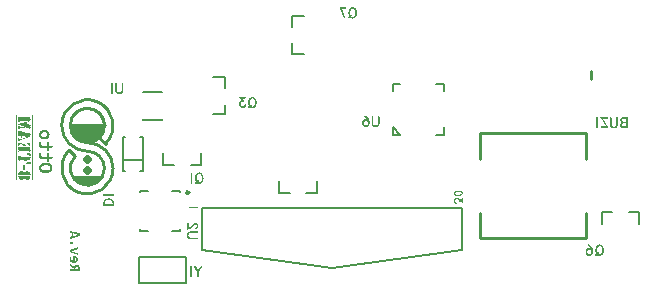
<source format=gbo>
G04 Layer_Color=32896*
%FSLAX44Y44*%
%MOMM*%
G71*
G01*
G75*
%ADD30C,0.2000*%
%ADD31C,0.2500*%
%ADD57C,0.1500*%
%ADD59C,0.2540*%
%ADD103C,0.1000*%
%ADD104C,0.2200*%
G36*
X84350Y37537D02*
X80677Y36205D01*
X79565Y35825D01*
X80736Y35430D01*
X84350Y34113D01*
Y32416D01*
X78000Y34932D01*
Y36688D01*
X84350Y39175D01*
Y37537D01*
D02*
G37*
G36*
X79244Y44003D02*
X79390Y43974D01*
X79448Y43945D01*
X79492Y43930D01*
X79522Y43916D01*
X79536D01*
X79697Y43842D01*
X79829Y43755D01*
X79902Y43682D01*
X79931Y43667D01*
Y43652D01*
X80034Y43520D01*
X80121Y43389D01*
X80151Y43345D01*
X80180Y43301D01*
X80195Y43272D01*
Y43257D01*
X80253Y43096D01*
X80282Y42935D01*
X80297Y42877D01*
Y42818D01*
Y42789D01*
Y42774D01*
X80282Y42599D01*
X80253Y42453D01*
X80224Y42394D01*
X80209Y42350D01*
X80195Y42321D01*
Y42306D01*
X80107Y42160D01*
X80019Y42043D01*
X79960Y41955D01*
X79946Y41940D01*
X79931Y41926D01*
X79799Y41823D01*
X79668Y41736D01*
X79624Y41721D01*
X79580Y41692D01*
X79551Y41677D01*
X79536D01*
X79375Y41633D01*
X79214Y41604D01*
X79156Y41589D01*
X79068D01*
X78892Y41604D01*
X78731Y41633D01*
X78673Y41648D01*
X78629Y41663D01*
X78600Y41677D01*
X78585D01*
X78439Y41750D01*
X78307Y41838D01*
X78234Y41897D01*
X78219Y41926D01*
X78205D01*
X78102Y42057D01*
X78015Y42189D01*
X77971Y42277D01*
X77956Y42292D01*
Y42306D01*
X77898Y42467D01*
X77868Y42628D01*
X77854Y42687D01*
Y42730D01*
Y42760D01*
Y42774D01*
X77868Y42965D01*
X77912Y43111D01*
X77927Y43169D01*
X77941Y43213D01*
X77956Y43243D01*
Y43257D01*
X78029Y43418D01*
X78117Y43550D01*
X78176Y43623D01*
X78205Y43652D01*
X78337Y43769D01*
X78453Y43857D01*
X78556Y43901D01*
X78571Y43916D01*
X78585D01*
X78761Y43974D01*
X78922Y44003D01*
X78980Y44018D01*
X79068D01*
X79244Y44003D01*
D02*
G37*
G36*
X86164Y50938D02*
Y48787D01*
X78000Y46359D01*
Y47880D01*
X79609Y48349D01*
Y51202D01*
X78000Y51655D01*
Y53352D01*
X86164Y50938D01*
D02*
G37*
G36*
X34922Y116643D02*
X34995Y116409D01*
X35068Y116234D01*
X35141Y116102D01*
X35200Y116000D01*
X35258Y115941D01*
X35287Y115912D01*
X35317Y115883D01*
X35682D01*
X35814Y116014D01*
X36034Y115956D01*
X36312Y116014D01*
X36546Y116000D01*
X36751Y115970D01*
X36941Y115956D01*
X37102Y115927D01*
X37248Y115912D01*
X37365Y115883D01*
X37467Y115854D01*
X37555Y115839D01*
X37628Y115810D01*
X37701Y115795D01*
X37775Y115766D01*
X37819Y115751D01*
X37833Y115736D01*
X39296Y115883D01*
X39501Y115810D01*
X39574D01*
X39984Y115956D01*
X40203Y115883D01*
X40364Y115897D01*
X40481Y115927D01*
X40569Y115970D01*
X40628Y116000D01*
X40657Y116029D01*
X40686Y116058D01*
Y116088D01*
X41930Y115883D01*
X42281Y116014D01*
X42910Y115956D01*
X44227Y116014D01*
X44344Y115883D01*
X44432Y115766D01*
X44490Y115649D01*
X44534Y115546D01*
X44563Y115458D01*
X44578Y115385D01*
Y115341D01*
Y115327D01*
X44505Y114976D01*
X44578Y114698D01*
X44534Y114508D01*
X44505Y114376D01*
X44446Y114273D01*
X44402Y114215D01*
X44358Y114171D01*
X44329Y114156D01*
X44314Y114142D01*
X44300D01*
X44373Y112825D01*
Y112752D01*
X44036Y112825D01*
X43700Y112869D01*
X43363Y112913D01*
X43071Y112927D01*
X42807Y112942D01*
X42705Y112957D01*
X42427D01*
X42222Y112825D01*
X42017Y112723D01*
X41842Y112649D01*
X41681Y112605D01*
X41564Y112576D01*
X41462Y112547D01*
X41315D01*
X40203Y112679D01*
X39720D01*
X39633Y112664D01*
X39545Y112649D01*
X39384Y112576D01*
X39325Y112532D01*
X39267Y112503D01*
X39238Y112488D01*
X39223Y112474D01*
X39150D01*
X39106Y112518D01*
X39062Y112576D01*
X38916Y112649D01*
X38755Y112723D01*
X38565Y112781D01*
X38404Y112825D01*
X38257Y112854D01*
X38199Y112869D01*
X38155Y112884D01*
X38038D01*
X37994Y112840D01*
X37921Y112796D01*
X37833Y112766D01*
X37731Y112737D01*
X37467Y112679D01*
X37189Y112649D01*
X36911Y112635D01*
X36780D01*
X36677Y112620D01*
X35814D01*
X35756Y112547D01*
X35595Y112518D01*
X35463Y112474D01*
X35331Y112445D01*
X35229Y112401D01*
X35141Y112371D01*
X35068Y112327D01*
X34966Y112240D01*
X34892Y112181D01*
X34863Y112123D01*
X34848Y112079D01*
Y112064D01*
X34732Y112050D01*
X34644Y112035D01*
X34585Y111991D01*
X34541Y111962D01*
X34512Y111918D01*
X34497Y111874D01*
Y111859D01*
Y111845D01*
X34366D01*
X34351Y111932D01*
X34322Y112006D01*
X34278Y112050D01*
X34249Y112093D01*
X34190Y112123D01*
X34161D01*
X34366Y112825D01*
X34249Y113000D01*
X34161Y113161D01*
X34102Y113308D01*
X34058Y113425D01*
X34029Y113527D01*
X34015Y113600D01*
Y113644D01*
Y113659D01*
X34161Y114215D01*
Y114347D01*
X34088Y114420D01*
X34161D01*
X34015Y114829D01*
Y115034D01*
X34044Y115224D01*
X34058Y115385D01*
X34088Y115502D01*
X34117Y115605D01*
X34132Y115678D01*
X34161Y115722D01*
Y115736D01*
X34088Y116161D01*
Y116365D01*
X34205Y116424D01*
X34278Y116483D01*
X34337Y116541D01*
X34380Y116600D01*
X34410Y116643D01*
X34424Y116687D01*
Y116702D01*
Y116717D01*
X34571D01*
X34922Y116643D01*
D02*
G37*
G36*
X80736Y23609D02*
X80911Y23521D01*
X81072Y23433D01*
X81204Y23345D01*
X81321Y23272D01*
X81409Y23199D01*
X81482Y23155D01*
X81511Y23126D01*
X81526Y23111D01*
X81628Y23023D01*
X81701Y22921D01*
X81760Y22833D01*
X81804Y22745D01*
X81833Y22672D01*
X81862Y22614D01*
X81877Y22584D01*
Y22570D01*
X81936Y22848D01*
X81965Y22965D01*
X82009Y23067D01*
X82038Y23155D01*
X82053Y23214D01*
X82082Y23257D01*
Y23272D01*
X82214Y23506D01*
X82287Y23594D01*
X82345Y23682D01*
X82404Y23755D01*
X82448Y23799D01*
X82477Y23828D01*
X82492Y23843D01*
X82696Y24004D01*
X82901Y24121D01*
X82974Y24165D01*
X83048Y24194D01*
X83091Y24223D01*
X83106D01*
X83384Y24296D01*
X83516Y24325D01*
X83633Y24340D01*
X83735Y24355D01*
X83896D01*
X84115Y24340D01*
X84320Y24325D01*
X84510Y24282D01*
X84657Y24252D01*
X84789Y24208D01*
X84876Y24165D01*
X84935Y24150D01*
X84949Y24135D01*
X85110Y24048D01*
X85242Y23960D01*
X85359Y23857D01*
X85462Y23755D01*
X85549Y23667D01*
X85608Y23594D01*
X85637Y23550D01*
X85652Y23535D01*
X85754Y23389D01*
X85827Y23228D01*
X85900Y23067D01*
X85959Y22921D01*
X85988Y22789D01*
X86018Y22687D01*
X86047Y22628D01*
Y22599D01*
X86120Y22175D01*
X86135Y21970D01*
X86149Y21780D01*
X86164Y21619D01*
Y21487D01*
Y21399D01*
Y21385D01*
Y21370D01*
Y19000D01*
X78000D01*
Y20536D01*
X81380D01*
Y20829D01*
X81365Y20975D01*
X81350Y21107D01*
X81321Y21224D01*
X81277Y21326D01*
X81233Y21399D01*
X81204Y21458D01*
X81189Y21502D01*
X81175Y21516D01*
X81102Y21619D01*
X81014Y21707D01*
X80824Y21853D01*
X80751Y21897D01*
X80677Y21941D01*
X80633Y21970D01*
X80619D01*
X78000Y23126D01*
Y24925D01*
X80736Y23609D01*
D02*
G37*
G36*
X43407Y118721D02*
X43671Y118677D01*
X43919Y118619D01*
X44139Y118560D01*
X44329Y118502D01*
X44461Y118443D01*
X44549Y118399D01*
X44578Y118385D01*
Y117346D01*
X44432Y116717D01*
X44095Y116775D01*
X43817Y116643D01*
X43744D01*
X43671Y116717D01*
X43656Y116878D01*
X43612Y116995D01*
X43539Y117082D01*
X43466Y117141D01*
X43393Y117170D01*
X43320Y117199D01*
X43261D01*
X43188Y117317D01*
X43100Y117404D01*
X42983Y117492D01*
X42866Y117565D01*
X42603Y117682D01*
X42339Y117755D01*
X42076Y117799D01*
X41974Y117814D01*
X41871D01*
X41783Y117829D01*
X41666D01*
X41520Y117682D01*
X41388Y117711D01*
X41271Y117741D01*
X41169Y117770D01*
X41081Y117799D01*
X40949Y117858D01*
X40862Y117916D01*
X40803Y117960D01*
X40774Y118004D01*
X40759Y118019D01*
Y118033D01*
Y118385D01*
X41871Y118663D01*
X42149Y118516D01*
X42369Y118531D01*
X42559Y118546D01*
X42720Y118589D01*
X42851Y118633D01*
X42968Y118663D01*
X43042Y118706D01*
X43100Y118721D01*
X43115Y118736D01*
X43407Y118721D01*
D02*
G37*
G36*
X81877Y31626D02*
X82082Y31611D01*
X82287Y31582D01*
X82448Y31553D01*
X82594Y31509D01*
X82696Y31480D01*
X82755Y31465D01*
X82784Y31451D01*
X82974Y31377D01*
X83150Y31290D01*
X83296Y31202D01*
X83428Y31129D01*
X83530Y31041D01*
X83618Y30982D01*
X83662Y30938D01*
X83677Y30924D01*
X83808Y30792D01*
X83925Y30646D01*
X84028Y30499D01*
X84115Y30353D01*
X84174Y30236D01*
X84218Y30134D01*
X84247Y30075D01*
X84262Y30046D01*
X84335Y29856D01*
X84394Y29651D01*
X84423Y29446D01*
X84452Y29256D01*
X84467Y29095D01*
X84481Y28978D01*
Y28890D01*
Y28876D01*
Y28861D01*
X84467Y28612D01*
X84437Y28378D01*
X84408Y28159D01*
X84364Y27983D01*
X84306Y27837D01*
X84276Y27720D01*
X84247Y27647D01*
X84233Y27617D01*
X84130Y27427D01*
X84013Y27237D01*
X83896Y27091D01*
X83794Y26944D01*
X83691Y26842D01*
X83603Y26754D01*
X83545Y26696D01*
X83530Y26681D01*
X83355Y26549D01*
X83165Y26432D01*
X82989Y26330D01*
X82813Y26242D01*
X82667Y26169D01*
X82535Y26125D01*
X82462Y26096D01*
X82448Y26081D01*
X82433D01*
X82199Y26008D01*
X81950Y25964D01*
X81716Y25920D01*
X81497Y25905D01*
X81306Y25891D01*
X81160Y25876D01*
X81028D01*
X80751Y25891D01*
X80487Y25905D01*
X80253Y25935D01*
X80048Y25979D01*
X79887Y26023D01*
X79756Y26052D01*
X79682Y26067D01*
X79653Y26081D01*
X79448Y26169D01*
X79258Y26271D01*
X79083Y26374D01*
X78936Y26476D01*
X78819Y26564D01*
X78731Y26637D01*
X78673Y26681D01*
X78658Y26696D01*
X78527Y26857D01*
X78395Y27017D01*
X78293Y27178D01*
X78205Y27325D01*
X78146Y27456D01*
X78102Y27573D01*
X78073Y27632D01*
X78059Y27661D01*
X77985Y27881D01*
X77941Y28115D01*
X77898Y28334D01*
X77883Y28539D01*
X77868Y28715D01*
X77854Y28861D01*
Y28949D01*
Y28963D01*
Y28978D01*
Y29183D01*
X77868Y29373D01*
Y29446D01*
X77883Y29505D01*
Y29548D01*
Y29563D01*
X77898Y29783D01*
X77912Y29973D01*
X77927Y30061D01*
X77941Y30119D01*
Y30148D01*
Y30163D01*
X77971Y30382D01*
X78000Y30573D01*
X78015Y30660D01*
X78029Y30719D01*
Y30748D01*
Y30763D01*
X78073Y30968D01*
X78117Y31143D01*
X78132Y31216D01*
X78146Y31260D01*
X78161Y31290D01*
Y31304D01*
X79375D01*
X79317Y31099D01*
X79258Y30894D01*
X79214Y30704D01*
X79185Y30529D01*
X79156Y30397D01*
X79141Y30280D01*
X79127Y30222D01*
Y30192D01*
X79112Y30002D01*
X79097Y29812D01*
X79083Y29651D01*
Y29505D01*
X79068Y29388D01*
Y29285D01*
Y29227D01*
Y29212D01*
X79083Y28919D01*
X79097Y28802D01*
X79127Y28685D01*
X79141Y28598D01*
X79156Y28524D01*
X79170Y28481D01*
Y28466D01*
X79273Y28246D01*
X79331Y28144D01*
X79375Y28071D01*
X79419Y27998D01*
X79463Y27954D01*
X79478Y27924D01*
X79492Y27910D01*
X79668Y27749D01*
X79843Y27647D01*
X79917Y27603D01*
X79975Y27573D01*
X80019Y27544D01*
X80034D01*
X80282Y27471D01*
X80414Y27456D01*
X80531Y27442D01*
X80633Y27427D01*
X80780D01*
Y31597D01*
X80941Y31611D01*
X81087D01*
X81145Y31626D01*
X81233D01*
X81409Y31641D01*
X81643D01*
X81877Y31626D01*
D02*
G37*
G36*
X541236Y149466D02*
X541339Y149451D01*
X541514Y149363D01*
X541631Y149261D01*
X541719Y149129D01*
X541763Y148998D01*
X541792Y148881D01*
X541807Y148793D01*
Y148778D01*
Y148764D01*
Y143043D01*
X541792Y142751D01*
X541763Y142487D01*
X541705Y142224D01*
X541631Y141990D01*
X541544Y141770D01*
X541441Y141551D01*
X541339Y141375D01*
X541222Y141200D01*
X541119Y141053D01*
X541017Y140922D01*
X540914Y140805D01*
X540827Y140717D01*
X540754Y140644D01*
X540695Y140585D01*
X540666Y140556D01*
X540651Y140541D01*
X540446Y140395D01*
X540256Y140278D01*
X540051Y140176D01*
X539846Y140088D01*
X539642Y140015D01*
X539451Y139956D01*
X539071Y139883D01*
X538910Y139854D01*
X538764Y139839D01*
X538618Y139824D01*
X538281D01*
X537988Y139854D01*
X537710Y139898D01*
X537462Y139956D01*
X537228Y140029D01*
X537008Y140117D01*
X536789Y140219D01*
X536599Y140322D01*
X536423Y140439D01*
X536116Y140702D01*
X535852Y140980D01*
X535648Y141273D01*
X535472Y141566D01*
X535340Y141858D01*
X535252Y142151D01*
X535179Y142414D01*
X535121Y142648D01*
X535092Y142853D01*
X535077Y142999D01*
Y143058D01*
Y143102D01*
Y143116D01*
Y143131D01*
Y148764D01*
X535092Y148895D01*
X535106Y148998D01*
X535135Y149100D01*
X535179Y149173D01*
X535296Y149305D01*
X535428Y149393D01*
X535560Y149437D01*
X535662Y149466D01*
X535750Y149480D01*
X535779D01*
X535896Y149466D01*
X535999Y149451D01*
X536174Y149363D01*
X536291Y149261D01*
X536365Y149129D01*
X536423Y148998D01*
X536438Y148881D01*
X536452Y148793D01*
Y148778D01*
Y148764D01*
Y143131D01*
X536467Y142809D01*
X536540Y142531D01*
X536628Y142282D01*
X536759Y142063D01*
X536906Y141873D01*
X537081Y141726D01*
X537257Y141595D01*
X537433Y141492D01*
X537623Y141404D01*
X537798Y141331D01*
X537974Y141287D01*
X538120Y141244D01*
X538252Y141229D01*
X538340Y141214D01*
X538398Y141200D01*
X538691D01*
X538939Y141214D01*
X539144Y141258D01*
X539334Y141302D01*
X539495Y141346D01*
X539598Y141390D01*
X539671Y141419D01*
X539700Y141434D01*
X539832Y141566D01*
X539934Y141697D01*
X540037Y141843D01*
X540110Y141975D01*
X540242Y142239D01*
X540329Y142502D01*
X540373Y142721D01*
X540388Y142809D01*
X540402Y142882D01*
X540417Y142955D01*
Y142999D01*
Y143028D01*
Y143043D01*
Y148764D01*
X540432Y148895D01*
X540446Y148998D01*
X540476Y149100D01*
X540519Y149173D01*
X540636Y149305D01*
X540768Y149393D01*
X540900Y149437D01*
X541002Y149466D01*
X541090Y149480D01*
X541119D01*
X541236Y149466D01*
D02*
G37*
G36*
X39165Y108655D02*
X39223D01*
X39282Y108714D01*
X39486Y108655D01*
X39530Y108641D01*
X39574Y108597D01*
X39618Y108538D01*
X39662Y108465D01*
X39735Y108275D01*
X39808Y108055D01*
X39852Y107821D01*
X39896Y107631D01*
X39925Y107558D01*
Y107500D01*
X39940Y107456D01*
Y107441D01*
X39852Y107207D01*
X39779Y107002D01*
X39735Y106826D01*
X39691Y106680D01*
X39677Y106549D01*
X39662Y106461D01*
Y106402D01*
Y106388D01*
X39706Y106373D01*
X39735Y106329D01*
X39764Y106271D01*
X39779Y106197D01*
X39794Y106124D01*
X39808Y106066D01*
X39823Y106022D01*
Y106007D01*
Y105949D01*
Y105729D01*
X39794Y105539D01*
X39779Y105364D01*
X39750Y105217D01*
X39720Y105085D01*
X39691Y104998D01*
X39677Y104925D01*
X39662Y104910D01*
X38989Y104734D01*
X38667Y104793D01*
X38053D01*
X38009Y104734D01*
X37950Y104793D01*
X38170Y105349D01*
X38053Y106563D01*
X38170Y106724D01*
Y106944D01*
X37950Y107660D01*
Y107938D01*
Y108070D01*
X37965Y108158D01*
X37980Y108231D01*
X38009Y108275D01*
X38023Y108304D01*
X38038Y108319D01*
X38053D01*
X38082Y108480D01*
X38140Y108611D01*
X38228Y108699D01*
X38331Y108758D01*
X38433Y108787D01*
X38521Y108816D01*
X38609D01*
X39165Y108655D01*
D02*
G37*
G36*
X37014Y103783D02*
X37336Y103769D01*
X37628Y103710D01*
X37906Y103622D01*
X38140Y103505D01*
X38360Y103374D01*
X38565Y103227D01*
X38740Y103081D01*
X38886Y102920D01*
X39018Y102745D01*
X39135Y102598D01*
X39223Y102452D01*
X39296Y102320D01*
X39355Y102203D01*
X39399Y102115D01*
X39428Y102057D01*
Y102042D01*
Y101574D01*
X39618D01*
X39633Y101721D01*
X39662Y101838D01*
X39706Y101940D01*
X39764Y101999D01*
X39808Y102057D01*
X39852Y102086D01*
X39881Y102101D01*
X39896D01*
X39955Y102247D01*
X39998Y102364D01*
X40057Y102481D01*
X40115Y102569D01*
X40247Y102715D01*
X40364Y102803D01*
X40467Y102862D01*
X40554Y102891D01*
X40613Y102906D01*
X40628D01*
X40642Y102993D01*
X40701Y103067D01*
X40774Y103154D01*
X40862Y103227D01*
X40979Y103301D01*
X41110Y103359D01*
X41403Y103476D01*
X41681Y103579D01*
X41813Y103622D01*
X41930Y103652D01*
X42017Y103681D01*
X42105Y103696D01*
X42149Y103710D01*
X42164D01*
X43510Y103169D01*
X43715Y102818D01*
X43890Y102510D01*
X44036Y102218D01*
X44168Y101969D01*
X44285Y101735D01*
X44373Y101545D01*
X44446Y101355D01*
X44505Y101208D01*
X44549Y101077D01*
X44592Y100974D01*
X44622Y100887D01*
X44636Y100813D01*
X44651Y100755D01*
Y100726D01*
Y100696D01*
Y100097D01*
X44578Y100023D01*
X44051Y100155D01*
X44110Y100360D01*
X43963Y100521D01*
X43802Y100638D01*
X43641Y100711D01*
X43495Y100770D01*
X43363Y100799D01*
X43261Y100828D01*
X43173D01*
X42237Y100623D01*
X41988Y100711D01*
X41769Y100784D01*
X41578Y100828D01*
X41418Y100872D01*
X41286Y100887D01*
X41184Y100901D01*
X40891D01*
X39823Y100565D01*
X39794Y100462D01*
X39735Y100374D01*
X39633Y100301D01*
X39530Y100243D01*
X39413Y100199D01*
X39311Y100170D01*
X39252Y100155D01*
X39150D01*
X39091Y100345D01*
X39018Y100506D01*
X38960Y100653D01*
X38886Y100755D01*
X38843Y100843D01*
X38799Y100916D01*
X38770Y100945D01*
X38755Y100960D01*
X37482Y100755D01*
X36736Y101033D01*
X36472D01*
X35536Y100828D01*
X35463Y100653D01*
X35390Y100506D01*
X35287Y100374D01*
X35200Y100258D01*
X35127Y100155D01*
X35053Y100082D01*
X35010Y100038D01*
X34995Y100023D01*
X34951Y100038D01*
X34922Y100053D01*
X34878Y100126D01*
X34863Y100199D01*
Y100214D01*
Y100228D01*
X34746Y100243D01*
X34644Y100272D01*
X34468Y100331D01*
X34351Y100389D01*
X34278Y100462D01*
X34219Y100521D01*
X34205Y100579D01*
X34190Y100609D01*
Y100623D01*
X34322Y101574D01*
Y101794D01*
X34337Y101999D01*
X34366Y102159D01*
X34395Y102306D01*
X34424Y102437D01*
X34468Y102540D01*
X34512Y102628D01*
X34556Y102686D01*
X34600Y102745D01*
X34644Y102774D01*
X34717Y102832D01*
X34775Y102847D01*
X34790D01*
X34907Y102979D01*
X35010Y103081D01*
X35083Y103140D01*
X35156Y103198D01*
X35200Y103227D01*
X35229Y103242D01*
X35258D01*
X35726Y103637D01*
X35946Y103579D01*
X36941Y103842D01*
X37014Y103783D01*
D02*
G37*
G36*
X550000Y140015D02*
X546767D01*
X546489Y140029D01*
X546225Y140044D01*
X545991Y140088D01*
X545757Y140132D01*
X545552Y140190D01*
X545362Y140263D01*
X545011Y140439D01*
X544718Y140644D01*
X544470Y140878D01*
X544265Y141126D01*
X544104Y141375D01*
X543972Y141624D01*
X543885Y141873D01*
X543811Y142107D01*
X543767Y142312D01*
X543738Y142487D01*
X543724Y142619D01*
Y142707D01*
Y142721D01*
Y142736D01*
X543738Y143014D01*
X543767Y143277D01*
X543826Y143511D01*
X543885Y143716D01*
X543972Y143906D01*
X544060Y144082D01*
X544162Y144228D01*
X544250Y144360D01*
X544353Y144477D01*
X544455Y144579D01*
X544543Y144653D01*
X544631Y144726D01*
X544689Y144769D01*
X544748Y144799D01*
X544777Y144828D01*
X544792D01*
X544631Y144974D01*
X544484Y145121D01*
X544353Y145282D01*
X544236Y145442D01*
X544148Y145603D01*
X544075Y145779D01*
X543958Y146086D01*
X543885Y146350D01*
X543870Y146467D01*
X543855Y146569D01*
X543841Y146657D01*
Y146715D01*
Y146759D01*
Y146774D01*
X543855Y146993D01*
X543870Y147213D01*
X543972Y147593D01*
X544089Y147930D01*
X544236Y148208D01*
X544323Y148325D01*
X544397Y148442D01*
X544455Y148530D01*
X544514Y148603D01*
X544572Y148661D01*
X544616Y148705D01*
X544631Y148720D01*
X544645Y148734D01*
X544806Y148866D01*
X544982Y148983D01*
X545157Y149086D01*
X545348Y149173D01*
X545713Y149305D01*
X546079Y149393D01*
X546240Y149422D01*
X546401Y149437D01*
X546533Y149451D01*
X546650Y149466D01*
X546752Y149480D01*
X550000D01*
Y140015D01*
D02*
G37*
G36*
X43905Y112093D02*
X44036Y112064D01*
X44168Y112020D01*
X44271Y111962D01*
X44358Y111903D01*
X44432Y111845D01*
X44534Y111713D01*
X44607Y111581D01*
X44636Y111464D01*
X44651Y111391D01*
Y111377D01*
Y111362D01*
X44578Y110879D01*
X44651Y110323D01*
Y110206D01*
X44636Y110118D01*
X44622Y109957D01*
X44578Y109855D01*
X44549Y109767D01*
X44505Y109723D01*
X44461Y109709D01*
X44446Y109694D01*
X44432D01*
X44285Y109723D01*
X44168Y109738D01*
X44051Y109767D01*
X43963Y109782D01*
X43817Y109840D01*
X43715Y109884D01*
X43656Y109914D01*
X43627Y109943D01*
X43612Y109972D01*
X43393Y109899D01*
X43320D01*
X43261Y109972D01*
X42281Y109899D01*
X41871Y109972D01*
X41798D01*
X41725Y109899D01*
X41549Y109928D01*
X41403Y109957D01*
X41271Y110001D01*
X41169Y110031D01*
X41066Y110075D01*
X40993Y110104D01*
X40876Y110177D01*
X40818Y110235D01*
X40774Y110279D01*
X40759Y110309D01*
Y110323D01*
Y110528D01*
X40774Y110616D01*
X40818Y110689D01*
X40891Y110747D01*
X40979Y110806D01*
X41081Y110850D01*
X41198Y110894D01*
X41462Y110952D01*
X41710Y110982D01*
X41827Y110996D01*
X41930Y111011D01*
X42149D01*
X42310Y111157D01*
X42471Y111259D01*
X42646Y111333D01*
X42807Y111377D01*
X42954Y111420D01*
X43085Y111435D01*
X43320D01*
X43744Y112123D01*
X43905Y112093D01*
D02*
G37*
G36*
X524177Y149451D02*
X524280Y149437D01*
X524455Y149363D01*
X524572Y149246D01*
X524660Y149115D01*
X524704Y148983D01*
X524733Y148881D01*
X524748Y148793D01*
Y148778D01*
Y148764D01*
Y140585D01*
X524733Y140468D01*
X524719Y140366D01*
X524646Y140190D01*
X524529Y140073D01*
X524397Y139985D01*
X524280Y139942D01*
X524163Y139912D01*
X524090Y139898D01*
X524060D01*
X523943Y139912D01*
X523826Y139927D01*
X523651Y140000D01*
X523534Y140117D01*
X523446Y140249D01*
X523387Y140366D01*
X523373Y140483D01*
X523358Y140556D01*
Y140585D01*
Y148764D01*
X523373Y148881D01*
X523387Y148998D01*
X523460Y149173D01*
X523577Y149290D01*
X523709Y149378D01*
X523841Y149437D01*
X523943Y149451D01*
X524031Y149466D01*
X524060D01*
X524177Y149451D01*
D02*
G37*
G36*
X533087Y149466D02*
X533190Y149451D01*
X533365Y149363D01*
X533482Y149261D01*
X533570Y149129D01*
X533614Y148998D01*
X533643Y148881D01*
X533658Y148793D01*
Y148778D01*
Y148764D01*
X533643Y148647D01*
X533629Y148530D01*
X533555Y148354D01*
X533438Y148237D01*
X533307Y148149D01*
X533190Y148105D01*
X533073Y148076D01*
X532999Y148061D01*
X529108D01*
X533555Y141083D01*
X533643Y140907D01*
X533687Y140731D01*
Y140658D01*
X533702Y140600D01*
Y140571D01*
Y140556D01*
X533672Y140380D01*
X533614Y140249D01*
X533541Y140146D01*
X533438Y140088D01*
X533351Y140044D01*
X533263Y140029D01*
X533204Y140015D01*
X527806D01*
X527689Y140029D01*
X527572Y140044D01*
X527396Y140132D01*
X527279Y140234D01*
X527191Y140366D01*
X527133Y140497D01*
X527118Y140615D01*
X527103Y140688D01*
Y140702D01*
Y140717D01*
X527118Y140849D01*
X527133Y140951D01*
X527162Y141053D01*
X527206Y141126D01*
X527323Y141258D01*
X527454Y141346D01*
X527586Y141390D01*
X527689Y141419D01*
X527776Y141434D01*
X531800D01*
X527352Y148427D01*
X527264Y148573D01*
X527206Y148691D01*
X527162Y148807D01*
X527133Y148895D01*
X527118Y148954D01*
X527103Y148998D01*
Y149027D01*
Y149042D01*
X527133Y149188D01*
X527206Y149290D01*
X527294Y149378D01*
X527411Y149422D01*
X527528Y149451D01*
X527616Y149480D01*
X532970D01*
X533087Y149466D01*
D02*
G37*
G36*
X34819Y142057D02*
X34936Y141910D01*
X35010Y141793D01*
X35068Y141676D01*
X35097Y141588D01*
X35127Y141530D01*
Y141486D01*
Y141471D01*
X35273Y141413D01*
X35390Y141340D01*
X35507Y141281D01*
X35609Y141223D01*
X35770Y141105D01*
X35873Y141003D01*
X35946Y140915D01*
X35990Y140842D01*
X36019Y140798D01*
Y140784D01*
X36151D01*
X36268Y140798D01*
X36370D01*
X36458Y140813D01*
X36590Y140842D01*
X36677Y140886D01*
X36721Y140930D01*
X36751Y140959D01*
X36765Y140974D01*
Y140989D01*
X37380Y140915D01*
X37643Y140989D01*
X37921Y140857D01*
X38184Y140915D01*
X38462Y140652D01*
X38726Y140725D01*
X39004Y140710D01*
X39252Y140667D01*
X39457Y140608D01*
X39633Y140550D01*
X39764Y140491D01*
X39867Y140433D01*
X39940Y140389D01*
X39955Y140374D01*
Y140447D01*
X40057Y140433D01*
X40145Y140389D01*
X40233Y140345D01*
X40306Y140286D01*
X40364Y140213D01*
X40408Y140169D01*
X40423Y140125D01*
X40437Y140111D01*
Y140037D01*
X40057D01*
X39911Y140052D01*
X39779Y140081D01*
X39677Y140111D01*
X39589Y140125D01*
X39530Y140155D01*
X39501Y140169D01*
X39413D01*
X39355Y140111D01*
X37175Y140242D01*
X36356Y140037D01*
X35682Y140111D01*
X34790Y139087D01*
X34527Y139160D01*
X34453D01*
X34380Y139087D01*
X34176Y139160D01*
X34249Y140169D01*
Y140374D01*
X34044Y140652D01*
Y141120D01*
X34117Y141193D01*
X34044Y141266D01*
Y141325D01*
X34249Y141530D01*
Y141647D01*
X34263Y141764D01*
X34307Y141925D01*
X34380Y142057D01*
X34453Y142130D01*
X34527Y142188D01*
X34600Y142203D01*
X34644Y142217D01*
X34658D01*
X34819Y142057D01*
D02*
G37*
G36*
X41110Y145070D02*
X41666D01*
X41725Y145129D01*
Y144997D01*
X41491Y144836D01*
X41257Y144734D01*
X41037Y144646D01*
X40847Y144588D01*
X40671Y144558D01*
X40554Y144544D01*
X40467Y144529D01*
X40437D01*
X40628Y144178D01*
X40832D01*
X40993Y144163D01*
X41110Y144134D01*
X41184Y144119D01*
X41227Y144090D01*
X41242Y144061D01*
X41257Y144046D01*
X41432Y144017D01*
X41593Y143988D01*
X41740Y143929D01*
X41856Y143871D01*
X41944Y143812D01*
X42003Y143754D01*
X42047Y143724D01*
X42061Y143710D01*
X42266D01*
X42617Y143915D01*
X42705Y143827D01*
X42764Y143739D01*
X42822Y143680D01*
X42851Y143622D01*
X42881Y143534D01*
Y143520D01*
Y143505D01*
X43056Y143490D01*
X43188Y143461D01*
X43290Y143446D01*
X43349Y143417D01*
X43393Y143403D01*
X43407Y143388D01*
X43422Y143373D01*
X44036Y143095D01*
X44197D01*
X44314Y143081D01*
X44402Y143051D01*
X44461Y143037D01*
X44490Y143007D01*
X44519Y142978D01*
Y142964D01*
Y142890D01*
X44241Y141939D01*
X44651Y140520D01*
X44592Y140272D01*
X44549Y140052D01*
X44490Y139862D01*
X44432Y139686D01*
X44388Y139555D01*
X44329Y139438D01*
X44285Y139335D01*
X44241Y139262D01*
X44197Y139204D01*
X44153Y139160D01*
X44095Y139116D01*
X44051Y139087D01*
X43978D01*
X43817Y139174D01*
X43700Y139306D01*
X43612Y139438D01*
X43554Y139569D01*
X43524Y139701D01*
X43510Y139803D01*
X43495Y139877D01*
Y139906D01*
X43481Y139921D01*
X43451Y139950D01*
X43393Y139964D01*
X43334Y139994D01*
X43159Y140052D01*
X42983Y140111D01*
X42793Y140155D01*
X42632Y140198D01*
X42559Y140213D01*
X42515Y140228D01*
X42486Y140242D01*
X42471D01*
X39135Y141266D01*
X38945Y141369D01*
X38784Y141471D01*
X38623Y141544D01*
X38491Y141618D01*
X38375Y141676D01*
X38272Y141720D01*
X38096Y141793D01*
X37980Y141837D01*
X37906Y141852D01*
X37862Y141866D01*
X37848D01*
X37511Y141735D01*
X37233Y141808D01*
X35946Y142481D01*
X35668Y142554D01*
X35419Y142627D01*
X35200Y142686D01*
X35010Y142744D01*
X34848Y142803D01*
X34702Y142861D01*
X34571Y142920D01*
X34468Y142964D01*
X34395Y143007D01*
X34322Y143051D01*
X34278Y143081D01*
X34234Y143110D01*
X34190Y143154D01*
X34176Y143168D01*
Y143300D01*
X34205Y143359D01*
X34278Y143417D01*
X34366Y143476D01*
X34483Y143534D01*
X34600Y143578D01*
X34688Y143607D01*
X34761Y143622D01*
X34790Y143637D01*
X35200Y143988D01*
X35478Y143915D01*
X36151Y144251D01*
X37306Y144178D01*
X38462Y144588D01*
X38535D01*
X38594Y144529D01*
X38667D01*
X38711Y144544D01*
X38770Y144602D01*
X38799Y144646D01*
Y144661D01*
X38813Y144719D01*
X38872Y144763D01*
X38945Y144822D01*
X39048Y144880D01*
X39165Y144939D01*
X39296Y144997D01*
X39589Y145100D01*
X39867Y145187D01*
X39998Y145231D01*
X40115Y145275D01*
X40218Y145290D01*
X40291Y145319D01*
X40350Y145334D01*
X40364D01*
X41110Y145070D01*
D02*
G37*
G36*
X42208Y145129D02*
X41988Y145070D01*
X41856D01*
X42061Y145275D01*
X42208D01*
Y145129D01*
D02*
G37*
G36*
X34951Y138019D02*
X35024Y137814D01*
X35097Y137667D01*
X35170Y137550D01*
X35229Y137477D01*
X35287Y137433D01*
X35331Y137419D01*
X35346Y137404D01*
X35361D01*
X35829Y137463D01*
X35975Y137433D01*
X36107Y137389D01*
X36209Y137360D01*
X36312Y137331D01*
X36399Y137287D01*
X36458Y137258D01*
X36560Y137199D01*
X36619Y137141D01*
X36648Y137097D01*
X36663Y137067D01*
Y137053D01*
X37014Y137258D01*
X37350Y137053D01*
Y137126D01*
X38579Y136702D01*
X38857Y136775D01*
X39135Y136702D01*
X39413D01*
X39472Y136775D01*
X39750Y136497D01*
X40013Y136438D01*
X40247Y136380D01*
X40452Y136321D01*
X40628Y136278D01*
X40788Y136219D01*
X40920Y136175D01*
X41037Y136131D01*
X41125Y136102D01*
X41198Y136073D01*
X41271Y136043D01*
X41344Y135999D01*
X41388Y135970D01*
X41403Y135956D01*
X42837D01*
X43115Y135678D01*
X43875Y135414D01*
X44417Y135546D01*
Y135473D01*
X44563Y135341D01*
X44622Y135268D01*
X44212Y133000D01*
X44285Y132664D01*
X44271Y132547D01*
X44227Y132444D01*
X44153Y132371D01*
X44080Y132327D01*
X44007Y132283D01*
X43934Y132269D01*
X43890Y132254D01*
X43875D01*
X43246Y132313D01*
X43056Y132254D01*
X40847Y132869D01*
X40642Y132795D01*
X40379Y132854D01*
X40145Y132898D01*
X39940Y132942D01*
X39764Y132986D01*
X39633Y133030D01*
X39501Y133073D01*
X39399Y133103D01*
X39325Y133147D01*
X39267Y133176D01*
X39208Y133205D01*
X39165Y133249D01*
X39135Y133264D01*
Y133278D01*
X38726Y133205D01*
X37555Y133410D01*
X37482Y133073D01*
Y132591D01*
X37760Y132313D01*
X37731Y132181D01*
X37701Y132079D01*
X37658Y132005D01*
X37628Y131961D01*
X37599Y131932D01*
X37584Y131903D01*
X36941D01*
X36867Y131976D01*
Y132152D01*
X36853Y132298D01*
X36824Y132415D01*
X36809Y132517D01*
X36780Y132576D01*
X36751Y132634D01*
X36736Y132649D01*
Y132664D01*
X36867Y133205D01*
Y133820D01*
X36590D01*
X36531Y133761D01*
X35917Y133893D01*
X35829Y133820D01*
X35361Y133966D01*
X35141Y133951D01*
X34951Y133907D01*
X34790Y133834D01*
X34673Y133761D01*
X34585Y133688D01*
X34512Y133615D01*
X34483Y133571D01*
X34468Y133556D01*
X34395D01*
X34278Y133629D01*
X34205Y133717D01*
X34146Y133805D01*
X34102Y133893D01*
X34073Y133981D01*
X34058Y134039D01*
Y134083D01*
Y134098D01*
X34263Y135546D01*
X34058Y135883D01*
Y136029D01*
X34117Y136307D01*
X34058Y136570D01*
Y136643D01*
X34322Y137536D01*
Y137667D01*
X34190Y137872D01*
Y137945D01*
X34395Y138223D01*
X34951Y138019D01*
D02*
G37*
G36*
X38711Y126182D02*
X38930Y126256D01*
X39325Y126226D01*
X39677Y126197D01*
X39984Y126168D01*
X40247Y126139D01*
X40467Y126109D01*
X40642Y126080D01*
X40788Y126051D01*
X40920Y126022D01*
X41008Y126007D01*
X41081Y125978D01*
X41125Y125963D01*
X41169Y125948D01*
X41198Y125934D01*
Y125919D01*
X41622D01*
Y125641D01*
X41549Y125568D01*
X40101Y125217D01*
Y125144D01*
X40072Y125100D01*
X40028Y125041D01*
X39984Y125012D01*
X39955D01*
X39940Y124924D01*
X39911Y124851D01*
X39867Y124793D01*
X39808Y124734D01*
X39647Y124646D01*
X39472Y124588D01*
X39296Y124559D01*
X39135Y124544D01*
X39077Y124529D01*
X38989D01*
X38506Y125012D01*
X38375D01*
X38272Y125041D01*
X38199Y125056D01*
X38155Y125085D01*
X38126Y125114D01*
X38096Y125129D01*
Y125158D01*
X37936Y125261D01*
X37804Y125349D01*
X37687Y125436D01*
X37584Y125524D01*
X37497Y125597D01*
X37424Y125656D01*
X37321Y125773D01*
X37263Y125861D01*
X37219Y125934D01*
X37204Y125963D01*
Y125978D01*
X37233Y126095D01*
X37292Y126182D01*
X37380Y126256D01*
X37482Y126314D01*
X37570Y126358D01*
X37658Y126387D01*
X37716Y126402D01*
X37745D01*
X38096Y126329D01*
X38170Y126402D01*
X38711Y126182D01*
D02*
G37*
G36*
X36238Y127763D02*
X36429Y127748D01*
X36604Y127719D01*
X36751Y127690D01*
X36882Y127660D01*
X36985Y127631D01*
X37072Y127602D01*
X37160Y127572D01*
X37219Y127528D01*
X37292Y127470D01*
X37336Y127411D01*
X37350Y127382D01*
Y127368D01*
Y127221D01*
X37263Y127119D01*
X37160Y127031D01*
X36897Y126841D01*
X36619Y126665D01*
X36326Y126504D01*
X36063Y126373D01*
X35946Y126314D01*
X35829Y126270D01*
X35741Y126241D01*
X35682Y126212D01*
X35639Y126182D01*
X35624D01*
X35536Y126022D01*
X35448Y125890D01*
X35375Y125773D01*
X35317Y125656D01*
X35185Y125495D01*
X35097Y125378D01*
X35024Y125290D01*
X34966Y125246D01*
X34936Y125217D01*
X34922D01*
Y125012D01*
X34907Y124866D01*
X34878Y124749D01*
X34863Y124676D01*
X34834Y124632D01*
X34805Y124617D01*
X34790Y124602D01*
X34717D01*
X34307Y124676D01*
X34102Y124602D01*
X34307Y126051D01*
X34102Y127368D01*
X34176Y127631D01*
X35273D01*
X35624Y127704D01*
X35682Y127631D01*
X36238Y127850D01*
Y127763D01*
D02*
G37*
G36*
X42295Y132049D02*
Y131976D01*
X42076Y131786D01*
X41856Y131654D01*
X41622Y131552D01*
X41403Y131493D01*
X41213Y131449D01*
X41066Y131435D01*
X41008Y131420D01*
X40920D01*
X40715Y131493D01*
X40569Y131347D01*
X38038Y130601D01*
X37833Y130674D01*
X37555Y130572D01*
X37292Y130469D01*
X37043Y130367D01*
X36824Y130264D01*
X36634Y130162D01*
X36458Y130060D01*
X36297Y129972D01*
X36151Y129884D01*
X36019Y129811D01*
X35917Y129738D01*
X35829Y129665D01*
X35756Y129606D01*
X35712Y129562D01*
X35668Y129533D01*
X35653Y129518D01*
X35639Y129504D01*
X35507Y129489D01*
X35390Y129474D01*
X35287Y129431D01*
X35200Y129372D01*
X35068Y129240D01*
X34980Y129094D01*
X34922Y128948D01*
X34892Y128816D01*
X34878Y128714D01*
Y128699D01*
Y128684D01*
X34746D01*
X34615Y128728D01*
X34497Y128757D01*
X34395Y128801D01*
X34322Y128845D01*
X34176Y128933D01*
X34088Y129006D01*
X34044Y129065D01*
X34015Y129123D01*
X34000Y129152D01*
Y129167D01*
X34190Y130118D01*
X34132Y130206D01*
X34088Y130294D01*
X34029Y130455D01*
X34015Y130513D01*
X34000Y130557D01*
Y130586D01*
Y130601D01*
Y131420D01*
X34015Y131508D01*
X34029Y131581D01*
X34132Y131698D01*
X34249Y131786D01*
X34410Y131845D01*
X34556Y131874D01*
X34673Y131903D01*
X34878D01*
Y131771D01*
X34907Y131610D01*
X34936Y131479D01*
X34980Y131362D01*
X35024Y131259D01*
X35083Y131172D01*
X35141Y131098D01*
X35258Y130996D01*
X35375Y130923D01*
X35478Y130893D01*
X35536Y130879D01*
X35639D01*
X36180Y131084D01*
X36590Y131011D01*
X36663Y131215D01*
X37146Y131157D01*
X37628Y131215D01*
X37833Y131157D01*
X38214Y131332D01*
X38579Y131464D01*
X38901Y131566D01*
X39194Y131625D01*
X39428Y131669D01*
X39516Y131684D01*
X39603D01*
X39662Y131698D01*
X39750D01*
X39969Y131830D01*
X40203Y131932D01*
X40452Y132005D01*
X40671Y132064D01*
X40876Y132093D01*
X41052Y132108D01*
X41198D01*
X41886Y132049D01*
X42091Y132108D01*
X42295Y132049D01*
D02*
G37*
G36*
X60466Y125311D02*
X63178D01*
X62631Y123224D01*
X60466D01*
Y120941D01*
X58886D01*
Y123224D01*
X54458D01*
X54204Y123243D01*
X53970Y123282D01*
X53775Y123321D01*
X53619Y123341D01*
X53502Y123380D01*
X53424Y123399D01*
X53404D01*
X53209Y123477D01*
X53034Y123575D01*
X52878Y123673D01*
X52741Y123770D01*
X52644Y123848D01*
X52546Y123926D01*
X52507Y123965D01*
X52488Y123985D01*
X52371Y124141D01*
X52254Y124297D01*
X52098Y124628D01*
X52059Y124765D01*
X52020Y124882D01*
X51981Y124960D01*
Y124979D01*
X51922Y125214D01*
X51883Y125467D01*
X51844Y125701D01*
X51824Y125935D01*
Y126130D01*
X51805Y126286D01*
Y126384D01*
Y126423D01*
X51824Y126794D01*
Y126989D01*
X51844Y127145D01*
X51863Y127281D01*
Y127379D01*
X51883Y127457D01*
Y127476D01*
X51941Y127886D01*
X51981Y128081D01*
X52020Y128257D01*
X52039Y128393D01*
X52059Y128510D01*
X52078Y128588D01*
Y128608D01*
X53697D01*
X53619Y128296D01*
X53561Y128023D01*
X53541Y127906D01*
X53522Y127808D01*
X53502Y127750D01*
Y127730D01*
X53463Y127379D01*
X53443Y127223D01*
Y127067D01*
X53424Y126950D01*
Y126833D01*
Y126774D01*
Y126755D01*
X53443Y126482D01*
X53482Y126247D01*
X53541Y126052D01*
X53619Y125916D01*
X53678Y125799D01*
X53736Y125701D01*
X53775Y125662D01*
X53795Y125643D01*
X53951Y125526D01*
X54126Y125448D01*
X54302Y125389D01*
X54477Y125350D01*
X54633Y125331D01*
X54770Y125311D01*
X58886D01*
Y128608D01*
X60466D01*
Y125311D01*
D02*
G37*
G36*
X56682Y138615D02*
X57033Y138596D01*
X57345Y138556D01*
X57618Y138498D01*
X57852Y138439D01*
X58028Y138400D01*
X58125Y138381D01*
X58164Y138361D01*
X58457Y138244D01*
X58730Y138127D01*
X58964Y137991D01*
X59159Y137854D01*
X59315Y137737D01*
X59432Y137640D01*
X59510Y137581D01*
X59530Y137562D01*
X59725Y137367D01*
X59881Y137152D01*
X60037Y136937D01*
X60154Y136742D01*
X60232Y136567D01*
X60291Y136430D01*
X60330Y136352D01*
X60349Y136313D01*
X60447Y136021D01*
X60525Y135728D01*
X60564Y135455D01*
X60603Y135182D01*
X60622Y134967D01*
X60642Y134772D01*
Y134655D01*
Y134635D01*
Y134616D01*
X60622Y134265D01*
X60583Y133933D01*
X60544Y133641D01*
X60486Y133368D01*
X60408Y133153D01*
X60369Y132997D01*
X60330Y132899D01*
X60310Y132860D01*
X60174Y132587D01*
X60037Y132334D01*
X59881Y132100D01*
X59744Y131904D01*
X59608Y131749D01*
X59510Y131631D01*
X59432Y131553D01*
X59413Y131534D01*
X59179Y131339D01*
X58945Y131183D01*
X58710Y131046D01*
X58476Y130929D01*
X58281Y130832D01*
X58125Y130773D01*
X58028Y130734D01*
X58008Y130715D01*
X57989D01*
X57677Y130617D01*
X57365Y130559D01*
X57052Y130500D01*
X56779Y130480D01*
X56526Y130461D01*
X56350Y130442D01*
X56175D01*
X55784Y130461D01*
X55414Y130480D01*
X55082Y130520D01*
X54809Y130578D01*
X54575Y130637D01*
X54399Y130676D01*
X54302Y130695D01*
X54263Y130715D01*
X53970Y130832D01*
X53697Y130949D01*
X53463Y131085D01*
X53268Y131202D01*
X53112Y131319D01*
X52995Y131417D01*
X52917Y131475D01*
X52897Y131495D01*
X52702Y131709D01*
X52546Y131924D01*
X52390Y132119D01*
X52293Y132334D01*
X52195Y132509D01*
X52137Y132646D01*
X52098Y132724D01*
X52078Y132763D01*
X51981Y133055D01*
X51922Y133348D01*
X51863Y133621D01*
X51844Y133875D01*
X51824Y134109D01*
X51805Y134284D01*
Y134402D01*
Y134421D01*
Y134440D01*
X51824Y134811D01*
X51863Y135143D01*
X51902Y135435D01*
X51961Y135708D01*
X52020Y135923D01*
X52078Y136079D01*
X52098Y136177D01*
X52117Y136216D01*
X52254Y136489D01*
X52410Y136742D01*
X52546Y136976D01*
X52702Y137171D01*
X52839Y137308D01*
X52936Y137425D01*
X53014Y137503D01*
X53034Y137523D01*
X53268Y137718D01*
X53502Y137874D01*
X53736Y138010D01*
X53951Y138127D01*
X54146Y138225D01*
X54302Y138283D01*
X54399Y138322D01*
X54438Y138342D01*
X54750Y138439D01*
X55082Y138518D01*
X55394Y138556D01*
X55687Y138596D01*
X55921Y138615D01*
X56116Y138635D01*
X56292D01*
X56682Y138615D01*
D02*
G37*
G36*
X40657Y123769D02*
X41622Y123915D01*
X42442Y123842D01*
X42793D01*
X43203Y124120D01*
X43817D01*
X44007Y124003D01*
X44139Y123900D01*
X44241Y123812D01*
X44300Y123754D01*
X44344Y123695D01*
X44358Y123666D01*
X44373Y123637D01*
X44227Y123154D01*
X44271Y122832D01*
X44329Y122525D01*
X44388Y122247D01*
X44461Y121998D01*
X44534Y121793D01*
X44592Y121632D01*
X44622Y121574D01*
X44636Y121530D01*
X44651Y121515D01*
Y121501D01*
X44578D01*
X44563Y121194D01*
X44549Y120916D01*
X44505Y120667D01*
X44461Y120477D01*
X44402Y120301D01*
X44344Y120155D01*
X44271Y120038D01*
X44197Y119935D01*
X44124Y119862D01*
X44051Y119804D01*
X43993Y119774D01*
X43934Y119745D01*
X43846Y119716D01*
X43817D01*
X43685Y119921D01*
X43539Y120111D01*
X43363Y120272D01*
X43203Y120418D01*
X43042Y120535D01*
X42910Y120608D01*
X42822Y120667D01*
X42807Y120681D01*
X42793D01*
X41681Y120462D01*
X40584Y120681D01*
X39823Y120462D01*
X38857Y120608D01*
X38579Y120535D01*
X38301Y120608D01*
X37614D01*
X37058Y120462D01*
X36941Y120535D01*
X36794Y120594D01*
X36648Y120623D01*
X36502Y120652D01*
X36370Y120667D01*
X36268Y120681D01*
X36165D01*
X35419Y120403D01*
X35141Y120535D01*
X35068D01*
X34995Y120462D01*
X34936Y120257D01*
X34878Y120111D01*
X34805Y119994D01*
X34746Y119921D01*
X34688Y119877D01*
X34629Y119862D01*
X34600Y119848D01*
X34585D01*
X34424Y119965D01*
X34307Y120082D01*
X34219Y120199D01*
X34161Y120301D01*
X34132Y120403D01*
X34117Y120477D01*
X34102Y120521D01*
Y120535D01*
Y120681D01*
X34439Y121501D01*
X33971Y122393D01*
X34176Y123637D01*
Y123710D01*
X34102Y123769D01*
X34176D01*
X34234Y123842D01*
X35419D01*
X35902Y123769D01*
Y123842D01*
X36107D01*
X36165Y123769D01*
X36238D01*
X36297Y123842D01*
X36999Y123710D01*
X37263Y123769D01*
X37482Y123637D01*
X37541D01*
X37833Y123739D01*
X38096Y123842D01*
X38331Y123929D01*
X38535Y123988D01*
X38726Y124046D01*
X38886Y124105D01*
X39018Y124149D01*
X39150Y124178D01*
X39252Y124207D01*
X39340Y124222D01*
X39399Y124237D01*
X39457D01*
X39530Y124251D01*
X39545D01*
X40657Y123769D01*
D02*
G37*
G36*
X60466Y115928D02*
X63178D01*
X62631Y113841D01*
X60466D01*
Y111559D01*
X58886D01*
Y113841D01*
X54458D01*
X54204Y113860D01*
X53970Y113899D01*
X53775Y113938D01*
X53619Y113958D01*
X53502Y113997D01*
X53424Y114016D01*
X53404D01*
X53209Y114094D01*
X53034Y114192D01*
X52878Y114290D01*
X52741Y114387D01*
X52644Y114465D01*
X52546Y114543D01*
X52507Y114582D01*
X52488Y114602D01*
X52371Y114758D01*
X52254Y114914D01*
X52098Y115245D01*
X52059Y115382D01*
X52020Y115499D01*
X51981Y115577D01*
Y115597D01*
X51922Y115831D01*
X51883Y116084D01*
X51844Y116318D01*
X51824Y116552D01*
Y116747D01*
X51805Y116903D01*
Y117001D01*
Y117040D01*
X51824Y117411D01*
Y117606D01*
X51844Y117762D01*
X51863Y117898D01*
Y117996D01*
X51883Y118074D01*
Y118093D01*
X51941Y118503D01*
X51981Y118698D01*
X52020Y118874D01*
X52039Y119010D01*
X52059Y119127D01*
X52078Y119205D01*
Y119225D01*
X53697D01*
X53619Y118913D01*
X53561Y118640D01*
X53541Y118523D01*
X53522Y118425D01*
X53502Y118366D01*
Y118347D01*
X53463Y117996D01*
X53443Y117840D01*
Y117684D01*
X53424Y117567D01*
Y117450D01*
Y117391D01*
Y117372D01*
X53443Y117099D01*
X53482Y116865D01*
X53541Y116669D01*
X53619Y116533D01*
X53678Y116416D01*
X53736Y116318D01*
X53775Y116279D01*
X53795Y116260D01*
X53951Y116143D01*
X54126Y116065D01*
X54302Y116006D01*
X54477Y115967D01*
X54633Y115948D01*
X54770Y115928D01*
X58886D01*
Y119225D01*
X60466D01*
Y115928D01*
D02*
G37*
G36*
X44080Y149869D02*
X44124Y149854D01*
X44183Y149752D01*
X44241Y149635D01*
X44300Y149489D01*
X44329Y149328D01*
X44358Y149211D01*
X44373Y149108D01*
Y149094D01*
Y149079D01*
X44168Y148465D01*
X44241Y148392D01*
Y148260D01*
X44168Y148201D01*
X44241D01*
X44256Y148070D01*
X44285Y147953D01*
X44329Y147836D01*
X44388Y147733D01*
X44432Y147645D01*
X44475Y147572D01*
X44505Y147528D01*
X44519Y147514D01*
X44373Y146489D01*
X44446Y146080D01*
X44417Y145963D01*
X44388Y145890D01*
X44358Y145831D01*
X44329Y145787D01*
X44285Y145758D01*
X44271Y145743D01*
X43875D01*
X43554Y145729D01*
X43276Y145700D01*
X43042Y145685D01*
X42866Y145656D01*
X42734Y145626D01*
X42646Y145612D01*
X42617D01*
X42339Y145890D01*
X42134Y145816D01*
X41725Y145890D01*
X41388Y145816D01*
X41184Y145890D01*
X40569Y145816D01*
X40233D01*
X39486Y146021D01*
X39355Y145890D01*
X38872Y145948D01*
X38594D01*
X37175Y145816D01*
X35609Y145890D01*
X35478D01*
X35331Y145612D01*
X35170Y145392D01*
X35010Y145217D01*
X34863Y145070D01*
X34732Y144983D01*
X34629Y144909D01*
X34556Y144880D01*
X34527Y144866D01*
X34453Y144880D01*
X34410Y144924D01*
X34366Y144997D01*
X34351Y145070D01*
X34337Y145143D01*
X34322Y145217D01*
Y145261D01*
Y145275D01*
X33985Y146431D01*
X34058Y146533D01*
X34117Y146665D01*
X34176Y146811D01*
X34219Y146972D01*
X34263Y147133D01*
X34293Y147265D01*
X34322Y147353D01*
Y147367D01*
Y147382D01*
Y147514D01*
X34176Y148055D01*
X34249Y148392D01*
X34117Y149079D01*
Y149474D01*
X34146Y149547D01*
X34205Y149620D01*
X34278Y149679D01*
X34366Y149738D01*
X34453Y149767D01*
X34512Y149796D01*
X34571Y149825D01*
X34585D01*
X34717Y149738D01*
X34834Y149650D01*
X34936Y149591D01*
X35024Y149518D01*
X35156Y149416D01*
X35244Y149328D01*
X35287Y149269D01*
X35317Y149240D01*
X35331Y149211D01*
X36224Y149284D01*
X36619Y149211D01*
X36999Y149167D01*
X37350Y149123D01*
X37643Y149108D01*
X37775Y149094D01*
X37906D01*
X38009Y149079D01*
X38257D01*
Y149167D01*
X38287Y149225D01*
X38301Y149284D01*
X38331Y149313D01*
X38375Y149342D01*
X38462D01*
X38477Y149313D01*
X38506Y149284D01*
X38550Y149240D01*
X38609Y149196D01*
X38740Y149108D01*
X38916Y149021D01*
X39077Y148933D01*
X39223Y148860D01*
X39267Y148845D01*
X39311Y148816D01*
X39340Y148801D01*
X39355D01*
X39472Y148874D01*
X39603Y148947D01*
X39896Y149050D01*
X40028Y149094D01*
X40130Y149123D01*
X40203Y149152D01*
X40233D01*
X41388Y149006D01*
X41856Y149152D01*
X42617Y149006D01*
X42807Y149079D01*
X42881D01*
X42939Y149006D01*
X42998Y149021D01*
X43056Y149050D01*
X43115Y149094D01*
X43188Y149138D01*
X43334Y149284D01*
X43481Y149445D01*
X43612Y149606D01*
X43729Y149752D01*
X43773Y149796D01*
X43802Y149840D01*
X43832Y149869D01*
Y149884D01*
X44036D01*
X44080Y149869D01*
D02*
G37*
G36*
X57969Y110739D02*
X58437Y110720D01*
X58886Y110661D01*
X59276Y110583D01*
X59647Y110505D01*
X59998Y110408D01*
X60310Y110310D01*
X60583Y110212D01*
X60837Y110115D01*
X61051Y110017D01*
X61227Y109920D01*
X61364Y109842D01*
X61480Y109764D01*
X61578Y109705D01*
X61617Y109686D01*
X61637Y109666D01*
X61890Y109452D01*
X62105Y109218D01*
X62300Y108964D01*
X62475Y108710D01*
X62612Y108437D01*
X62729Y108164D01*
X62826Y107911D01*
X62905Y107638D01*
X62963Y107403D01*
X63002Y107169D01*
X63041Y106955D01*
X63061Y106779D01*
X63080Y106643D01*
Y106526D01*
Y106448D01*
Y106428D01*
X63061Y106096D01*
X63022Y105765D01*
X62963Y105472D01*
X62905Y105219D01*
X62846Y105004D01*
X62787Y104829D01*
X62748Y104731D01*
X62729Y104692D01*
X62592Y104399D01*
X62436Y104126D01*
X62261Y103892D01*
X62085Y103697D01*
X61929Y103522D01*
X61812Y103405D01*
X61734Y103307D01*
X61695Y103287D01*
X61422Y103073D01*
X61129Y102878D01*
X60837Y102722D01*
X60564Y102585D01*
X60310Y102468D01*
X60115Y102390D01*
X60037Y102371D01*
X59978Y102351D01*
X59959Y102332D01*
X59939D01*
X59530Y102215D01*
X59081Y102136D01*
X58652Y102078D01*
X58262Y102039D01*
X57911Y102020D01*
X57755D01*
X57638Y102000D01*
X57384D01*
X56896Y102020D01*
X56428Y102039D01*
X55979Y102098D01*
X55589Y102176D01*
X55219Y102254D01*
X54868Y102332D01*
X54555Y102429D01*
X54282Y102546D01*
X54029Y102644D01*
X53834Y102741D01*
X53639Y102819D01*
X53502Y102897D01*
X53385Y102975D01*
X53288Y103034D01*
X53249Y103053D01*
X53229Y103073D01*
X52975Y103287D01*
X52761Y103522D01*
X52566Y103775D01*
X52410Y104029D01*
X52273Y104302D01*
X52156Y104575D01*
X52059Y104829D01*
X51981Y105102D01*
X51922Y105336D01*
X51883Y105570D01*
X51844Y105784D01*
X51824Y105960D01*
Y106096D01*
X51805Y106214D01*
Y106292D01*
Y106311D01*
X51824Y106643D01*
X51863Y106974D01*
X51902Y107267D01*
X51981Y107521D01*
X52039Y107735D01*
X52078Y107891D01*
X52117Y107989D01*
X52137Y108028D01*
X52273Y108320D01*
X52429Y108593D01*
X52605Y108847D01*
X52761Y109042D01*
X52917Y109218D01*
X53034Y109354D01*
X53112Y109432D01*
X53151Y109452D01*
X53424Y109666D01*
X53717Y109861D01*
X54029Y110017D01*
X54302Y110154D01*
X54555Y110271D01*
X54750Y110349D01*
X54829Y110369D01*
X54887Y110388D01*
X54907Y110408D01*
X54926D01*
X55336Y110525D01*
X55784Y110603D01*
X56214Y110681D01*
X56604Y110720D01*
X56955Y110739D01*
X57111D01*
X57228Y110759D01*
X57481D01*
X57969Y110739D01*
D02*
G37*
G36*
X44036Y127572D02*
X44373D01*
X44505Y127016D01*
X44432Y126256D01*
X44578Y125495D01*
Y125436D01*
X44505Y125363D01*
X44651Y125085D01*
X44592Y124895D01*
X44549Y124763D01*
X44505Y124661D01*
X44461Y124602D01*
X44417Y124559D01*
X44402Y124544D01*
X44373Y124529D01*
X43817D01*
X43700Y124544D01*
X43597Y124588D01*
X43524Y124646D01*
X43481Y124705D01*
X43437Y124763D01*
X43422Y124822D01*
X43407Y124866D01*
Y124880D01*
X43466Y125495D01*
X43203Y125568D01*
X43188Y125656D01*
X43173Y125744D01*
X43129Y125817D01*
X43071Y125905D01*
X42939Y126051D01*
X42793Y126182D01*
X42632Y126300D01*
X42500Y126387D01*
X42442Y126417D01*
X42398Y126446D01*
X42383Y126461D01*
X42369D01*
X42310Y126402D01*
X42105D01*
X41403Y126943D01*
X41432Y127090D01*
X41491Y127221D01*
X41564Y127338D01*
X41637Y127441D01*
X41710Y127514D01*
X41769Y127572D01*
X41813Y127616D01*
X41827Y127631D01*
X44036Y127572D01*
D02*
G37*
G36*
X111413Y80584D02*
X111779Y80540D01*
X112130Y80467D01*
X112467Y80393D01*
X112759Y80276D01*
X113037Y80174D01*
X113301Y80042D01*
X113535Y79925D01*
X113725Y79794D01*
X113915Y79662D01*
X114061Y79560D01*
X114193Y79457D01*
X114281Y79369D01*
X114354Y79296D01*
X114398Y79252D01*
X114412Y79238D01*
X114603Y79018D01*
X114764Y78799D01*
X114895Y78565D01*
X115027Y78345D01*
X115129Y78111D01*
X115203Y77892D01*
X115276Y77672D01*
X115334Y77467D01*
X115378Y77263D01*
X115407Y77087D01*
X115437Y76926D01*
X115451Y76794D01*
X115466Y76692D01*
Y76604D01*
Y76546D01*
Y76531D01*
Y74000D01*
X106015D01*
Y76546D01*
X106029Y76838D01*
X106059Y77116D01*
X106117Y77380D01*
X106190Y77643D01*
X106263Y77877D01*
X106351Y78096D01*
X106454Y78301D01*
X106556Y78492D01*
X106658Y78653D01*
X106761Y78813D01*
X106849Y78930D01*
X106922Y79047D01*
X106995Y79121D01*
X107053Y79194D01*
X107083Y79223D01*
X107097Y79238D01*
X107361Y79472D01*
X107653Y79691D01*
X107961Y79867D01*
X108282Y80028D01*
X108604Y80159D01*
X108926Y80262D01*
X109248Y80350D01*
X109570Y80423D01*
X109862Y80481D01*
X110126Y80525D01*
X110374Y80554D01*
X110594Y80584D01*
X110770D01*
X110901Y80598D01*
X111018D01*
X111413Y80584D01*
D02*
G37*
G36*
X189400Y23481D02*
X189503Y23466D01*
X189649Y23393D01*
X189707Y23349D01*
X189751Y23320D01*
X189781Y23305D01*
X189795Y23290D01*
X189868Y23217D01*
X189912Y23129D01*
X189971Y22968D01*
X189985Y22895D01*
X190000Y22837D01*
Y22808D01*
Y22793D01*
X189985Y22632D01*
X189942Y22500D01*
X189898Y22413D01*
X189883Y22398D01*
Y22383D01*
X187147Y18301D01*
Y14585D01*
X187132Y14468D01*
X187118Y14351D01*
X187045Y14176D01*
X186928Y14059D01*
X186796Y13971D01*
X186679Y13927D01*
X186562Y13898D01*
X186489Y13883D01*
X186459D01*
X186342Y13898D01*
X186225Y13912D01*
X186050Y14000D01*
X185933Y14102D01*
X185845Y14234D01*
X185786Y14366D01*
X185772Y14483D01*
X185757Y14556D01*
Y14571D01*
Y14585D01*
Y18272D01*
X183080Y22413D01*
X183021Y22544D01*
X182992Y22661D01*
X182977Y22749D01*
Y22764D01*
Y22778D01*
X182992Y22881D01*
X183007Y22983D01*
X183095Y23144D01*
X183138Y23203D01*
X183168Y23246D01*
X183197Y23261D01*
X183211Y23276D01*
X183299Y23349D01*
X183387Y23407D01*
X183475Y23437D01*
X183548Y23466D01*
X183621Y23481D01*
X183680Y23495D01*
X183724D01*
X183841Y23481D01*
X183958Y23437D01*
X184045Y23378D01*
X184133Y23320D01*
X184192Y23261D01*
X184236Y23203D01*
X184265Y23159D01*
X184279Y23144D01*
X186489Y19603D01*
X188756Y23188D01*
X188844Y23290D01*
X188932Y23363D01*
X189020Y23422D01*
X189107Y23451D01*
X189181Y23481D01*
X189239Y23495D01*
X189298D01*
X189400Y23481D01*
D02*
G37*
G36*
X232767Y166539D02*
X233045Y166481D01*
X233308Y166407D01*
X233557Y166305D01*
X233791Y166188D01*
X234010Y166056D01*
X234200Y165910D01*
X234376Y165764D01*
X234537Y165617D01*
X234683Y165471D01*
X234800Y165339D01*
X234903Y165222D01*
X234991Y165120D01*
X235049Y165047D01*
X235078Y164988D01*
X235093Y164974D01*
X235254Y164696D01*
X235385Y164418D01*
X235517Y164140D01*
X235620Y163847D01*
X235707Y163569D01*
X235781Y163291D01*
X235839Y163028D01*
X235883Y162779D01*
X235927Y162530D01*
X235956Y162325D01*
X235971Y162121D01*
X235985Y161960D01*
X236000Y161828D01*
Y161726D01*
Y161667D01*
Y161638D01*
X235985Y161287D01*
X235956Y160950D01*
X235912Y160628D01*
X235854Y160306D01*
X235781Y160028D01*
X235693Y159750D01*
X235605Y159502D01*
X235517Y159268D01*
X235429Y159063D01*
X235342Y158873D01*
X235254Y158712D01*
X235181Y158580D01*
X235122Y158478D01*
X235078Y158390D01*
X235049Y158346D01*
X235034Y158331D01*
X234830Y158068D01*
X234625Y157834D01*
X234405Y157629D01*
X234171Y157453D01*
X233952Y157322D01*
X233718Y157190D01*
X233498Y157088D01*
X233293Y157015D01*
X233089Y156956D01*
X232913Y156898D01*
X232752Y156868D01*
X232606Y156854D01*
X232489Y156839D01*
X232401Y156824D01*
X232328D01*
X232079Y156839D01*
X231845Y156868D01*
X231625Y156912D01*
X231421Y156971D01*
X231216Y157044D01*
X231040Y157132D01*
X230879Y157205D01*
X230718Y157307D01*
X230587Y157395D01*
X230470Y157468D01*
X230367Y157556D01*
X230280Y157629D01*
X230221Y157688D01*
X230177Y157732D01*
X230148Y157761D01*
X230133Y157775D01*
X229489Y157146D01*
X229343Y157058D01*
X229212Y157015D01*
X229153D01*
X229109Y157000D01*
X229065D01*
X228948Y157015D01*
X228860Y157029D01*
X228699Y157117D01*
X228641Y157146D01*
X228582Y157190D01*
X228568Y157205D01*
X228553Y157219D01*
X228480Y157307D01*
X228421Y157395D01*
X228392Y157483D01*
X228363Y157556D01*
X228348Y157629D01*
X228334Y157688D01*
Y157717D01*
Y157732D01*
X228348Y157834D01*
X228378Y157936D01*
X228465Y158097D01*
X228524Y158170D01*
X228568Y158214D01*
X228597Y158244D01*
X228612Y158258D01*
X228773Y158405D01*
X228904Y158536D01*
X229036Y158639D01*
X229138Y158726D01*
X229226Y158799D01*
X229285Y158843D01*
X229328Y158873D01*
X229343Y158887D01*
X229226Y159107D01*
X229124Y159341D01*
X228977Y159809D01*
X228860Y160263D01*
X228773Y160702D01*
X228758Y160892D01*
X228729Y161067D01*
X228714Y161228D01*
Y161374D01*
X228699Y161477D01*
Y161565D01*
Y161623D01*
Y161638D01*
X228714Y161989D01*
X228743Y162325D01*
X228787Y162662D01*
X228860Y162969D01*
X228934Y163262D01*
X229007Y163540D01*
X229109Y163789D01*
X229197Y164023D01*
X229285Y164242D01*
X229372Y164418D01*
X229460Y164593D01*
X229533Y164725D01*
X229606Y164827D01*
X229650Y164915D01*
X229680Y164959D01*
X229694Y164974D01*
X229899Y165252D01*
X230133Y165500D01*
X230353Y165705D01*
X230587Y165881D01*
X230821Y166042D01*
X231055Y166173D01*
X231274Y166276D01*
X231494Y166363D01*
X231699Y166422D01*
X231889Y166466D01*
X232050Y166510D01*
X232196Y166524D01*
X232313Y166539D01*
X232401Y166554D01*
X232474D01*
X232767Y166539D01*
D02*
G37*
G36*
X226081Y166451D02*
X226198Y166437D01*
X226300Y166422D01*
X226476Y166334D01*
X226593Y166232D01*
X226666Y166100D01*
X226724Y165968D01*
X226739Y165851D01*
X226754Y165764D01*
Y165749D01*
Y165734D01*
X226739Y165617D01*
X226724Y165515D01*
X226651Y165339D01*
X226534Y165222D01*
X226402Y165135D01*
X226285Y165091D01*
X226168Y165061D01*
X226095Y165047D01*
X223857D01*
X225393Y163613D01*
X225481Y163510D01*
X225539Y163408D01*
X225598Y163306D01*
X225627Y163203D01*
X225642Y163130D01*
X225656Y163072D01*
Y163028D01*
Y163013D01*
X225642Y162940D01*
X225627Y162852D01*
X225569Y162735D01*
X225510Y162647D01*
X225481Y162633D01*
Y162618D01*
X225408Y162560D01*
X225320Y162516D01*
X225173Y162457D01*
X225115Y162442D01*
X225056Y162428D01*
X225013D01*
X224705Y162413D01*
X224574Y162399D01*
X224442Y162384D01*
X224340D01*
X224266Y162369D01*
X224193D01*
X223930Y162311D01*
X223696Y162252D01*
X223506Y162164D01*
X223330Y162091D01*
X223198Y162004D01*
X223096Y161945D01*
X223037Y161901D01*
X223023Y161887D01*
X222833Y161682D01*
X222686Y161433D01*
X222584Y161184D01*
X222511Y160936D01*
X222467Y160716D01*
X222452Y160614D01*
Y160526D01*
X222438Y160467D01*
Y160409D01*
Y160380D01*
Y160365D01*
X222467Y160028D01*
X222525Y159721D01*
X222628Y159443D01*
X222730Y159224D01*
X222847Y159034D01*
X222950Y158887D01*
X223008Y158799D01*
X223037Y158785D01*
Y158770D01*
X223228Y158624D01*
X223418Y158522D01*
X223608Y158434D01*
X223798Y158390D01*
X223959Y158361D01*
X224091Y158346D01*
X224179Y158331D01*
X224208D01*
X224398Y158346D01*
X224574Y158375D01*
X224720Y158405D01*
X224852Y158463D01*
X224954Y158507D01*
X225027Y158536D01*
X225086Y158565D01*
X225100Y158580D01*
X225276Y158726D01*
X225422Y158887D01*
X225554Y159048D01*
X225642Y159195D01*
X225715Y159312D01*
X225759Y159414D01*
X225788Y159473D01*
X225803Y159502D01*
X225876Y159692D01*
X225964Y159838D01*
X226081Y159941D01*
X226183Y160014D01*
X226285Y160058D01*
X226373Y160072D01*
X226432Y160087D01*
X226446D01*
X226549Y160072D01*
X226637Y160058D01*
X226798Y159999D01*
X226856Y159955D01*
X226885Y159926D01*
X226915Y159911D01*
X226929Y159897D01*
X227002Y159824D01*
X227046Y159736D01*
X227105Y159575D01*
X227119Y159502D01*
X227134Y159458D01*
Y159414D01*
Y159399D01*
Y159312D01*
X227119Y159253D01*
X227105Y159195D01*
Y159180D01*
X226958Y158785D01*
X226768Y158434D01*
X226578Y158141D01*
X226373Y157892D01*
X226198Y157702D01*
X226051Y157556D01*
X225993Y157512D01*
X225949Y157468D01*
X225934Y157453D01*
X225920Y157439D01*
X225627Y157249D01*
X225334Y157117D01*
X225042Y157015D01*
X224764Y156956D01*
X224544Y156912D01*
X224442Y156898D01*
X224354D01*
X224281Y156883D01*
X224193D01*
X223959Y156898D01*
X223740Y156927D01*
X223535Y156971D01*
X223330Y157029D01*
X222964Y157161D01*
X222803Y157249D01*
X222657Y157337D01*
X222525Y157410D01*
X222394Y157497D01*
X222306Y157571D01*
X222218Y157644D01*
X222145Y157688D01*
X222101Y157732D01*
X222072Y157761D01*
X222057Y157775D01*
X221882Y157966D01*
X221735Y158170D01*
X221604Y158390D01*
X221487Y158595D01*
X221399Y158814D01*
X221311Y159034D01*
X221194Y159443D01*
X221165Y159634D01*
X221136Y159809D01*
X221106Y159970D01*
X221092Y160102D01*
X221077Y160219D01*
Y160292D01*
Y160350D01*
Y160365D01*
X221106Y160877D01*
X221179Y161331D01*
X221297Y161740D01*
X221457Y162091D01*
X221648Y162413D01*
X221852Y162677D01*
X222072Y162911D01*
X222306Y163101D01*
X222540Y163262D01*
X222759Y163393D01*
X222964Y163496D01*
X223155Y163569D01*
X223301Y163628D01*
X223433Y163657D01*
X223506Y163686D01*
X223535D01*
X222043Y165193D01*
X221838Y165398D01*
X221691Y165573D01*
X221574Y165720D01*
X221501Y165837D01*
X221457Y165924D01*
X221443Y165998D01*
X221428Y166027D01*
Y166042D01*
X221457Y166188D01*
X221516Y166290D01*
X221589Y166363D01*
X221691Y166407D01*
X221794Y166451D01*
X221867Y166466D01*
X221955D01*
X226081Y166451D01*
D02*
G37*
G36*
X180607Y23451D02*
X180710Y23437D01*
X180885Y23363D01*
X181002Y23246D01*
X181090Y23115D01*
X181134Y22983D01*
X181163Y22881D01*
X181178Y22793D01*
Y22778D01*
Y22764D01*
Y14585D01*
X181163Y14468D01*
X181149Y14366D01*
X181075Y14190D01*
X180958Y14073D01*
X180827Y13985D01*
X180710Y13942D01*
X180593Y13912D01*
X180520Y13898D01*
X180490D01*
X180373Y13912D01*
X180256Y13927D01*
X180081Y14000D01*
X179963Y14117D01*
X179876Y14249D01*
X179817Y14366D01*
X179803Y14483D01*
X179788Y14556D01*
Y14585D01*
Y22764D01*
X179803Y22881D01*
X179817Y22998D01*
X179890Y23173D01*
X180007Y23290D01*
X180139Y23378D01*
X180271Y23437D01*
X180373Y23451D01*
X180461Y23466D01*
X180490D01*
X180607Y23451D01*
D02*
G37*
G36*
X328062Y150539D02*
X328164Y150510D01*
X328252Y150466D01*
X328266Y150451D01*
X328281D01*
X328544Y150290D01*
X328778Y150129D01*
X329013Y149954D01*
X329217Y149793D01*
X329422Y149632D01*
X329598Y149486D01*
X329759Y149339D01*
X329905Y149193D01*
X330037Y149076D01*
X330154Y148959D01*
X330256Y148856D01*
X330329Y148769D01*
X330388Y148696D01*
X330446Y148637D01*
X330461Y148608D01*
X330476Y148593D01*
X330724Y148227D01*
X330944Y147862D01*
X331119Y147481D01*
X331266Y147130D01*
X331339Y146984D01*
X331397Y146838D01*
X331441Y146706D01*
X331470Y146589D01*
X331500Y146501D01*
X331529Y146428D01*
X331544Y146384D01*
Y146369D01*
X331617Y146062D01*
X331675Y145770D01*
X331719Y145477D01*
X331749Y145228D01*
X331763Y145009D01*
Y144921D01*
X331778Y144848D01*
Y144789D01*
Y144745D01*
Y144716D01*
Y144701D01*
X331763Y144409D01*
X331749Y144116D01*
X331705Y143853D01*
X331661Y143604D01*
X331602Y143356D01*
X331529Y143151D01*
X331456Y142946D01*
X331383Y142770D01*
X331324Y142595D01*
X331251Y142463D01*
X331178Y142331D01*
X331119Y142244D01*
X331076Y142156D01*
X331032Y142097D01*
X331017Y142068D01*
X331002Y142053D01*
X330827Y141834D01*
X330622Y141644D01*
X330417Y141483D01*
X330198Y141336D01*
X329993Y141220D01*
X329773Y141132D01*
X329554Y141044D01*
X329349Y140985D01*
X329144Y140927D01*
X328969Y140883D01*
X328808Y140868D01*
X328661Y140839D01*
X328544D01*
X328457Y140824D01*
X328383D01*
X328135Y140839D01*
X327886Y140868D01*
X327667Y140912D01*
X327462Y140985D01*
X327257Y141059D01*
X327081Y141146D01*
X326906Y141234D01*
X326759Y141322D01*
X326613Y141410D01*
X326496Y141512D01*
X326394Y141585D01*
X326306Y141658D01*
X326247Y141732D01*
X326203Y141775D01*
X326174Y141805D01*
X326160Y141819D01*
X326013Y142009D01*
X325882Y142214D01*
X325765Y142434D01*
X325662Y142639D01*
X325589Y142858D01*
X325516Y143077D01*
X325414Y143472D01*
X325384Y143663D01*
X325355Y143838D01*
X325340Y143985D01*
X325326Y144116D01*
X325311Y144233D01*
Y144306D01*
Y144365D01*
Y144380D01*
X325326Y144658D01*
X325340Y144906D01*
X325384Y145155D01*
X325443Y145374D01*
X325501Y145579D01*
X325574Y145770D01*
X325648Y145945D01*
X325721Y146106D01*
X325808Y146238D01*
X325882Y146369D01*
X325955Y146472D01*
X326013Y146559D01*
X326072Y146618D01*
X326116Y146662D01*
X326130Y146691D01*
X326145Y146706D01*
X326306Y146852D01*
X326482Y146984D01*
X326672Y147101D01*
X326862Y147203D01*
X327052Y147276D01*
X327242Y147350D01*
X327608Y147452D01*
X327784Y147481D01*
X327945Y147510D01*
X328091Y147525D01*
X328208Y147540D01*
X328310Y147554D01*
X328457D01*
X328778Y147540D01*
X329057Y147496D01*
X329305Y147423D01*
X329495Y147350D01*
X329656Y147262D01*
X329759Y147203D01*
X329817Y147145D01*
X329846Y147130D01*
X329656Y147364D01*
X329466Y147569D01*
X329305Y147745D01*
X329159Y147906D01*
X329042Y148037D01*
X328939Y148140D01*
X328881Y148198D01*
X328866Y148213D01*
X328661Y148418D01*
X328442Y148608D01*
X328223Y148798D01*
X328003Y148959D01*
X327813Y149105D01*
X327667Y149222D01*
X327608Y149251D01*
X327564Y149281D01*
X327535Y149310D01*
X327520D01*
X327433Y149369D01*
X327359Y149442D01*
X327315Y149529D01*
X327272Y149617D01*
X327257Y149691D01*
X327242Y149764D01*
Y149808D01*
Y149822D01*
X327257Y149924D01*
X327272Y150012D01*
X327345Y150173D01*
X327389Y150232D01*
X327418Y150276D01*
X327433Y150305D01*
X327447Y150320D01*
X327520Y150393D01*
X327608Y150451D01*
X327681Y150495D01*
X327754Y150524D01*
X327827Y150539D01*
X327886Y150554D01*
X327930D01*
X328062Y150539D01*
D02*
G37*
G36*
X185895Y52715D02*
X185998Y52701D01*
X186100Y52671D01*
X186173Y52628D01*
X186305Y52510D01*
X186393Y52379D01*
X186437Y52247D01*
X186466Y52145D01*
X186481Y52057D01*
Y52042D01*
Y52028D01*
X186466Y51911D01*
X186451Y51808D01*
X186364Y51633D01*
X186261Y51516D01*
X186129Y51442D01*
X185998Y51384D01*
X185881Y51369D01*
X185793Y51355D01*
X180131D01*
X179809Y51340D01*
X179531Y51267D01*
X179282Y51179D01*
X179063Y51048D01*
X178873Y50901D01*
X178726Y50726D01*
X178595Y50550D01*
X178492Y50374D01*
X178405Y50184D01*
X178331Y50009D01*
X178288Y49833D01*
X178244Y49687D01*
X178229Y49555D01*
X178214Y49467D01*
X178200Y49409D01*
Y49380D01*
Y49116D01*
X178214Y48868D01*
X178258Y48663D01*
X178302Y48472D01*
X178346Y48312D01*
X178390Y48209D01*
X178419Y48136D01*
X178434Y48107D01*
X178566Y47975D01*
X178697Y47873D01*
X178843Y47770D01*
X178975Y47697D01*
X179238Y47565D01*
X179502Y47478D01*
X179721Y47434D01*
X179809Y47419D01*
X179882Y47404D01*
X179955Y47390D01*
X185764D01*
X185895Y47375D01*
X185998Y47361D01*
X186100Y47331D01*
X186173Y47288D01*
X186305Y47170D01*
X186393Y47039D01*
X186437Y46907D01*
X186466Y46805D01*
X186481Y46717D01*
Y46702D01*
Y46688D01*
X186466Y46571D01*
X186451Y46468D01*
X186364Y46293D01*
X186261Y46176D01*
X186129Y46088D01*
X185998Y46044D01*
X185881Y46015D01*
X185793Y46000D01*
X180043D01*
X179750Y46015D01*
X179487Y46044D01*
X179224Y46102D01*
X178990Y46176D01*
X178770Y46263D01*
X178551Y46366D01*
X178375Y46468D01*
X178200Y46585D01*
X178053Y46688D01*
X177922Y46790D01*
X177805Y46892D01*
X177717Y46980D01*
X177644Y47053D01*
X177585Y47112D01*
X177556Y47141D01*
X177541Y47156D01*
X177395Y47361D01*
X177278Y47551D01*
X177176Y47756D01*
X177088Y47961D01*
X177015Y48165D01*
X176956Y48355D01*
X176883Y48736D01*
X176854Y48897D01*
X176839Y49043D01*
X176824Y49189D01*
Y49307D01*
Y49394D01*
Y49467D01*
Y49511D01*
Y49526D01*
X176854Y49819D01*
X176898Y50097D01*
X176956Y50345D01*
X177029Y50579D01*
X177117Y50799D01*
X177220Y51018D01*
X177322Y51208D01*
X177439Y51384D01*
X177702Y51691D01*
X177980Y51955D01*
X178273Y52159D01*
X178566Y52335D01*
X178858Y52467D01*
X179151Y52554D01*
X179414Y52628D01*
X179648Y52686D01*
X179853Y52715D01*
X179999Y52730D01*
X185764D01*
X185895Y52715D01*
D02*
G37*
G36*
X184374Y60016D02*
X184549Y60001D01*
X184871Y59899D01*
X185164Y59782D01*
X185413Y59636D01*
X185603Y59475D01*
X185749Y59358D01*
X185807Y59299D01*
X185851Y59255D01*
X185866Y59240D01*
X185881Y59226D01*
X185998Y59109D01*
X186100Y58977D01*
X186276Y58685D01*
X186393Y58377D01*
X186466Y58085D01*
X186524Y57821D01*
X186539Y57704D01*
Y57602D01*
X186554Y57514D01*
Y57456D01*
Y57412D01*
Y57397D01*
X186539Y57031D01*
X186466Y56695D01*
X186378Y56388D01*
X186261Y56110D01*
X186115Y55846D01*
X185954Y55627D01*
X185778Y55422D01*
X185603Y55246D01*
X185427Y55086D01*
X185252Y54954D01*
X185091Y54851D01*
X184944Y54764D01*
X184827Y54705D01*
X184739Y54647D01*
X184666Y54632D01*
X184652Y54617D01*
X184549Y54588D01*
X184447Y54573D01*
X184388Y54559D01*
X184359D01*
X184257Y54573D01*
X184154Y54588D01*
X184008Y54661D01*
X183949Y54705D01*
X183906Y54734D01*
X183891Y54749D01*
X183876Y54764D01*
X183818Y54837D01*
X183774Y54925D01*
X183715Y55086D01*
X183701Y55144D01*
X183686Y55202D01*
Y55232D01*
Y55246D01*
X183701Y55393D01*
X183759Y55524D01*
X183818Y55627D01*
X183906Y55700D01*
X183979Y55773D01*
X184052Y55817D01*
X184096Y55832D01*
X184110Y55846D01*
X184315Y55949D01*
X184491Y56051D01*
X184637Y56168D01*
X184754Y56271D01*
X184842Y56373D01*
X184915Y56446D01*
X184944Y56505D01*
X184959Y56519D01*
X185018Y56636D01*
X185061Y56783D01*
X185120Y57090D01*
Y57221D01*
X185135Y57339D01*
Y57412D01*
Y57441D01*
X185120Y57617D01*
X185091Y57792D01*
X185032Y57924D01*
X184988Y58041D01*
X184930Y58143D01*
X184871Y58202D01*
X184842Y58246D01*
X184827Y58260D01*
X184710Y58363D01*
X184578Y58436D01*
X184461Y58494D01*
X184345Y58524D01*
X184242Y58553D01*
X184169Y58568D01*
X184096D01*
X183964Y58553D01*
X183847Y58538D01*
X183628Y58465D01*
X183437Y58348D01*
X183291Y58216D01*
X183159Y58085D01*
X183072Y57982D01*
X183013Y57895D01*
X182999Y57880D01*
Y57865D01*
X182838Y57587D01*
X182677Y57339D01*
X182501Y57105D01*
X182340Y56870D01*
X182164Y56666D01*
X182004Y56475D01*
X181857Y56300D01*
X181711Y56153D01*
X181565Y56007D01*
X181448Y55890D01*
X181331Y55788D01*
X181243Y55700D01*
X181155Y55641D01*
X181096Y55598D01*
X181067Y55568D01*
X181053Y55554D01*
X180716Y55320D01*
X180365Y55115D01*
X180028Y54939D01*
X179707Y54793D01*
X179429Y54676D01*
X179312Y54632D01*
X179209Y54603D01*
X179136Y54573D01*
X179077Y54544D01*
X179034Y54530D01*
X179019D01*
X178668Y54442D01*
X178317Y54354D01*
X177980Y54281D01*
X177673Y54222D01*
X177410Y54164D01*
X177293Y54134D01*
X177205Y54120D01*
X177117Y54105D01*
X177059Y54091D01*
X177029Y54076D01*
X177015D01*
Y59226D01*
X177029Y59343D01*
X177044Y59460D01*
X177132Y59636D01*
X177234Y59753D01*
X177366Y59840D01*
X177497Y59899D01*
X177614Y59914D01*
X177688Y59928D01*
X177717D01*
X177849Y59914D01*
X177951Y59899D01*
X178053Y59870D01*
X178127Y59826D01*
X178258Y59709D01*
X178346Y59577D01*
X178390Y59445D01*
X178419Y59343D01*
X178434Y59255D01*
Y59240D01*
Y59226D01*
Y55802D01*
X178756Y55905D01*
X179048Y56022D01*
X179297Y56124D01*
X179516Y56227D01*
X179707Y56329D01*
X179838Y56402D01*
X179911Y56446D01*
X179941Y56461D01*
X180131Y56592D01*
X180321Y56739D01*
X180672Y57075D01*
X180994Y57426D01*
X181272Y57778D01*
X181506Y58085D01*
X181594Y58231D01*
X181682Y58348D01*
X181740Y58450D01*
X181784Y58524D01*
X181813Y58568D01*
X181828Y58582D01*
X181989Y58831D01*
X182179Y59065D01*
X182369Y59255D01*
X182560Y59416D01*
X182750Y59562D01*
X182955Y59679D01*
X183145Y59767D01*
X183335Y59855D01*
X183510Y59914D01*
X183671Y59957D01*
X183818Y59987D01*
X183949Y60001D01*
X184052Y60016D01*
X184125Y60031D01*
X184198D01*
X184374Y60016D01*
D02*
G37*
G36*
X94304Y106642D02*
X95138Y104836D01*
X94450Y102969D01*
X92644Y102135D01*
X90778Y102823D01*
X89944Y104629D01*
X90631Y106495D01*
X92437Y107329D01*
X94304Y106642D01*
D02*
G37*
G36*
Y115604D02*
X95138Y113798D01*
X94450Y111932D01*
X92644Y111098D01*
X90778Y111785D01*
X89944Y113591D01*
X90631Y115458D01*
X92437Y116292D01*
X94304Y115604D01*
D02*
G37*
G36*
X97139Y142385D02*
X97658Y142281D01*
Y142281D01*
X98073Y142364D01*
X98915Y142447D01*
X99761D01*
X100603Y142364D01*
X101018Y142281D01*
X101433Y142364D01*
X102275Y142447D01*
X103121D01*
X103963Y142364D01*
X104378Y142281D01*
X104765Y142358D01*
X105550Y142436D01*
X106340D01*
X107126Y142358D01*
X107513Y142281D01*
Y141308D01*
X107259Y139378D01*
X106755Y137497D01*
X106010Y135698D01*
X105036Y134012D01*
X103851Y132468D01*
X102474Y131091D01*
X100929Y129906D01*
X99243Y128932D01*
X97445Y128187D01*
X95564Y127683D01*
X93634Y127429D01*
X92660Y127429D01*
X91687Y127429D01*
X89757Y127683D01*
X87876Y128187D01*
X86077Y128932D01*
X84391Y129906D01*
X82846Y131091D01*
X81470Y132467D01*
X80284Y134012D01*
X79311Y135698D01*
X78566Y137497D01*
X78062Y139378D01*
X77808Y141308D01*
Y142281D01*
X78288Y142377D01*
X79263Y142473D01*
X80243D01*
X81217Y142377D01*
X81698Y142281D01*
X82113Y142364D01*
X82955Y142447D01*
X83801D01*
X84643Y142364D01*
X85058Y142281D01*
X85576Y142385D01*
X86629Y142488D01*
X87687Y142488D01*
X88739Y142385D01*
X89258Y142281D01*
Y142281D01*
X89776Y142385D01*
X90829Y142488D01*
X91887D01*
X92939Y142385D01*
X93458Y142281D01*
X93976Y142385D01*
X95029Y142488D01*
X96087Y142488D01*
X97139Y142385D01*
D02*
G37*
G36*
X105595Y99061D02*
X105573Y98925D01*
X105475Y98828D01*
X105339Y98805D01*
X105278Y98836D01*
X105278Y98836D01*
X104824Y98005D01*
X103712Y96473D01*
X102412Y95096D01*
X100946Y93897D01*
X99338Y92896D01*
X97615Y92110D01*
X95806Y91552D01*
X93940Y91230D01*
X92994Y91191D01*
X92029D01*
X90114Y91440D01*
X88249Y91936D01*
X86463Y92669D01*
X84787Y93626D01*
X83249Y94793D01*
X81875Y96149D01*
X80688Y97671D01*
X80198Y98503D01*
X80194Y98510D01*
X80186Y98525D01*
X80179Y98540D01*
X80173Y98555D01*
X80170Y98563D01*
X80104Y98638D01*
X80075Y98834D01*
X80157Y99015D01*
X80324Y99123D01*
X105564D01*
X105595Y99061D01*
D02*
G37*
G36*
X406103Y80824D02*
X406466Y80766D01*
X406794Y80672D01*
X407075Y80543D01*
X407332Y80391D01*
X407543Y80227D01*
X407731Y80051D01*
X407883Y79864D01*
X408012Y79677D01*
X408117Y79501D01*
X408199Y79337D01*
X408257Y79185D01*
X408304Y79068D01*
X408328Y78962D01*
X408351Y78904D01*
Y78881D01*
X409557Y80075D01*
X409721Y80239D01*
X409862Y80356D01*
X409979Y80450D01*
X410073Y80508D01*
X410143Y80543D01*
X410201Y80555D01*
X410225Y80567D01*
X410236D01*
X410354Y80543D01*
X410435Y80496D01*
X410494Y80438D01*
X410529Y80356D01*
X410564Y80274D01*
X410576Y80215D01*
Y80169D01*
Y80145D01*
X410564Y76843D01*
X410553Y76749D01*
X410541Y76667D01*
X410471Y76527D01*
X410389Y76433D01*
X410283Y76375D01*
X410178Y76328D01*
X410084Y76316D01*
X410014Y76304D01*
X409991D01*
X409897Y76316D01*
X409815Y76328D01*
X409674Y76386D01*
X409581Y76480D01*
X409510Y76585D01*
X409475Y76679D01*
X409452Y76773D01*
X409440Y76831D01*
Y76855D01*
Y78623D01*
X408293Y77393D01*
X408211Y77323D01*
X408129Y77276D01*
X408047Y77229D01*
X407965Y77206D01*
X407906Y77194D01*
X407859Y77183D01*
X407813D01*
X407754Y77194D01*
X407684Y77206D01*
X407590Y77253D01*
X407520Y77300D01*
X407508Y77323D01*
X407496D01*
X407450Y77382D01*
X407415Y77452D01*
X407368Y77569D01*
X407356Y77616D01*
X407344Y77663D01*
Y77686D01*
Y77698D01*
X407332Y77944D01*
X407321Y78049D01*
X407309Y78155D01*
Y78236D01*
X407297Y78295D01*
Y78342D01*
Y78354D01*
X407251Y78564D01*
X407204Y78752D01*
X407133Y78904D01*
X407075Y79044D01*
X407005Y79150D01*
X406958Y79232D01*
X406923Y79279D01*
X406911Y79290D01*
X406747Y79443D01*
X406548Y79560D01*
X406349Y79642D01*
X406150Y79700D01*
X405974Y79735D01*
X405892Y79747D01*
X405822D01*
X405775Y79759D01*
X405693D01*
X405424Y79735D01*
X405178Y79689D01*
X404955Y79606D01*
X404780Y79524D01*
X404628Y79431D01*
X404510Y79349D01*
X404440Y79302D01*
X404429Y79279D01*
X404417D01*
X404300Y79126D01*
X404218Y78974D01*
X404147Y78822D01*
X404112Y78670D01*
X404089Y78541D01*
X404077Y78436D01*
X404066Y78365D01*
Y78354D01*
Y78342D01*
X404077Y78190D01*
X404101Y78049D01*
X404124Y77932D01*
X404171Y77827D01*
X404206Y77745D01*
X404230Y77686D01*
X404253Y77639D01*
X404265Y77628D01*
X404382Y77487D01*
X404510Y77370D01*
X404639Y77265D01*
X404756Y77194D01*
X404850Y77136D01*
X404932Y77101D01*
X404979Y77077D01*
X405002Y77066D01*
X405154Y77007D01*
X405272Y76937D01*
X405354Y76843D01*
X405412Y76761D01*
X405447Y76679D01*
X405459Y76609D01*
X405471Y76562D01*
Y76550D01*
X405459Y76468D01*
X405447Y76398D01*
X405400Y76269D01*
X405365Y76223D01*
X405342Y76199D01*
X405330Y76176D01*
X405318Y76164D01*
X405260Y76105D01*
X405190Y76070D01*
X405061Y76023D01*
X405002Y76012D01*
X404967Y76000D01*
X404850D01*
X404803Y76012D01*
X404756Y76023D01*
X404745D01*
X404429Y76140D01*
X404147Y76293D01*
X403913Y76445D01*
X403714Y76609D01*
X403562Y76749D01*
X403445Y76866D01*
X403410Y76913D01*
X403375Y76948D01*
X403363Y76960D01*
X403351Y76972D01*
X403199Y77206D01*
X403094Y77440D01*
X403012Y77674D01*
X402965Y77897D01*
X402930Y78073D01*
X402918Y78155D01*
Y78225D01*
X402906Y78283D01*
Y78319D01*
Y78342D01*
Y78354D01*
X402918Y78541D01*
X402942Y78717D01*
X402977Y78881D01*
X403023Y79044D01*
X403129Y79337D01*
X403199Y79466D01*
X403269Y79583D01*
X403328Y79689D01*
X403398Y79794D01*
X403457Y79864D01*
X403515Y79934D01*
X403550Y79993D01*
X403586Y80028D01*
X403609Y80051D01*
X403621Y80063D01*
X403773Y80204D01*
X403937Y80321D01*
X404112Y80426D01*
X404276Y80520D01*
X404452Y80590D01*
X404628Y80660D01*
X404955Y80754D01*
X405108Y80777D01*
X405248Y80801D01*
X405377Y80824D01*
X405482Y80836D01*
X405576Y80848D01*
X405693D01*
X406103Y80824D01*
D02*
G37*
G36*
X113812Y178451D02*
X113914Y178437D01*
X114090Y178363D01*
X114207Y178246D01*
X114295Y178115D01*
X114339Y177983D01*
X114368Y177881D01*
X114383Y177793D01*
Y177778D01*
Y177764D01*
Y169585D01*
X114368Y169468D01*
X114353Y169366D01*
X114280Y169190D01*
X114163Y169073D01*
X114032Y168985D01*
X113914Y168941D01*
X113798Y168912D01*
X113724Y168898D01*
X113695D01*
X113578Y168912D01*
X113461Y168927D01*
X113285Y169000D01*
X113168Y169117D01*
X113081Y169249D01*
X113022Y169366D01*
X113007Y169483D01*
X112993Y169556D01*
Y169585D01*
Y177764D01*
X113007Y177881D01*
X113022Y177998D01*
X113095Y178173D01*
X113212Y178290D01*
X113344Y178378D01*
X113476Y178437D01*
X113578Y178451D01*
X113666Y178466D01*
X113695D01*
X113812Y178451D01*
D02*
G37*
G36*
X122429Y178466D02*
X122532Y178451D01*
X122707Y178363D01*
X122824Y178261D01*
X122912Y178129D01*
X122956Y177998D01*
X122985Y177881D01*
X123000Y177793D01*
Y177778D01*
Y177764D01*
Y172043D01*
X122985Y171751D01*
X122956Y171487D01*
X122898Y171224D01*
X122824Y170990D01*
X122737Y170770D01*
X122634Y170551D01*
X122532Y170375D01*
X122415Y170200D01*
X122312Y170053D01*
X122210Y169922D01*
X122108Y169805D01*
X122020Y169717D01*
X121947Y169644D01*
X121888Y169585D01*
X121859Y169556D01*
X121844Y169541D01*
X121639Y169395D01*
X121449Y169278D01*
X121244Y169176D01*
X121039Y169088D01*
X120835Y169015D01*
X120645Y168956D01*
X120264Y168883D01*
X120103Y168854D01*
X119957Y168839D01*
X119811Y168824D01*
X119474D01*
X119181Y168854D01*
X118904Y168898D01*
X118655Y168956D01*
X118421Y169029D01*
X118201Y169117D01*
X117982Y169219D01*
X117792Y169322D01*
X117616Y169439D01*
X117309Y169702D01*
X117045Y169980D01*
X116841Y170273D01*
X116665Y170565D01*
X116533Y170858D01*
X116446Y171151D01*
X116372Y171414D01*
X116314Y171648D01*
X116285Y171853D01*
X116270Y171999D01*
Y172058D01*
Y172102D01*
Y172116D01*
Y172131D01*
Y177764D01*
X116285Y177895D01*
X116299Y177998D01*
X116328Y178100D01*
X116372Y178173D01*
X116489Y178305D01*
X116621Y178393D01*
X116753Y178437D01*
X116855Y178466D01*
X116943Y178480D01*
X116972D01*
X117089Y178466D01*
X117192Y178451D01*
X117367Y178363D01*
X117484Y178261D01*
X117557Y178129D01*
X117616Y177998D01*
X117631Y177881D01*
X117645Y177793D01*
Y177778D01*
Y177764D01*
Y172131D01*
X117660Y171809D01*
X117733Y171531D01*
X117821Y171282D01*
X117952Y171063D01*
X118099Y170873D01*
X118274Y170726D01*
X118450Y170595D01*
X118625Y170492D01*
X118816Y170404D01*
X118991Y170331D01*
X119167Y170287D01*
X119313Y170244D01*
X119445Y170229D01*
X119533Y170214D01*
X119591Y170200D01*
X119884D01*
X120132Y170214D01*
X120337Y170258D01*
X120527Y170302D01*
X120688Y170346D01*
X120791Y170390D01*
X120864Y170419D01*
X120893Y170434D01*
X121025Y170565D01*
X121127Y170697D01*
X121230Y170843D01*
X121303Y170975D01*
X121435Y171238D01*
X121522Y171502D01*
X121566Y171721D01*
X121581Y171809D01*
X121595Y171882D01*
X121610Y171955D01*
Y171999D01*
Y172029D01*
Y172043D01*
Y177764D01*
X121625Y177895D01*
X121639Y177998D01*
X121669Y178100D01*
X121713Y178173D01*
X121830Y178305D01*
X121961Y178393D01*
X122093Y178437D01*
X122195Y178466D01*
X122283Y178480D01*
X122312D01*
X122429Y178466D01*
D02*
G37*
G36*
X33020Y150674D02*
X33064Y150542D01*
X33093Y150425D01*
X33108Y150323D01*
X33122Y150264D01*
Y150206D01*
Y150191D01*
Y150176D01*
X33078Y150162D01*
X33049Y150118D01*
X33034Y150074D01*
Y150059D01*
X33064Y149884D01*
X33034Y149650D01*
X33064Y149620D01*
X33034Y149591D01*
Y149562D01*
X33049Y149152D01*
X33078Y148947D01*
X33093Y148772D01*
X33122Y148626D01*
X33137Y148494D01*
X33151Y148421D01*
Y148406D01*
Y148392D01*
X33034Y148070D01*
X33093Y147689D01*
X33064Y147441D01*
X33122Y147265D01*
Y147148D01*
X33108Y147045D01*
X33078Y146943D01*
X33049Y146884D01*
X33034Y146855D01*
X33064Y146577D01*
X33049Y146563D01*
X33034Y146533D01*
X32991Y146431D01*
X32961Y146329D01*
X32947Y146299D01*
Y146285D01*
X32976Y146182D01*
X33034Y146109D01*
X33078Y146065D01*
X33093Y146051D01*
X33122Y145934D01*
X33093Y145714D01*
X33122Y145685D01*
X33034Y144617D01*
X33064Y144500D01*
X32976Y144149D01*
X33005Y143812D01*
X32976Y143578D01*
X33064Y143168D01*
X33005Y142656D01*
X33064Y142481D01*
Y142334D01*
X33005Y142100D01*
X33064Y142013D01*
Y141954D01*
X33034D01*
X33093Y141266D01*
X33005Y140784D01*
X33064Y140667D01*
X33078Y140550D01*
X33093Y140462D01*
Y140447D01*
Y140433D01*
X33049Y140316D01*
X33020Y140213D01*
X33005Y140140D01*
Y140125D01*
Y140111D01*
X33151Y139189D01*
X33093Y138940D01*
X32941D01*
X32991Y138735D01*
X32844Y138574D01*
X32830Y138457D01*
X32815Y138399D01*
X32800Y138355D01*
X32786Y138340D01*
Y138253D01*
X32873Y138106D01*
X32844Y138077D01*
Y138019D01*
X32859Y137931D01*
X32888Y137887D01*
X32917Y137872D01*
X32932D01*
Y137784D01*
X32873D01*
Y137682D01*
X32961Y137594D01*
X32932Y137360D01*
X32903Y137243D01*
X32873Y137141D01*
X32859Y137053D01*
X32830Y136980D01*
X32815Y136936D01*
Y136921D01*
Y136775D01*
X32830Y136672D01*
X32844Y136556D01*
X32917Y136292D01*
X32961Y136160D01*
X32991Y136073D01*
X33005Y135999D01*
X33020Y135970D01*
X32976Y135839D01*
X32947Y135707D01*
X32917Y135429D01*
X32903Y135297D01*
Y135195D01*
Y135136D01*
Y135107D01*
X32961Y134800D01*
X32917Y134610D01*
X32888Y134449D01*
X32873Y134376D01*
Y134317D01*
Y134288D01*
Y134273D01*
X32903D01*
X32786Y133981D01*
X32932Y133205D01*
Y133000D01*
X32903Y132781D01*
X32932Y132766D01*
X32961Y132722D01*
X32991Y132678D01*
Y132664D01*
X32961Y132634D01*
Y132605D01*
X32991Y132430D01*
X32976Y132313D01*
X32961Y132210D01*
X32932Y132035D01*
X32903Y131918D01*
X32888Y131830D01*
X32873Y131786D01*
X32859Y131757D01*
X32844Y131742D01*
Y131625D01*
X32873Y131596D01*
Y131566D01*
X32830Y131523D01*
X32800Y131464D01*
X32786Y131420D01*
Y131391D01*
Y131274D01*
X32815Y131215D01*
X32844Y131113D01*
X32873Y130981D01*
X32903Y130864D01*
X32932Y130733D01*
X32947Y130630D01*
X32961Y130557D01*
Y130542D01*
Y130528D01*
X32873Y130206D01*
Y130118D01*
X32961Y129606D01*
Y129460D01*
X32917Y129416D01*
X32888Y129343D01*
X32859Y129196D01*
X32844Y129123D01*
Y129065D01*
Y129021D01*
Y129006D01*
X32903Y128816D01*
X32947D01*
X33020Y128392D01*
X32932Y127646D01*
X32961Y127207D01*
X32932Y127177D01*
X32961Y127060D01*
Y126695D01*
X32844Y126314D01*
Y126080D01*
X32932Y125773D01*
Y125744D01*
Y125612D01*
X32917Y125495D01*
X32903Y125407D01*
X32888Y125334D01*
X32873Y125275D01*
X32859Y125246D01*
X32844Y125217D01*
X32903Y125012D01*
X32844Y124412D01*
X32859Y124398D01*
X32873Y124354D01*
X32888Y124281D01*
X32903Y124207D01*
X32917Y124134D01*
X32932Y124061D01*
Y124017D01*
Y124003D01*
X32903Y123725D01*
Y123373D01*
Y123242D01*
Y123110D01*
X32917Y122905D01*
X32947Y122759D01*
X32961Y122657D01*
X32991Y122583D01*
X33005Y122540D01*
X33020Y122510D01*
Y122364D01*
X32873Y121472D01*
X32903Y121296D01*
X32844Y120960D01*
X32903Y120433D01*
Y120316D01*
X33020Y119862D01*
X33005Y119760D01*
X32991Y119672D01*
X32964Y119628D01*
X32976Y119570D01*
X32991Y119511D01*
X33005Y119467D01*
X33020Y119438D01*
X33034Y119423D01*
Y119277D01*
X32888Y118385D01*
X32917Y118194D01*
X32859Y117872D01*
X32917Y117346D01*
Y117214D01*
X33034Y116775D01*
Y116687D01*
Y116673D01*
Y116658D01*
Y116614D01*
X33005Y116439D01*
X33093Y116102D01*
X33078Y116088D01*
X33064Y116029D01*
X33049Y115970D01*
Y115883D01*
X33034Y115810D01*
Y115736D01*
Y115678D01*
Y115663D01*
X33049Y115576D01*
X33078Y115517D01*
X33108Y115502D01*
X33122Y115488D01*
X33093Y115458D01*
X33122Y115210D01*
X33108Y115137D01*
X33064Y115078D01*
X33020Y115020D01*
X33005Y115005D01*
Y114976D01*
X33064D01*
Y114946D01*
X32976Y114859D01*
Y114800D01*
X33049Y114712D01*
X33093Y114625D01*
X33151Y114493D01*
X33181Y114405D01*
Y114390D01*
Y114376D01*
X33093Y114186D01*
X33049Y114054D01*
X33034Y113966D01*
Y113937D01*
X33093Y113425D01*
X33034Y113220D01*
Y112810D01*
X33151Y112240D01*
Y112152D01*
X33137Y112108D01*
X33122Y112035D01*
X33049Y111903D01*
X33005Y111845D01*
X32976Y111786D01*
X32961Y111757D01*
X32947Y111742D01*
X33005Y111538D01*
X33020Y111333D01*
X33034Y111245D01*
Y111172D01*
Y111128D01*
Y111113D01*
X33005Y110513D01*
X33093Y110045D01*
X33005Y109870D01*
X33034Y109782D01*
X33005Y109665D01*
X33049Y109504D01*
X32961D01*
X32976Y109475D01*
X33020Y109402D01*
X33034Y109343D01*
X33064Y109270D01*
Y109241D01*
Y109153D01*
X32947Y108597D01*
Y108173D01*
X33005Y107968D01*
X32947Y107456D01*
Y107397D01*
X32976Y107339D01*
X33020Y107192D01*
X33049Y107119D01*
X33064Y107061D01*
X33093Y107031D01*
Y107017D01*
X33078Y106958D01*
X33064Y106885D01*
X32991Y106753D01*
X32947Y106695D01*
X32917Y106651D01*
X32903Y106622D01*
X32888Y106607D01*
Y106534D01*
X32976Y106446D01*
Y106417D01*
X32917D01*
Y106388D01*
X32991Y106314D01*
X33020Y106241D01*
X33034Y106197D01*
Y106183D01*
X33005Y105949D01*
X33034Y105919D01*
X32991Y105876D01*
X32961Y105817D01*
X32947Y105773D01*
Y105744D01*
Y105598D01*
X32961Y105480D01*
Y105407D01*
X32976Y105349D01*
X32991Y105320D01*
Y105305D01*
X33005Y105290D01*
X32917Y104968D01*
X32944Y104808D01*
X33020D01*
X32917Y104091D01*
X32932Y103974D01*
X32961Y103871D01*
X32991Y103798D01*
X33005Y103783D01*
Y103769D01*
X32991Y103637D01*
X32961Y103520D01*
X32932Y103447D01*
X32917Y103432D01*
Y103418D01*
X33005Y102935D01*
X32947Y102262D01*
X32976D01*
Y102189D01*
X32917Y102101D01*
X32976Y101867D01*
Y101721D01*
X32917Y101545D01*
X32976Y101033D01*
X32888Y100623D01*
X32917Y100389D01*
X32888Y100053D01*
X32976Y99701D01*
X32947Y99585D01*
X33034Y98516D01*
X33005Y98487D01*
X33034Y98268D01*
X33005Y98151D01*
X32932Y98077D01*
X32888Y98004D01*
X32859Y97946D01*
Y97931D01*
Y97917D01*
X32888Y97814D01*
X32903Y97741D01*
X32932Y97697D01*
X32947Y97668D01*
X32961Y97624D01*
X32976D01*
X32947Y97346D01*
X33005Y97244D01*
X33020Y97141D01*
X33034Y97083D01*
Y97053D01*
Y96936D01*
X32976Y96761D01*
X33005Y96512D01*
X32947Y96132D01*
X32991Y96015D01*
X32083D01*
X32054Y96161D01*
Y96293D01*
X32069Y96395D01*
X32098Y96483D01*
X32113Y96571D01*
X32142Y96629D01*
X32157Y96673D01*
X32171Y96688D01*
Y96702D01*
X32083Y96966D01*
X32113Y97258D01*
Y97288D01*
X32083Y97317D01*
X32142Y97507D01*
X32025Y97712D01*
X32113Y98180D01*
X32054Y98414D01*
X32113Y98546D01*
X32083Y98663D01*
Y98692D01*
X32142Y98750D01*
Y98882D01*
X32113Y98999D01*
X32098Y99102D01*
X32069Y99175D01*
X32039Y99233D01*
X32025Y99277D01*
X31996Y99306D01*
X32025Y99438D01*
X31996Y99585D01*
X32010Y99599D01*
X32039Y99643D01*
X32054Y99701D01*
X32069Y99775D01*
Y99848D01*
X32083Y99906D01*
Y99950D01*
Y99965D01*
X32054Y100053D01*
X32142Y100448D01*
X32054Y100682D01*
Y100916D01*
X32025Y101033D01*
X32039Y101179D01*
X32054Y101296D01*
X32069Y101369D01*
X32098Y101428D01*
X32113Y101457D01*
X32127Y101486D01*
X32142D01*
X32054Y102101D01*
X32083Y102642D01*
X32025Y103110D01*
X32113Y103535D01*
Y104164D01*
X32098Y104193D01*
X32069Y104237D01*
X32054Y104354D01*
X32039Y104412D01*
X32025Y104471D01*
Y104500D01*
Y104515D01*
X32054Y104691D01*
X32010Y104808D01*
X32105D01*
X32083Y104851D01*
X32069Y104895D01*
X32054Y104925D01*
Y104939D01*
X31996Y105203D01*
X32025Y105217D01*
X32054Y105246D01*
Y105276D01*
Y105290D01*
X32025Y105524D01*
X32054D01*
X32039Y105627D01*
X32025Y105700D01*
X31981Y105832D01*
X31952Y105890D01*
X31937Y105919D01*
X31966Y106022D01*
X31996Y106110D01*
X32025Y106183D01*
X32054Y106241D01*
X32098Y106300D01*
X32113Y106329D01*
X32083Y106446D01*
X32113Y106534D01*
X32083Y106783D01*
X32113Y106812D01*
X32083Y106958D01*
Y107046D01*
X32113Y107456D01*
X32083Y107485D01*
Y107514D01*
X32142Y107704D01*
X32054Y108231D01*
Y108319D01*
X32113Y108567D01*
Y108714D01*
X32098Y108889D01*
X32069Y109050D01*
X32054Y109123D01*
X32039Y109182D01*
X32025Y109226D01*
Y109241D01*
X32054Y109328D01*
X32025Y109753D01*
Y109840D01*
X32167D01*
X32142Y110045D01*
X32171Y110221D01*
X32157Y110294D01*
X32127Y110323D01*
X32098Y110338D01*
X32083D01*
Y110426D01*
X32113Y110528D01*
X32157Y110762D01*
X32186Y110879D01*
X32200Y110967D01*
X32230Y111025D01*
Y111055D01*
X32113Y111523D01*
Y111655D01*
X32142Y112064D01*
X32113Y112152D01*
X32171Y112371D01*
X32186Y112459D01*
Y112547D01*
X32200Y112605D01*
Y112649D01*
Y112679D01*
Y112693D01*
Y112840D01*
X32142Y113074D01*
Y113161D01*
X32230Y113703D01*
X32171Y113878D01*
Y113908D01*
X32200Y113937D01*
X32171Y114347D01*
Y114449D01*
X32200Y114595D01*
X32171Y114625D01*
X32200Y114859D01*
X32171Y114946D01*
X32200Y115063D01*
X32157Y115122D01*
X32127Y115181D01*
X32069Y115327D01*
X32054Y115385D01*
X32039Y115444D01*
X32025Y115473D01*
Y115488D01*
X32054Y115532D01*
X32069Y115590D01*
X32113Y115722D01*
X32127Y115780D01*
Y115824D01*
X32142Y115854D01*
Y115868D01*
X32113D01*
X32142Y116102D01*
X32127Y116161D01*
X32113Y116175D01*
X32098Y116190D01*
X32083D01*
X32142Y116468D01*
Y116497D01*
X32098Y116526D01*
X32054Y116585D01*
X32010Y116717D01*
Y116790D01*
X31996Y116834D01*
Y116878D01*
Y116892D01*
X32083Y117521D01*
X32039Y117609D01*
X32010Y117697D01*
X31996Y117755D01*
Y117785D01*
Y117902D01*
X32010Y117990D01*
X32039Y118048D01*
X32069Y118077D01*
X32083D01*
X31996Y118911D01*
X32186Y119540D01*
X32169Y119591D01*
X32127Y119599D01*
X32069Y119643D01*
X32039Y119716D01*
X32010Y119789D01*
X31996Y119848D01*
X31981Y119921D01*
Y119965D01*
Y119979D01*
X32069Y120608D01*
X32025Y120696D01*
X31996Y120784D01*
X31981Y120842D01*
Y120872D01*
Y120989D01*
X31996Y121091D01*
X32025Y121150D01*
X32054Y121179D01*
X32069D01*
X31981Y121998D01*
X32171Y122627D01*
X32010Y123110D01*
X32039D01*
X31952Y123490D01*
X31981Y123666D01*
X31952Y123783D01*
X32039Y123871D01*
Y123959D01*
X31952Y124061D01*
X32010Y124325D01*
X31952Y124763D01*
X31981Y124807D01*
X32010Y124880D01*
X32039Y125027D01*
X32054Y125100D01*
X32069Y125158D01*
Y125202D01*
Y125217D01*
X31981Y125363D01*
X32069Y125510D01*
X32039Y125656D01*
X32069Y125773D01*
X32039Y125992D01*
X32098Y126461D01*
X31981Y126973D01*
X32039Y127382D01*
X32010Y127558D01*
Y128041D01*
X31923Y128304D01*
X31959Y128431D01*
X31923Y128494D01*
X31937Y128670D01*
X31952Y128816D01*
X31966Y128948D01*
X31981Y129036D01*
X31996Y129109D01*
Y129152D01*
X32010Y129182D01*
Y129196D01*
Y129284D01*
X31981Y129313D01*
X32039Y129489D01*
X31952Y129606D01*
Y129665D01*
X31996Y129708D01*
X32025Y129782D01*
X32054Y129943D01*
X32069Y130016D01*
Y130089D01*
Y130133D01*
Y130147D01*
X32010Y130791D01*
X32039Y130820D01*
Y130850D01*
X32025Y130893D01*
X31996Y130967D01*
X31966Y131128D01*
X31952Y131201D01*
X31937Y131274D01*
X31923Y131318D01*
Y131332D01*
X31981Y131537D01*
X31952Y131713D01*
X31966Y131859D01*
X31981Y131961D01*
X32010Y132035D01*
X32039Y132079D01*
X32054Y132122D01*
X32083Y132137D01*
X32098D01*
X32039Y132210D01*
X31996Y132298D01*
X31952Y132444D01*
X31937Y132503D01*
X31923Y132561D01*
Y132591D01*
Y132605D01*
X31981Y133030D01*
X31996Y133220D01*
Y133395D01*
X32010Y133542D01*
Y133659D01*
Y133732D01*
Y133761D01*
X31923Y134010D01*
Y134098D01*
X31937Y134200D01*
X31966Y134288D01*
X31996Y134346D01*
X32010Y134361D01*
X31952Y134537D01*
X32039Y134712D01*
X31952Y134873D01*
X31981Y134902D01*
Y134931D01*
X31952Y135166D01*
X31966Y135239D01*
X32010Y135326D01*
X32054Y135400D01*
X32069Y135429D01*
Y135663D01*
X32098Y135780D01*
X32069Y135912D01*
X32142Y136263D01*
X32083Y136336D01*
X32039Y136395D01*
X31981Y136512D01*
X31952Y136585D01*
Y136599D01*
Y136614D01*
Y136702D01*
X31966Y136775D01*
X31996Y136848D01*
X32025Y136907D01*
X32039Y136921D01*
Y136951D01*
X31996Y137170D01*
X31966Y137331D01*
X31952Y137389D01*
Y137433D01*
Y137463D01*
Y137477D01*
X32010Y137931D01*
X31981Y138106D01*
X32010Y138253D01*
X31981Y138282D01*
X32090Y139061D01*
X32069Y139072D01*
X32054D01*
X32085Y139163D01*
X32069Y139218D01*
X32103D01*
X32113Y139248D01*
X32083Y139335D01*
X32142Y139511D01*
X32113Y139686D01*
X32127Y139789D01*
X32142Y139877D01*
X32157Y139935D01*
X32171Y139979D01*
X32200Y140037D01*
Y140052D01*
Y140667D01*
X32113Y141091D01*
X32171Y141559D01*
X32142Y142100D01*
X32230Y142715D01*
X32200Y142730D01*
X32186Y142788D01*
X32157Y142861D01*
X32142Y142949D01*
X32127Y143022D01*
Y143095D01*
X32113Y143154D01*
Y143168D01*
X32142Y143286D01*
Y143520D01*
X32230Y143754D01*
X32142Y144149D01*
X32171Y144236D01*
X32157Y144368D01*
X32142Y144456D01*
X32127Y144529D01*
X32113Y144573D01*
X32098Y144602D01*
Y144617D01*
X32083D01*
X32113Y144763D01*
X32083Y144895D01*
X32127Y144968D01*
X32171Y145056D01*
X32215Y145231D01*
X32230Y145319D01*
Y145392D01*
Y145436D01*
Y145451D01*
X32171Y145509D01*
Y145539D01*
X32200Y145656D01*
X32142Y145787D01*
X32200Y146021D01*
X32113Y146489D01*
X32230Y146709D01*
X32171Y146884D01*
X32200Y146914D01*
Y146943D01*
X32171Y147236D01*
X32259Y147499D01*
X32215Y147572D01*
X32186Y147660D01*
X32157Y147836D01*
X32142Y147923D01*
Y147982D01*
Y148026D01*
Y148040D01*
X32200Y148304D01*
X32186Y148450D01*
X32171Y148552D01*
X32157Y148611D01*
X32142Y148640D01*
X32171Y148962D01*
Y149225D01*
X32142Y149255D01*
X32200Y149489D01*
X32171Y149620D01*
X32200Y149708D01*
X32113Y149884D01*
X32200Y150352D01*
X32186Y150849D01*
X32976D01*
X33020Y150674D01*
D02*
G37*
G36*
X517257Y41539D02*
X517359Y41510D01*
X517447Y41466D01*
X517462Y41451D01*
X517476D01*
X517740Y41290D01*
X517974Y41129D01*
X518208Y40954D01*
X518413Y40793D01*
X518618Y40632D01*
X518793Y40486D01*
X518954Y40339D01*
X519100Y40193D01*
X519232Y40076D01*
X519349Y39959D01*
X519451Y39857D01*
X519525Y39769D01*
X519583Y39696D01*
X519642Y39637D01*
X519656Y39608D01*
X519671Y39593D01*
X519920Y39227D01*
X520139Y38862D01*
X520315Y38481D01*
X520461Y38130D01*
X520534Y37984D01*
X520593Y37838D01*
X520637Y37706D01*
X520666Y37589D01*
X520695Y37501D01*
X520724Y37428D01*
X520739Y37384D01*
Y37369D01*
X520812Y37062D01*
X520871Y36769D01*
X520914Y36477D01*
X520944Y36228D01*
X520958Y36009D01*
Y35921D01*
X520973Y35848D01*
Y35789D01*
Y35745D01*
Y35716D01*
Y35701D01*
X520958Y35409D01*
X520944Y35116D01*
X520900Y34853D01*
X520856Y34604D01*
X520798Y34355D01*
X520724Y34151D01*
X520651Y33946D01*
X520578Y33770D01*
X520519Y33595D01*
X520446Y33463D01*
X520373Y33331D01*
X520315Y33244D01*
X520271Y33156D01*
X520227Y33097D01*
X520212Y33068D01*
X520198Y33053D01*
X520022Y32834D01*
X519817Y32644D01*
X519612Y32483D01*
X519393Y32336D01*
X519188Y32220D01*
X518969Y32132D01*
X518749Y32044D01*
X518544Y31985D01*
X518340Y31927D01*
X518164Y31883D01*
X518003Y31868D01*
X517857Y31839D01*
X517740D01*
X517652Y31824D01*
X517579D01*
X517330Y31839D01*
X517081Y31868D01*
X516862Y31912D01*
X516657Y31985D01*
X516452Y32058D01*
X516277Y32146D01*
X516101Y32234D01*
X515955Y32322D01*
X515808Y32410D01*
X515691Y32512D01*
X515589Y32585D01*
X515501Y32658D01*
X515443Y32731D01*
X515399Y32775D01*
X515370Y32805D01*
X515355Y32819D01*
X515209Y33010D01*
X515077Y33214D01*
X514960Y33434D01*
X514857Y33639D01*
X514784Y33858D01*
X514711Y34077D01*
X514609Y34472D01*
X514580Y34663D01*
X514550Y34838D01*
X514536Y34985D01*
X514521Y35116D01*
X514506Y35233D01*
Y35306D01*
Y35365D01*
Y35380D01*
X514521Y35658D01*
X514536Y35906D01*
X514580Y36155D01*
X514638Y36374D01*
X514697Y36579D01*
X514770Y36769D01*
X514843Y36945D01*
X514916Y37106D01*
X515004Y37238D01*
X515077Y37369D01*
X515150Y37472D01*
X515209Y37560D01*
X515267Y37618D01*
X515311Y37662D01*
X515326Y37691D01*
X515340Y37706D01*
X515501Y37852D01*
X515677Y37984D01*
X515867Y38101D01*
X516057Y38203D01*
X516247Y38277D01*
X516438Y38350D01*
X516803Y38452D01*
X516979Y38481D01*
X517140Y38510D01*
X517286Y38525D01*
X517403Y38540D01*
X517506Y38554D01*
X517652D01*
X517974Y38540D01*
X518252Y38496D01*
X518501Y38423D01*
X518691Y38350D01*
X518852Y38262D01*
X518954Y38203D01*
X519013Y38145D01*
X519042Y38130D01*
X518852Y38364D01*
X518661Y38569D01*
X518501Y38745D01*
X518354Y38906D01*
X518237Y39037D01*
X518135Y39140D01*
X518076Y39198D01*
X518062Y39213D01*
X517857Y39418D01*
X517637Y39608D01*
X517418Y39798D01*
X517198Y39959D01*
X517008Y40105D01*
X516862Y40222D01*
X516803Y40252D01*
X516759Y40281D01*
X516730Y40310D01*
X516716D01*
X516628Y40369D01*
X516555Y40442D01*
X516511Y40529D01*
X516467Y40617D01*
X516452Y40690D01*
X516438Y40764D01*
Y40807D01*
Y40822D01*
X516452Y40925D01*
X516467Y41012D01*
X516540Y41173D01*
X516584Y41232D01*
X516613Y41276D01*
X516628Y41305D01*
X516642Y41320D01*
X516716Y41393D01*
X516803Y41451D01*
X516876Y41495D01*
X516950Y41524D01*
X517023Y41539D01*
X517081Y41554D01*
X517125D01*
X517257Y41539D01*
D02*
G37*
G36*
X317767Y242539D02*
X318045Y242481D01*
X318308Y242407D01*
X318557Y242305D01*
X318791Y242188D01*
X319010Y242056D01*
X319200Y241910D01*
X319376Y241764D01*
X319537Y241617D01*
X319683Y241471D01*
X319800Y241339D01*
X319903Y241222D01*
X319991Y241120D01*
X320049Y241047D01*
X320078Y240988D01*
X320093Y240974D01*
X320254Y240696D01*
X320386Y240418D01*
X320517Y240140D01*
X320620Y239847D01*
X320707Y239569D01*
X320780Y239291D01*
X320839Y239028D01*
X320883Y238779D01*
X320927Y238530D01*
X320956Y238326D01*
X320971Y238121D01*
X320985Y237960D01*
X321000Y237828D01*
Y237726D01*
Y237667D01*
Y237638D01*
X320985Y237287D01*
X320956Y236950D01*
X320912Y236628D01*
X320854Y236306D01*
X320780Y236028D01*
X320693Y235751D01*
X320605Y235502D01*
X320517Y235268D01*
X320429Y235063D01*
X320342Y234873D01*
X320254Y234712D01*
X320181Y234580D01*
X320122Y234478D01*
X320078Y234390D01*
X320049Y234346D01*
X320034Y234331D01*
X319830Y234068D01*
X319625Y233834D01*
X319405Y233629D01*
X319171Y233454D01*
X318952Y233322D01*
X318718Y233190D01*
X318498Y233088D01*
X318293Y233015D01*
X318088Y232956D01*
X317913Y232898D01*
X317752Y232868D01*
X317606Y232854D01*
X317489Y232839D01*
X317401Y232824D01*
X317328D01*
X317079Y232839D01*
X316845Y232868D01*
X316625Y232912D01*
X316421Y232971D01*
X316216Y233044D01*
X316040Y233132D01*
X315879Y233205D01*
X315718Y233307D01*
X315587Y233395D01*
X315470Y233468D01*
X315367Y233556D01*
X315280Y233629D01*
X315221Y233688D01*
X315177Y233731D01*
X315148Y233761D01*
X315133Y233775D01*
X314489Y233146D01*
X314343Y233058D01*
X314212Y233015D01*
X314153D01*
X314109Y233000D01*
X314065D01*
X313948Y233015D01*
X313860Y233029D01*
X313699Y233117D01*
X313641Y233146D01*
X313582Y233190D01*
X313568Y233205D01*
X313553Y233219D01*
X313480Y233307D01*
X313421Y233395D01*
X313392Y233483D01*
X313363Y233556D01*
X313348Y233629D01*
X313334Y233688D01*
Y233717D01*
Y233731D01*
X313348Y233834D01*
X313378Y233936D01*
X313465Y234097D01*
X313524Y234170D01*
X313568Y234214D01*
X313597Y234244D01*
X313612Y234258D01*
X313773Y234405D01*
X313904Y234536D01*
X314036Y234639D01*
X314138Y234726D01*
X314226Y234799D01*
X314285Y234843D01*
X314328Y234873D01*
X314343Y234887D01*
X314226Y235107D01*
X314124Y235341D01*
X313977Y235809D01*
X313860Y236263D01*
X313773Y236702D01*
X313758Y236892D01*
X313729Y237067D01*
X313714Y237228D01*
Y237374D01*
X313699Y237477D01*
Y237565D01*
Y237623D01*
Y237638D01*
X313714Y237989D01*
X313743Y238326D01*
X313787Y238662D01*
X313860Y238969D01*
X313934Y239262D01*
X314007Y239540D01*
X314109Y239788D01*
X314197Y240023D01*
X314285Y240242D01*
X314372Y240418D01*
X314460Y240593D01*
X314533Y240725D01*
X314606Y240827D01*
X314650Y240915D01*
X314680Y240959D01*
X314694Y240974D01*
X314899Y241252D01*
X315133Y241500D01*
X315353Y241705D01*
X315587Y241881D01*
X315821Y242042D01*
X316055Y242173D01*
X316274Y242276D01*
X316494Y242363D01*
X316699Y242422D01*
X316889Y242466D01*
X317050Y242510D01*
X317196Y242524D01*
X317313Y242539D01*
X317401Y242554D01*
X317474D01*
X317767Y242539D01*
D02*
G37*
G36*
X46611Y150747D02*
Y150440D01*
X46641Y150410D01*
X46611Y150381D01*
Y150264D01*
X46582Y150001D01*
X46670Y149108D01*
X46641Y149021D01*
X46670Y148933D01*
X46641Y148816D01*
Y148786D01*
X46670Y148757D01*
X46641Y148538D01*
X46699Y148187D01*
X46641Y147718D01*
X46758Y147265D01*
X46611Y146343D01*
X46626Y146226D01*
X46655Y146124D01*
X46684Y146051D01*
X46699Y146036D01*
Y146021D01*
X46684Y145890D01*
X46655Y145773D01*
X46626Y145685D01*
X46611Y145670D01*
Y145656D01*
X46699Y145187D01*
X46641Y144500D01*
X46670D01*
Y144441D01*
X46611Y144354D01*
X46670Y144119D01*
Y143973D01*
X46611Y143783D01*
X46670Y143286D01*
X46582Y142861D01*
X46611Y142627D01*
X46582Y142305D01*
X46670Y141954D01*
X46641Y141822D01*
X46728Y140754D01*
X46699Y140725D01*
X46728Y140520D01*
X46699Y140403D01*
X46641Y140330D01*
X46582Y140257D01*
X46568Y140198D01*
X46553Y140169D01*
X46582Y140067D01*
X46611Y139994D01*
X46626Y139935D01*
X46641Y139906D01*
X46670Y139862D01*
X46641Y139599D01*
X46699Y139496D01*
X46714Y139394D01*
X46728Y139335D01*
Y139306D01*
Y139189D01*
X46670Y139013D01*
X46684Y138940D01*
X46564D01*
X46494Y138662D01*
X46553Y138370D01*
X46524Y138253D01*
X46611Y137828D01*
X46582Y137799D01*
Y137770D01*
X46641Y137565D01*
X46611Y137477D01*
X46670Y137272D01*
X46582Y136994D01*
Y136526D01*
X46553Y136351D01*
X46611Y135926D01*
X46494Y135429D01*
X46553Y134946D01*
X46524Y134741D01*
X46553Y134624D01*
X46524Y134478D01*
X46611Y134317D01*
X46524Y134171D01*
X46538Y134054D01*
X46553Y133966D01*
X46568Y133878D01*
X46597Y133820D01*
X46611Y133776D01*
X46626Y133746D01*
X46641Y133732D01*
X46582Y133278D01*
X46641Y133015D01*
X46553Y132927D01*
Y132839D01*
X46641Y132752D01*
X46611Y132634D01*
X46641Y132444D01*
X46553Y132064D01*
X46582D01*
X46436Y131596D01*
X46611Y130967D01*
X46524Y130133D01*
X46582Y130089D01*
X46597Y130030D01*
X46611Y129986D01*
Y129957D01*
Y129840D01*
X46597Y129723D01*
X46568Y129635D01*
X46538Y129577D01*
X46524Y129562D01*
X46611Y128948D01*
X46597Y128816D01*
X46582Y128714D01*
X46553Y128640D01*
X46519Y128606D01*
X46538Y128450D01*
X46480Y128055D01*
X46597Y127733D01*
X46553Y127514D01*
X46524Y127294D01*
X46509Y127104D01*
X46494Y126929D01*
X46480Y126782D01*
Y126665D01*
Y126607D01*
Y126578D01*
Y126548D01*
X46509Y126519D01*
X46480Y126490D01*
X46509Y126241D01*
X46480Y126066D01*
X46494Y125992D01*
X46524Y125963D01*
X46553Y125948D01*
X46568D01*
Y125861D01*
X46538Y125758D01*
X46494Y125524D01*
X46465Y125407D01*
X46451Y125319D01*
X46421Y125261D01*
Y125232D01*
X46538Y124763D01*
Y124646D01*
X46509Y124222D01*
X46538Y124134D01*
X46494Y123915D01*
X46465Y123827D01*
Y123754D01*
X46451Y123695D01*
Y123652D01*
Y123622D01*
Y123608D01*
Y123447D01*
X46509Y123213D01*
Y123125D01*
X46421Y122598D01*
X46480Y122408D01*
Y122379D01*
X46451Y122349D01*
X46480Y121940D01*
Y121852D01*
X46451Y121706D01*
X46480Y121676D01*
X46451Y121428D01*
X46480Y121340D01*
X46451Y121223D01*
X46524Y121106D01*
X46582Y120974D01*
X46597Y120916D01*
X46611Y120857D01*
X46626Y120828D01*
Y120813D01*
X46597Y120769D01*
X46582Y120696D01*
X46538Y120579D01*
X46524Y120506D01*
Y120462D01*
X46509Y120433D01*
Y120418D01*
X46538D01*
X46509Y120184D01*
X46524Y120140D01*
X46538Y120111D01*
X46553Y120096D01*
X46568D01*
X46522Y119892D01*
X46524D01*
Y119774D01*
X46553Y119745D01*
Y119716D01*
X46509Y119672D01*
X46480Y119614D01*
X46465Y119570D01*
Y119540D01*
Y119423D01*
X46494Y119365D01*
X46524Y119262D01*
X46553Y119131D01*
X46582Y119014D01*
X46611Y118882D01*
X46626Y118779D01*
X46641Y118706D01*
Y118692D01*
Y118677D01*
X46553Y118355D01*
Y118267D01*
X46641Y117755D01*
Y117609D01*
X46597Y117565D01*
X46568Y117492D01*
X46538Y117346D01*
X46524Y117273D01*
Y117214D01*
Y117170D01*
Y117156D01*
X46582Y116965D01*
X46597Y116775D01*
X46611Y116687D01*
Y116629D01*
Y116585D01*
Y116570D01*
X46524Y116512D01*
Y116497D01*
Y116395D01*
X46538Y116322D01*
X46553Y116278D01*
Y116249D01*
X46582Y116205D01*
X46553Y115970D01*
X46582Y115400D01*
X46465Y114800D01*
X46582Y114390D01*
X46524Y113937D01*
X46553Y113908D01*
Y113878D01*
X46465Y113644D01*
X46553Y113147D01*
X46494Y112927D01*
X46524Y112898D01*
Y112869D01*
X46465Y112664D01*
X46582Y112035D01*
X46494Y111830D01*
Y111508D01*
X46509Y111406D01*
X46538Y111318D01*
X46553Y111259D01*
X46568Y111230D01*
X46582Y111201D01*
X46597Y111186D01*
X46611D01*
X46597Y111099D01*
X46582Y111025D01*
X46568Y110982D01*
X46553Y110938D01*
X46538Y110908D01*
X46524D01*
X46538Y110806D01*
X46553Y110733D01*
X46568Y110674D01*
X46582Y110630D01*
X46597Y110572D01*
X46611Y110557D01*
Y110440D01*
X46597Y110352D01*
X46582Y110191D01*
X46568Y110089D01*
X46553Y110001D01*
X46538Y109957D01*
Y109943D01*
X46524Y109928D01*
X46582Y109840D01*
X46524Y109679D01*
Y109592D01*
X46582Y109504D01*
X46464D01*
X46480Y109358D01*
Y109328D01*
X46392Y108919D01*
X46480Y108655D01*
Y108348D01*
X46538Y108026D01*
X46480Y107646D01*
Y107514D01*
X46509Y107339D01*
X46480Y107192D01*
Y107134D01*
X46509Y107105D01*
X46480Y107075D01*
Y106958D01*
X46597Y106446D01*
X46582Y106285D01*
Y106153D01*
X46568Y106037D01*
X46553Y105934D01*
X46538Y105846D01*
Y105773D01*
X46509Y105671D01*
X46480Y105598D01*
X46465Y105568D01*
X46451Y105554D01*
X46509Y105437D01*
X46480Y105407D01*
Y105378D01*
X46494Y105334D01*
X46524Y105261D01*
X46538Y105159D01*
X46553Y105056D01*
Y104954D01*
X46568Y104851D01*
Y104808D01*
X46597D01*
X46582Y104705D01*
X46553Y104617D01*
X46524Y104544D01*
X46509Y104529D01*
Y104515D01*
X46538Y104252D01*
X46524Y104237D01*
X46509Y104208D01*
X46465Y104105D01*
X46436Y103988D01*
X46421Y103959D01*
Y103944D01*
X46451Y103842D01*
X46509Y103769D01*
X46553Y103725D01*
X46568Y103710D01*
X46597Y103593D01*
X46568Y103388D01*
X46597Y103359D01*
X46509Y102291D01*
X46538Y102159D01*
X46451Y101808D01*
X46480Y101486D01*
X46451Y101238D01*
X46538Y100828D01*
X46480Y100316D01*
X46538Y100140D01*
Y99994D01*
X46480Y99760D01*
X46538Y99672D01*
Y99614D01*
X46509D01*
X46568Y98926D01*
X46480Y98458D01*
X46538Y98326D01*
X46553Y98209D01*
X46568Y98121D01*
Y98107D01*
Y98092D01*
X46524Y97975D01*
X46494Y97873D01*
X46480Y97800D01*
Y97785D01*
Y97770D01*
X46626Y96849D01*
X46509Y96395D01*
X46553Y96015D01*
X45631D01*
X45704Y96307D01*
X45690Y96454D01*
X45660Y96556D01*
X45631Y96629D01*
X45602Y96673D01*
X45573Y96717D01*
X45558Y96732D01*
X45529D01*
X45587Y96907D01*
X45558Y96995D01*
X45616Y97170D01*
X45587Y97346D01*
X45602Y97448D01*
X45616Y97536D01*
X45631Y97595D01*
X45646Y97639D01*
X45660Y97697D01*
X45675Y97712D01*
Y98326D01*
X45587Y98750D01*
X45646Y99219D01*
X45616Y99760D01*
X45704Y100389D01*
X45675Y100404D01*
X45646Y100462D01*
X45631Y100535D01*
X45616Y100609D01*
X45602Y100696D01*
X45587Y100755D01*
Y100813D01*
Y100828D01*
X45616Y100945D01*
Y101179D01*
X45704Y101428D01*
X45616Y101808D01*
X45646Y101896D01*
X45631Y102028D01*
X45616Y102130D01*
X45602Y102189D01*
X45587Y102247D01*
X45573Y102276D01*
Y102291D01*
X45558D01*
X45587Y102437D01*
X45558Y102554D01*
X45602Y102628D01*
X45646Y102715D01*
X45690Y102891D01*
X45704Y102979D01*
Y103052D01*
Y103096D01*
Y103110D01*
X45646Y103169D01*
Y103213D01*
X45675Y103330D01*
X45616Y103447D01*
X45675Y103681D01*
X45587Y104164D01*
X45704Y104369D01*
X45646Y104544D01*
X45675Y104573D01*
Y104588D01*
Y104603D01*
X45646Y104808D01*
X45675D01*
Y104895D01*
X45660Y104968D01*
X45646Y105012D01*
Y105056D01*
X45631Y105085D01*
X45616D01*
X45646Y105320D01*
X45616Y105890D01*
X45734Y106475D01*
X45616Y106900D01*
X45675Y107339D01*
X45646Y107368D01*
Y107397D01*
X45734Y107646D01*
X45646Y108143D01*
X45704Y108348D01*
X45675Y108377D01*
Y108407D01*
X45734Y108626D01*
X45616Y109241D01*
X45704Y109460D01*
Y109504D01*
X45690D01*
X45704Y109661D01*
Y109782D01*
X45690Y109826D01*
Y109840D01*
X45721D01*
X45748Y110133D01*
X45719Y110411D01*
Y110528D01*
X45690Y110557D01*
X45719Y110587D01*
Y110879D01*
X45631Y111245D01*
X45748Y111655D01*
X45719Y111918D01*
Y111947D01*
X45807Y112371D01*
X45719Y112635D01*
Y112927D01*
X45660Y113264D01*
X45719Y113644D01*
Y113761D01*
X45690Y113937D01*
X45719Y114098D01*
Y114156D01*
X45690Y114186D01*
X45719Y114215D01*
Y114332D01*
X45602Y114829D01*
X45616Y114990D01*
Y115122D01*
X45631Y115239D01*
X45646Y115341D01*
X45660Y115429D01*
X45675Y115502D01*
X45690Y115605D01*
X45719Y115678D01*
X45734Y115707D01*
X45748Y115722D01*
X45690Y115839D01*
X45719Y115883D01*
Y115912D01*
X45704Y115956D01*
X45675Y116029D01*
X45660Y116131D01*
Y116234D01*
X45646Y116351D01*
X45631Y116439D01*
Y116497D01*
Y116526D01*
X45646Y116556D01*
Y116570D01*
X45602Y116629D01*
X45616Y116804D01*
X45631Y116965D01*
X45646Y117082D01*
X45660Y117185D01*
X45675Y117258D01*
Y117302D01*
X45690Y117331D01*
Y117346D01*
Y117434D01*
X45660Y117463D01*
X45719Y117638D01*
X45631Y117755D01*
Y117814D01*
X45675Y117858D01*
X45704Y117931D01*
X45734Y118092D01*
X45748Y118165D01*
Y118238D01*
Y118282D01*
Y118297D01*
X45690Y118940D01*
X45719Y118970D01*
Y118999D01*
X45704Y119043D01*
X45675Y119116D01*
X45646Y119277D01*
X45631Y119350D01*
X45616Y119423D01*
X45602Y119467D01*
Y119482D01*
X45642Y119623D01*
X45631Y119628D01*
X45616Y119643D01*
Y119657D01*
Y119687D01*
X45638Y119818D01*
X45631Y119862D01*
Y119892D01*
X45638D01*
X45558Y120184D01*
X45573Y120199D01*
X45587Y120257D01*
X45602Y120330D01*
X45616Y120403D01*
Y120491D01*
Y120550D01*
Y120608D01*
Y120623D01*
X45602Y120725D01*
X45573Y120784D01*
X45543Y120813D01*
X45529D01*
X45558Y120842D01*
X45529Y121076D01*
X45543Y121150D01*
X45587Y121223D01*
X45631Y121267D01*
X45646Y121281D01*
Y121311D01*
X45587D01*
Y121340D01*
X45675Y121428D01*
Y121486D01*
X45602Y121589D01*
X45558Y121676D01*
X45500Y121808D01*
X45470Y121881D01*
Y121910D01*
X45514Y122013D01*
X45558Y122115D01*
X45587Y122188D01*
X45602Y122247D01*
X45616Y122320D01*
Y122349D01*
X45558Y122861D01*
X45616Y123066D01*
Y123476D01*
X45500Y124046D01*
Y124134D01*
X45514Y124193D01*
X45529Y124251D01*
X45602Y124398D01*
X45646Y124456D01*
X45675Y124515D01*
X45690Y124544D01*
X45704Y124559D01*
X45660Y124749D01*
X45631Y124954D01*
X45616Y125041D01*
Y125114D01*
Y125158D01*
Y125173D01*
X45646Y125773D01*
X45558Y126241D01*
X45646Y126431D01*
X45616Y126519D01*
X45646Y126636D01*
X45587Y126870D01*
X45616Y126899D01*
Y127163D01*
X45587Y127499D01*
X45616Y127602D01*
X45646Y127704D01*
Y127792D01*
Y127807D01*
Y127821D01*
X45587Y128084D01*
Y128216D01*
X45602Y128319D01*
X45631Y128421D01*
X45646Y128494D01*
X45667Y128537D01*
X45631Y128596D01*
X45602Y128655D01*
X45587Y128728D01*
X45573Y128787D01*
Y128816D01*
Y128831D01*
X45690Y129270D01*
Y129387D01*
X45748Y129928D01*
X45690Y130250D01*
X45719Y130425D01*
X45573Y131318D01*
Y131464D01*
X45587Y131493D01*
X45616Y131523D01*
X45646Y131640D01*
X45660Y131771D01*
X45675Y131932D01*
X45690Y132079D01*
Y132210D01*
Y132298D01*
Y132313D01*
Y132327D01*
Y132693D01*
X45660Y132956D01*
X45675Y133088D01*
X45690Y133190D01*
X45704Y133264D01*
X45719Y133322D01*
X45734Y133351D01*
X45748Y133366D01*
X45690Y133966D01*
X45748Y134171D01*
X45719Y134229D01*
X45704Y134317D01*
X45675Y134493D01*
X45660Y134580D01*
Y134654D01*
Y134697D01*
Y134712D01*
Y134741D01*
X45748Y135034D01*
Y135268D01*
X45631Y135663D01*
Y136014D01*
X45660Y136131D01*
X45631Y136160D01*
X45660Y136614D01*
X45573Y137360D01*
X45748Y138253D01*
X45719Y138574D01*
X45778Y138750D01*
Y138779D01*
X45748Y138809D01*
X45807Y139043D01*
X45792Y139057D01*
X45778Y139072D01*
X45748Y139130D01*
X45734Y139189D01*
X45719Y139218D01*
X45778D01*
X45807Y139511D01*
Y139540D01*
X45778Y139569D01*
X45836Y139745D01*
X45719Y139950D01*
X45807Y140433D01*
X45748Y140667D01*
X45807Y140784D01*
X45778Y140901D01*
Y140930D01*
X45836Y141003D01*
Y141135D01*
X45807Y141252D01*
X45792Y141354D01*
X45763Y141427D01*
X45734Y141486D01*
X45719Y141530D01*
X45690Y141559D01*
X45719Y141676D01*
X45690Y141822D01*
X45704Y141837D01*
X45734Y141881D01*
X45748Y141954D01*
X45763Y142027D01*
Y142086D01*
X45778Y142159D01*
Y142203D01*
Y142217D01*
X45748Y142305D01*
X45836Y142686D01*
X45748Y142934D01*
Y143168D01*
X45719Y143286D01*
X45734Y143432D01*
X45763Y143534D01*
X45778Y143622D01*
X45792Y143666D01*
X45807Y143695D01*
X45821Y143724D01*
X45836D01*
X45748Y144354D01*
X45778Y144895D01*
X45719Y145363D01*
X45807Y145787D01*
Y146402D01*
X45792Y146431D01*
X45778Y146489D01*
X45748Y146607D01*
X45734Y146665D01*
Y146724D01*
X45719Y146753D01*
Y146768D01*
X45748Y146943D01*
X45690Y147119D01*
X45719Y147206D01*
X45660Y147382D01*
X45704Y147397D01*
X45748Y147455D01*
X45778Y147514D01*
X45807Y147601D01*
X45821Y147675D01*
X45836Y147748D01*
Y147792D01*
Y147806D01*
X45719Y148304D01*
Y148538D01*
X45748Y148816D01*
Y148845D01*
X45719Y148874D01*
X45748Y149196D01*
Y149342D01*
X45807Y149430D01*
Y149518D01*
X45748Y149708D01*
X45807Y149796D01*
X45792Y149825D01*
X45763Y149898D01*
X45748Y149986D01*
Y150103D01*
X45734Y150220D01*
X45719Y150308D01*
Y150381D01*
Y150410D01*
X45734Y150440D01*
X45763Y150498D01*
X45792Y150615D01*
Y150674D01*
X45807Y150732D01*
Y150762D01*
Y150776D01*
X45792Y150791D01*
X45763Y150820D01*
X45748Y150835D01*
Y150849D01*
X46641D01*
X46611Y150747D01*
D02*
G37*
G36*
X39984Y99482D02*
X40174Y99336D01*
X40335Y99233D01*
X40467Y99160D01*
X40569Y99116D01*
X40642Y99102D01*
X40686Y99087D01*
X40701D01*
X41696Y99292D01*
X41959Y99219D01*
X42032D01*
X42105Y99292D01*
X42705Y99219D01*
X42968D01*
X44446Y99555D01*
Y99292D01*
X44314Y98882D01*
X44446Y98414D01*
X44358Y98209D01*
X44271Y98034D01*
X44183Y97887D01*
X44095Y97785D01*
X44022Y97697D01*
X43963Y97653D01*
X43919Y97624D01*
X43905Y97609D01*
X43846Y97214D01*
X43715Y97112D01*
X43568Y97009D01*
X43217Y96834D01*
X42851Y96658D01*
X42500Y96512D01*
X42325Y96439D01*
X42164Y96380D01*
X42017Y96336D01*
X41886Y96293D01*
X41783Y96249D01*
X41710Y96220D01*
X41652Y96205D01*
X41637D01*
X41491Y96220D01*
X41359Y96263D01*
X41213Y96336D01*
X41081Y96424D01*
X40949Y96527D01*
X40818Y96644D01*
X40584Y96907D01*
X40379Y97170D01*
X40291Y97288D01*
X40218Y97390D01*
X40159Y97478D01*
X40115Y97551D01*
X40101Y97595D01*
X40086Y97609D01*
X39925Y97726D01*
X39823Y97829D01*
X39735Y97946D01*
X39677Y98034D01*
X39647Y98107D01*
X39633Y98165D01*
X39618Y98209D01*
Y98224D01*
X39486D01*
X39369Y98092D01*
X39267Y97990D01*
X39194Y97917D01*
X39121Y97873D01*
X39077Y97843D01*
X39048Y97814D01*
X39018D01*
Y97653D01*
X39004Y97551D01*
X38974Y97463D01*
X38960Y97404D01*
X38930Y97375D01*
X38901Y97361D01*
X38886Y97346D01*
X38813Y97273D01*
Y97214D01*
X38886Y97141D01*
Y97083D01*
X38828Y96966D01*
X38770Y96892D01*
X38696Y96834D01*
X38638Y96790D01*
X38579Y96761D01*
X38521Y96746D01*
X38477D01*
X38433Y96688D01*
X38360Y96615D01*
X38199Y96497D01*
X38023Y96380D01*
X37833Y96278D01*
X37643Y96205D01*
X37497Y96132D01*
X37438Y96102D01*
X37394Y96088D01*
X37365Y96073D01*
X37350D01*
X37072Y96205D01*
X36751Y96220D01*
X36458Y96234D01*
X36209Y96278D01*
X35990Y96336D01*
X35814Y96395D01*
X35653Y96454D01*
X35536Y96527D01*
X35434Y96615D01*
X35361Y96688D01*
X35302Y96761D01*
X35258Y96819D01*
X35229Y96878D01*
X35200Y96980D01*
Y96995D01*
Y97009D01*
X35068Y97024D01*
X34951Y97083D01*
X34834Y97156D01*
X34732Y97244D01*
X34644Y97331D01*
X34585Y97404D01*
X34541Y97463D01*
X34527Y97478D01*
X34497Y97741D01*
X34468Y97961D01*
X34439Y98165D01*
X34395Y98326D01*
X34351Y98472D01*
X34307Y98590D01*
X34263Y98692D01*
X34219Y98765D01*
X34176Y98838D01*
X34132Y98882D01*
X34073Y98926D01*
X34015Y98955D01*
X34000D01*
Y99029D01*
X34015Y99131D01*
X34029Y99233D01*
X34117Y99380D01*
X34234Y99482D01*
X34366Y99555D01*
X34497Y99599D01*
X34615Y99614D01*
X34702Y99628D01*
X34995D01*
X35112Y99511D01*
X35244Y99438D01*
X35375Y99380D01*
X35478Y99336D01*
X35580Y99306D01*
X35653Y99292D01*
X36546D01*
X36604Y99219D01*
X36677Y99292D01*
X36736D01*
X37745Y99087D01*
X37994Y99160D01*
X38214Y99233D01*
X38404Y99292D01*
X38579Y99350D01*
X38726Y99409D01*
X38857Y99453D01*
X38974Y99497D01*
X39062Y99541D01*
X39150Y99570D01*
X39208Y99599D01*
X39296Y99658D01*
X39340Y99672D01*
X39355Y99687D01*
X39764D01*
X39984Y99482D01*
D02*
G37*
G36*
X114881Y84007D02*
X114998Y83993D01*
X115173Y83919D01*
X115290Y83802D01*
X115378Y83671D01*
X115437Y83539D01*
X115451Y83437D01*
X115466Y83349D01*
Y83334D01*
Y83320D01*
X115451Y83202D01*
X115437Y83100D01*
X115363Y82924D01*
X115246Y82808D01*
X115115Y82720D01*
X114983Y82676D01*
X114881Y82647D01*
X114793Y82632D01*
X106585D01*
X106468Y82647D01*
X106366Y82661D01*
X106190Y82734D01*
X106073Y82851D01*
X105985Y82983D01*
X105941Y83100D01*
X105912Y83217D01*
X105898Y83290D01*
Y83320D01*
X105912Y83437D01*
X105927Y83554D01*
X106000Y83729D01*
X106117Y83846D01*
X106249Y83934D01*
X106366Y83993D01*
X106483Y84007D01*
X106556Y84022D01*
X114764D01*
X114881Y84007D01*
D02*
G37*
G36*
X526767Y41539D02*
X527045Y41480D01*
X527308Y41407D01*
X527557Y41305D01*
X527791Y41188D01*
X528010Y41056D01*
X528200Y40910D01*
X528376Y40764D01*
X528537Y40617D01*
X528683Y40471D01*
X528800Y40339D01*
X528903Y40222D01*
X528991Y40120D01*
X529049Y40047D01*
X529078Y39988D01*
X529093Y39974D01*
X529254Y39696D01*
X529385Y39418D01*
X529517Y39140D01*
X529620Y38847D01*
X529707Y38569D01*
X529781Y38291D01*
X529839Y38028D01*
X529883Y37779D01*
X529927Y37530D01*
X529956Y37325D01*
X529971Y37121D01*
X529985Y36960D01*
X530000Y36828D01*
Y36726D01*
Y36667D01*
Y36638D01*
X529985Y36287D01*
X529956Y35950D01*
X529912Y35628D01*
X529854Y35306D01*
X529781Y35029D01*
X529693Y34750D01*
X529605Y34502D01*
X529517Y34268D01*
X529429Y34063D01*
X529342Y33873D01*
X529254Y33712D01*
X529181Y33580D01*
X529122Y33478D01*
X529078Y33390D01*
X529049Y33346D01*
X529034Y33331D01*
X528830Y33068D01*
X528625Y32834D01*
X528405Y32629D01*
X528171Y32454D01*
X527952Y32322D01*
X527718Y32190D01*
X527498Y32088D01*
X527293Y32015D01*
X527089Y31956D01*
X526913Y31898D01*
X526752Y31868D01*
X526606Y31854D01*
X526489Y31839D01*
X526401Y31824D01*
X526328D01*
X526079Y31839D01*
X525845Y31868D01*
X525625Y31912D01*
X525421Y31971D01*
X525216Y32044D01*
X525040Y32132D01*
X524879Y32205D01*
X524718Y32307D01*
X524587Y32395D01*
X524470Y32468D01*
X524367Y32556D01*
X524280Y32629D01*
X524221Y32688D01*
X524177Y32731D01*
X524148Y32761D01*
X524133Y32775D01*
X523489Y32146D01*
X523343Y32058D01*
X523212Y32015D01*
X523153D01*
X523109Y32000D01*
X523065D01*
X522948Y32015D01*
X522860Y32029D01*
X522699Y32117D01*
X522641Y32146D01*
X522582Y32190D01*
X522568Y32205D01*
X522553Y32220D01*
X522480Y32307D01*
X522421Y32395D01*
X522392Y32483D01*
X522363Y32556D01*
X522348Y32629D01*
X522334Y32688D01*
Y32717D01*
Y32731D01*
X522348Y32834D01*
X522378Y32936D01*
X522465Y33097D01*
X522524Y33170D01*
X522568Y33214D01*
X522597Y33244D01*
X522612Y33258D01*
X522773Y33405D01*
X522904Y33536D01*
X523036Y33639D01*
X523138Y33726D01*
X523226Y33800D01*
X523285Y33843D01*
X523329Y33873D01*
X523343Y33887D01*
X523226Y34107D01*
X523124Y34341D01*
X522977Y34809D01*
X522860Y35263D01*
X522773Y35701D01*
X522758Y35892D01*
X522729Y36067D01*
X522714Y36228D01*
Y36374D01*
X522699Y36477D01*
Y36565D01*
Y36623D01*
Y36638D01*
X522714Y36989D01*
X522743Y37325D01*
X522787Y37662D01*
X522860Y37969D01*
X522934Y38262D01*
X523007Y38540D01*
X523109Y38788D01*
X523197Y39023D01*
X523285Y39242D01*
X523372Y39418D01*
X523460Y39593D01*
X523533Y39725D01*
X523606Y39827D01*
X523650Y39915D01*
X523680Y39959D01*
X523694Y39974D01*
X523899Y40252D01*
X524133Y40500D01*
X524353Y40705D01*
X524587Y40881D01*
X524821Y41042D01*
X525055Y41173D01*
X525274Y41276D01*
X525494Y41364D01*
X525699Y41422D01*
X525889Y41466D01*
X526050Y41510D01*
X526196Y41524D01*
X526313Y41539D01*
X526401Y41554D01*
X526474D01*
X526767Y41539D01*
D02*
G37*
G36*
X181007Y102451D02*
X181110Y102437D01*
X181285Y102363D01*
X181402Y102246D01*
X181490Y102115D01*
X181534Y101983D01*
X181563Y101881D01*
X181578Y101793D01*
Y101778D01*
Y101764D01*
Y93585D01*
X181563Y93468D01*
X181549Y93366D01*
X181476Y93190D01*
X181359Y93073D01*
X181227Y92985D01*
X181110Y92942D01*
X180993Y92912D01*
X180920Y92898D01*
X180890D01*
X180773Y92912D01*
X180656Y92927D01*
X180481Y93000D01*
X180364Y93117D01*
X180276Y93249D01*
X180217Y93366D01*
X180203Y93483D01*
X180188Y93556D01*
Y93585D01*
Y101764D01*
X180203Y101881D01*
X180217Y101998D01*
X180291Y102173D01*
X180408Y102290D01*
X180539Y102378D01*
X180671Y102437D01*
X180773Y102451D01*
X180861Y102466D01*
X180890D01*
X181007Y102451D01*
D02*
G37*
G36*
X339429Y150466D02*
X339532Y150451D01*
X339707Y150364D01*
X339824Y150261D01*
X339912Y150129D01*
X339956Y149998D01*
X339985Y149881D01*
X340000Y149793D01*
Y149778D01*
Y149764D01*
Y144043D01*
X339985Y143750D01*
X339956Y143487D01*
X339898Y143224D01*
X339824Y142990D01*
X339737Y142770D01*
X339634Y142551D01*
X339532Y142375D01*
X339415Y142200D01*
X339312Y142053D01*
X339210Y141922D01*
X339108Y141805D01*
X339020Y141717D01*
X338947Y141644D01*
X338888Y141585D01*
X338859Y141556D01*
X338844Y141541D01*
X338639Y141395D01*
X338449Y141278D01*
X338244Y141176D01*
X338040Y141088D01*
X337835Y141015D01*
X337645Y140956D01*
X337264Y140883D01*
X337103Y140854D01*
X336957Y140839D01*
X336811Y140824D01*
X336474D01*
X336181Y140854D01*
X335904Y140898D01*
X335655Y140956D01*
X335421Y141029D01*
X335201Y141117D01*
X334982Y141220D01*
X334792Y141322D01*
X334616Y141439D01*
X334309Y141702D01*
X334045Y141980D01*
X333841Y142273D01*
X333665Y142565D01*
X333533Y142858D01*
X333446Y143151D01*
X333372Y143414D01*
X333314Y143648D01*
X333285Y143853D01*
X333270Y143999D01*
Y144058D01*
Y144102D01*
Y144116D01*
Y144131D01*
Y149764D01*
X333285Y149895D01*
X333299Y149998D01*
X333329Y150100D01*
X333372Y150173D01*
X333489Y150305D01*
X333621Y150393D01*
X333753Y150437D01*
X333855Y150466D01*
X333943Y150480D01*
X333972D01*
X334089Y150466D01*
X334192Y150451D01*
X334367Y150364D01*
X334484Y150261D01*
X334557Y150129D01*
X334616Y149998D01*
X334631Y149881D01*
X334645Y149793D01*
Y149778D01*
Y149764D01*
Y144131D01*
X334660Y143809D01*
X334733Y143531D01*
X334821Y143282D01*
X334953Y143063D01*
X335099Y142873D01*
X335274Y142726D01*
X335450Y142595D01*
X335625Y142492D01*
X335816Y142404D01*
X335991Y142331D01*
X336167Y142288D01*
X336313Y142244D01*
X336445Y142229D01*
X336533Y142214D01*
X336591Y142200D01*
X336884D01*
X337132Y142214D01*
X337337Y142258D01*
X337528Y142302D01*
X337688Y142346D01*
X337791Y142390D01*
X337864Y142419D01*
X337893Y142434D01*
X338025Y142565D01*
X338127Y142697D01*
X338230Y142843D01*
X338303Y142975D01*
X338435Y143238D01*
X338522Y143502D01*
X338566Y143721D01*
X338581Y143809D01*
X338596Y143882D01*
X338610Y143955D01*
Y143999D01*
Y144029D01*
Y144043D01*
Y149764D01*
X338625Y149895D01*
X338639Y149998D01*
X338669Y150100D01*
X338713Y150173D01*
X338830Y150305D01*
X338961Y150393D01*
X339093Y150437D01*
X339195Y150466D01*
X339283Y150480D01*
X339312D01*
X339429Y150466D01*
D02*
G37*
G36*
X406993Y87147D02*
X407262Y87136D01*
X407520Y87100D01*
X407766Y87065D01*
X408000Y87018D01*
X408211Y86960D01*
X408422Y86902D01*
X408597Y86855D01*
X408773Y86796D01*
X408913Y86737D01*
X409042Y86679D01*
X409147Y86632D01*
X409229Y86597D01*
X409300Y86562D01*
X409335Y86550D01*
X409347Y86538D01*
X409569Y86410D01*
X409756Y86269D01*
X409920Y86129D01*
X410061Y85988D01*
X410178Y85836D01*
X410271Y85695D01*
X410354Y85555D01*
X410424Y85414D01*
X410471Y85286D01*
X410506Y85169D01*
X410541Y85063D01*
X410553Y84969D01*
X410564Y84899D01*
X410576Y84841D01*
Y84805D01*
Y84794D01*
X410564Y84595D01*
X410517Y84407D01*
X410447Y84232D01*
X410365Y84068D01*
X410260Y83916D01*
X410143Y83775D01*
X410014Y83635D01*
X409885Y83517D01*
X409756Y83412D01*
X409627Y83307D01*
X409510Y83225D01*
X409405Y83166D01*
X409323Y83108D01*
X409253Y83073D01*
X409206Y83049D01*
X409194Y83037D01*
X409007Y82932D01*
X408808Y82838D01*
X408609Y82756D01*
X408398Y82698D01*
X407988Y82581D01*
X407590Y82510D01*
X407415Y82487D01*
X407239Y82475D01*
X407098Y82464D01*
X406969Y82452D01*
X406864Y82440D01*
X406712D01*
X406431Y82452D01*
X406161Y82464D01*
X405904Y82499D01*
X405670Y82534D01*
X405447Y82581D01*
X405248Y82627D01*
X405061Y82686D01*
X404897Y82745D01*
X404745Y82792D01*
X404604Y82850D01*
X404499Y82897D01*
X404405Y82944D01*
X404323Y82979D01*
X404276Y83014D01*
X404241Y83026D01*
X404230Y83037D01*
X403984Y83166D01*
X403773Y83307D01*
X403597Y83447D01*
X403433Y83599D01*
X403304Y83752D01*
X403199Y83892D01*
X403105Y84033D01*
X403035Y84173D01*
X402977Y84302D01*
X402930Y84419D01*
X402906Y84524D01*
X402883Y84618D01*
X402871Y84688D01*
X402859Y84747D01*
Y84782D01*
Y84794D01*
X402871Y84993D01*
X402918Y85180D01*
X402988Y85356D01*
X403070Y85520D01*
X403176Y85684D01*
X403293Y85824D01*
X403422Y85953D01*
X403550Y86082D01*
X403667Y86187D01*
X403796Y86281D01*
X403913Y86363D01*
X404019Y86433D01*
X404101Y86480D01*
X404171Y86515D01*
X404218Y86538D01*
X404230Y86550D01*
X404417Y86656D01*
X404604Y86749D01*
X404815Y86831D01*
X405014Y86902D01*
X405436Y87007D01*
X405822Y87089D01*
X406009Y87112D01*
X406173Y87124D01*
X406325Y87136D01*
X406454Y87147D01*
X406560Y87159D01*
X406712D01*
X406993Y87147D01*
D02*
G37*
G36*
X186108Y73101D02*
X186201Y73089D01*
X186342Y73030D01*
X186436Y72937D01*
X186506Y72831D01*
X186553Y72726D01*
X186564Y72644D01*
X186576Y72574D01*
Y72562D01*
Y72550D01*
X186564Y72457D01*
X186553Y72375D01*
X186494Y72234D01*
X186400Y72140D01*
X186295Y72070D01*
X186190Y72035D01*
X186108Y72012D01*
X186037Y72000D01*
X179468D01*
X179375Y72012D01*
X179293Y72023D01*
X179152Y72082D01*
X179058Y72176D01*
X178988Y72281D01*
X178953Y72375D01*
X178930Y72468D01*
X178918Y72527D01*
Y72550D01*
X178930Y72644D01*
X178941Y72738D01*
X179000Y72878D01*
X179094Y72972D01*
X179199Y73042D01*
X179293Y73089D01*
X179386Y73101D01*
X179445Y73112D01*
X186014D01*
X186108Y73101D01*
D02*
G37*
G36*
X311432Y242437D02*
X311534Y242422D01*
X311710Y242334D01*
X311827Y242232D01*
X311900Y242100D01*
X311958Y241968D01*
X311973Y241851D01*
X311988Y241764D01*
Y241749D01*
Y241734D01*
X311973Y241617D01*
X311958Y241500D01*
X311885Y241325D01*
X311768Y241208D01*
X311651Y241120D01*
X311534Y241076D01*
X311417Y241047D01*
X311344Y241032D01*
X308008D01*
X310905Y233849D01*
X310949Y233746D01*
X310963Y233644D01*
X310978Y233571D01*
Y233556D01*
Y233541D01*
X310963Y233439D01*
X310949Y233351D01*
X310876Y233190D01*
X310832Y233132D01*
X310803Y233102D01*
X310788Y233073D01*
X310773Y233058D01*
X310700Y233000D01*
X310612Y232956D01*
X310452Y232898D01*
X310393Y232883D01*
X310334Y232868D01*
X310291D01*
X310144Y232883D01*
X310013Y232941D01*
X309895Y233000D01*
X309822Y233088D01*
X309749Y233161D01*
X309705Y233234D01*
X309691Y233278D01*
X309676Y233293D01*
X306618Y241032D01*
X306560Y241193D01*
X306516Y241339D01*
X306487Y241471D01*
X306457Y241573D01*
Y241647D01*
X306443Y241705D01*
Y241734D01*
Y241749D01*
X306457Y241866D01*
X306472Y241968D01*
X306501Y242027D01*
X306516Y242056D01*
X306604Y242188D01*
X306677Y242276D01*
X306735Y242334D01*
X306765Y242349D01*
X306852Y242378D01*
X306969Y242407D01*
X307116Y242422D01*
X307247Y242437D01*
X307379Y242451D01*
X311315D01*
X311432Y242437D01*
D02*
G37*
G36*
X187767Y102539D02*
X188045Y102480D01*
X188308Y102407D01*
X188557Y102305D01*
X188791Y102188D01*
X189010Y102056D01*
X189200Y101910D01*
X189376Y101764D01*
X189537Y101617D01*
X189683Y101471D01*
X189800Y101339D01*
X189903Y101222D01*
X189991Y101120D01*
X190049Y101047D01*
X190078Y100988D01*
X190093Y100974D01*
X190254Y100696D01*
X190385Y100418D01*
X190517Y100140D01*
X190620Y99847D01*
X190707Y99569D01*
X190781Y99291D01*
X190839Y99028D01*
X190883Y98779D01*
X190927Y98530D01*
X190956Y98326D01*
X190971Y98121D01*
X190985Y97960D01*
X191000Y97828D01*
Y97726D01*
Y97667D01*
Y97638D01*
X190985Y97287D01*
X190956Y96950D01*
X190912Y96628D01*
X190854Y96306D01*
X190781Y96028D01*
X190693Y95751D01*
X190605Y95502D01*
X190517Y95268D01*
X190429Y95063D01*
X190342Y94873D01*
X190254Y94712D01*
X190181Y94580D01*
X190122Y94478D01*
X190078Y94390D01*
X190049Y94346D01*
X190034Y94331D01*
X189830Y94068D01*
X189625Y93834D01*
X189405Y93629D01*
X189171Y93454D01*
X188952Y93322D01*
X188718Y93190D01*
X188498Y93088D01*
X188293Y93015D01*
X188088Y92956D01*
X187913Y92898D01*
X187752Y92868D01*
X187606Y92854D01*
X187489Y92839D01*
X187401Y92824D01*
X187328D01*
X187079Y92839D01*
X186845Y92868D01*
X186625Y92912D01*
X186421Y92971D01*
X186216Y93044D01*
X186040Y93132D01*
X185879Y93205D01*
X185718Y93307D01*
X185587Y93395D01*
X185470Y93468D01*
X185367Y93556D01*
X185280Y93629D01*
X185221Y93688D01*
X185177Y93731D01*
X185148Y93761D01*
X185133Y93775D01*
X184489Y93146D01*
X184343Y93059D01*
X184212Y93015D01*
X184153D01*
X184109Y93000D01*
X184065D01*
X183948Y93015D01*
X183860Y93029D01*
X183699Y93117D01*
X183641Y93146D01*
X183582Y93190D01*
X183568Y93205D01*
X183553Y93219D01*
X183480Y93307D01*
X183421Y93395D01*
X183392Y93483D01*
X183363Y93556D01*
X183348Y93629D01*
X183334Y93688D01*
Y93717D01*
Y93731D01*
X183348Y93834D01*
X183378Y93936D01*
X183465Y94097D01*
X183524Y94170D01*
X183568Y94214D01*
X183597Y94244D01*
X183612Y94258D01*
X183773Y94404D01*
X183904Y94536D01*
X184036Y94639D01*
X184138Y94726D01*
X184226Y94799D01*
X184285Y94843D01*
X184328Y94873D01*
X184343Y94887D01*
X184226Y95107D01*
X184124Y95341D01*
X183977Y95809D01*
X183860Y96263D01*
X183773Y96701D01*
X183758Y96892D01*
X183729Y97067D01*
X183714Y97228D01*
Y97374D01*
X183699Y97477D01*
Y97565D01*
Y97623D01*
Y97638D01*
X183714Y97989D01*
X183743Y98326D01*
X183787Y98662D01*
X183860Y98969D01*
X183934Y99262D01*
X184007Y99540D01*
X184109Y99789D01*
X184197Y100023D01*
X184285Y100242D01*
X184372Y100418D01*
X184460Y100593D01*
X184533Y100725D01*
X184606Y100827D01*
X184650Y100915D01*
X184680Y100959D01*
X184694Y100974D01*
X184899Y101251D01*
X185133Y101500D01*
X185353Y101705D01*
X185587Y101881D01*
X185821Y102042D01*
X186055Y102173D01*
X186274Y102276D01*
X186494Y102363D01*
X186699Y102422D01*
X186889Y102466D01*
X187050Y102510D01*
X187196Y102524D01*
X187313Y102539D01*
X187401Y102554D01*
X187474D01*
X187767Y102539D01*
D02*
G37*
%LPC*%
G36*
X80868Y50850D02*
Y48700D01*
X84671Y49797D01*
X80868Y50850D01*
D02*
G37*
G36*
X83852Y22745D02*
X83750D01*
X83545Y22731D01*
X83384Y22687D01*
X83326Y22672D01*
X83282Y22643D01*
X83252Y22628D01*
X83238D01*
X83091Y22526D01*
X82974Y22424D01*
X82901Y22336D01*
X82872Y22321D01*
Y22306D01*
X82769Y22146D01*
X82711Y21985D01*
X82682Y21911D01*
X82667Y21853D01*
X82653Y21824D01*
Y21809D01*
X82609Y21590D01*
X82594Y21370D01*
X82579Y21282D01*
Y21209D01*
Y21165D01*
Y21151D01*
Y20536D01*
X84876D01*
Y21209D01*
X84862Y21472D01*
X84832Y21707D01*
X84789Y21911D01*
X84745Y22072D01*
X84701Y22189D01*
X84657Y22277D01*
X84628Y22336D01*
X84613Y22350D01*
X84496Y22482D01*
X84364Y22584D01*
X84218Y22643D01*
X84086Y22701D01*
X83955Y22731D01*
X83852Y22745D01*
D02*
G37*
G36*
X82009Y30090D02*
X81877D01*
Y27442D01*
X82126Y27486D01*
X82331Y27544D01*
X82521Y27617D01*
X82667Y27690D01*
X82784Y27764D01*
X82872Y27822D01*
X82930Y27866D01*
X82945Y27881D01*
X83077Y28027D01*
X83179Y28188D01*
X83238Y28349D01*
X83296Y28495D01*
X83326Y28627D01*
X83340Y28729D01*
Y28802D01*
Y28832D01*
X83326Y29022D01*
X83296Y29168D01*
X83282Y29227D01*
X83267Y29271D01*
X83252Y29300D01*
Y29314D01*
X83179Y29475D01*
X83077Y29607D01*
X83004Y29680D01*
X82989Y29709D01*
X82974D01*
X82828Y29827D01*
X82682Y29914D01*
X82623Y29943D01*
X82565Y29973D01*
X82535Y29987D01*
X82521D01*
X82301Y30046D01*
X82097Y30075D01*
X82009Y30090D01*
D02*
G37*
G36*
X548625Y148061D02*
X546884D01*
X546606Y148047D01*
X546372Y148003D01*
X546152Y147959D01*
X545991Y147900D01*
X545845Y147827D01*
X545742Y147783D01*
X545684Y147739D01*
X545669Y147725D01*
X545523Y147593D01*
X545406Y147432D01*
X545333Y147286D01*
X545274Y147125D01*
X545245Y146993D01*
X545216Y146891D01*
Y146818D01*
Y146789D01*
X545230Y146569D01*
X545274Y146379D01*
X545362Y146218D01*
X545450Y146072D01*
X545567Y145955D01*
X545699Y145852D01*
X545845Y145764D01*
X545977Y145706D01*
X546269Y145618D01*
X546401Y145589D01*
X546518Y145560D01*
X546606D01*
X546679Y145545D01*
X548625D01*
Y148061D01*
D02*
G37*
G36*
Y144126D02*
X546840D01*
X546533Y144111D01*
X546269Y144067D01*
X546035Y143994D01*
X545830Y143906D01*
X545669Y143804D01*
X545523Y143687D01*
X545406Y143570D01*
X545318Y143438D01*
X545245Y143307D01*
X545187Y143189D01*
X545157Y143072D01*
X545128Y142970D01*
X545113Y142882D01*
X545099Y142809D01*
Y142765D01*
Y142751D01*
X545113Y142516D01*
X545172Y142312D01*
X545245Y142136D01*
X545362Y141990D01*
X545479Y141858D01*
X545625Y141756D01*
X545772Y141668D01*
X545933Y141595D01*
X546094Y141551D01*
X546240Y141507D01*
X546386Y141478D01*
X546503Y141448D01*
X546606D01*
X546693Y141434D01*
X548625D01*
Y144126D01*
D02*
G37*
G36*
X56448Y136508D02*
X56233D01*
X55823Y136489D01*
X55648Y136469D01*
X55492Y136450D01*
X55355Y136430D01*
X55258Y136411D01*
X55199Y136391D01*
X55180D01*
X54848Y136294D01*
X54692Y136235D01*
X54575Y136177D01*
X54458Y136118D01*
X54380Y136079D01*
X54341Y136060D01*
X54321Y136040D01*
X54068Y135845D01*
X53892Y135650D01*
X53834Y135552D01*
X53795Y135474D01*
X53756Y135435D01*
Y135416D01*
X53639Y135123D01*
X53580Y134831D01*
Y134714D01*
X53561Y134616D01*
Y134558D01*
Y134538D01*
X53580Y134206D01*
X53658Y133933D01*
X53775Y133680D01*
X53892Y133465D01*
X54009Y133309D01*
X54126Y133192D01*
X54204Y133114D01*
X54224Y133095D01*
X54497Y132919D01*
X54809Y132782D01*
X55141Y132704D01*
X55472Y132626D01*
X55765Y132587D01*
X55999Y132568D01*
X56214D01*
X56604Y132587D01*
X56779Y132607D01*
X56935Y132626D01*
X57072D01*
X57169Y132646D01*
X57228Y132665D01*
X57247D01*
X57579Y132763D01*
X57735Y132821D01*
X57852Y132880D01*
X57950Y132938D01*
X58028Y132977D01*
X58067Y133016D01*
X58086D01*
X58340Y133231D01*
X58515Y133426D01*
X58593Y133504D01*
X58632Y133582D01*
X58671Y133621D01*
Y133641D01*
X58749Y133777D01*
X58788Y133933D01*
X58867Y134226D01*
Y134343D01*
X58886Y134460D01*
Y134518D01*
Y134538D01*
X58867Y134889D01*
X58788Y135182D01*
X58671Y135435D01*
X58554Y135630D01*
X58437Y135787D01*
X58320Y135904D01*
X58242Y135982D01*
X58223Y136001D01*
X57950Y136177D01*
X57638Y136294D01*
X57306Y136391D01*
X56974Y136450D01*
X56682Y136489D01*
X56448Y136508D01*
D02*
G37*
G36*
X57696Y108593D02*
X57052D01*
X56760Y108574D01*
X56487Y108554D01*
X56253Y108535D01*
X56058Y108496D01*
X55901Y108476D01*
X55823Y108457D01*
X55784D01*
X55531Y108398D01*
X55297Y108340D01*
X55102Y108281D01*
X54946Y108223D01*
X54809Y108164D01*
X54692Y108106D01*
X54633Y108086D01*
X54614Y108067D01*
X54458Y107950D01*
X54302Y107852D01*
X54185Y107716D01*
X54087Y107618D01*
X53990Y107521D01*
X53931Y107443D01*
X53912Y107384D01*
X53892Y107365D01*
X53814Y107208D01*
X53756Y107033D01*
X53697Y106721D01*
X53678Y106584D01*
X53658Y106467D01*
Y106389D01*
Y106370D01*
X53678Y106155D01*
X53697Y105960D01*
X53814Y105609D01*
X53951Y105316D01*
X54126Y105082D01*
X54302Y104907D01*
X54458Y104770D01*
X54555Y104692D01*
X54575Y104672D01*
X54594D01*
X54790Y104575D01*
X54985Y104497D01*
X55453Y104380D01*
X55921Y104282D01*
X56389Y104224D01*
X56623Y104204D01*
X56818Y104185D01*
X57013D01*
X57169Y104165D01*
X57813D01*
X58106Y104185D01*
X58379Y104204D01*
X58613Y104224D01*
X58808Y104243D01*
X58964Y104263D01*
X59042Y104282D01*
X59081D01*
X59335Y104341D01*
X59569Y104399D01*
X59764Y104458D01*
X59939Y104516D01*
X60076Y104575D01*
X60174Y104634D01*
X60232Y104653D01*
X60251Y104672D01*
X60427Y104789D01*
X60564Y104887D01*
X60681Y105004D01*
X60798Y105121D01*
X60876Y105219D01*
X60934Y105297D01*
X60954Y105336D01*
X60973Y105355D01*
X61051Y105531D01*
X61129Y105687D01*
X61168Y105862D01*
X61188Y106018D01*
X61207Y106155D01*
X61227Y106272D01*
Y106350D01*
Y106370D01*
X61207Y106584D01*
X61188Y106779D01*
X61071Y107130D01*
X60934Y107423D01*
X60759Y107657D01*
X60583Y107852D01*
X60427Y107969D01*
X60310Y108047D01*
X60291Y108067D01*
X60271D01*
X60076Y108164D01*
X59881Y108242D01*
X59413Y108379D01*
X58945Y108457D01*
X58476Y108535D01*
X58242Y108554D01*
X58047Y108574D01*
X57852D01*
X57696Y108593D01*
D02*
G37*
G36*
X111165Y79223D02*
X111018D01*
X110682Y79208D01*
X110360Y79179D01*
X110067Y79135D01*
X109775Y79077D01*
X109526Y79004D01*
X109277Y78930D01*
X109058Y78843D01*
X108853Y78755D01*
X108677Y78667D01*
X108516Y78579D01*
X108385Y78506D01*
X108282Y78433D01*
X108195Y78375D01*
X108136Y78331D01*
X108092Y78301D01*
X108077Y78287D01*
X107961Y78155D01*
X107873Y78009D01*
X107712Y77716D01*
X107595Y77424D01*
X107522Y77146D01*
X107463Y76912D01*
X107448Y76794D01*
Y76707D01*
X107434Y76634D01*
Y76575D01*
Y76546D01*
Y76531D01*
Y75375D01*
X114047D01*
Y76531D01*
X114032Y76721D01*
X114017Y76897D01*
X113930Y77248D01*
X113827Y77541D01*
X113696Y77804D01*
X113564Y78023D01*
X113491Y78111D01*
X113447Y78184D01*
X113403Y78243D01*
X113359Y78287D01*
X113344Y78301D01*
X113330Y78316D01*
X113169Y78477D01*
X112993Y78609D01*
X112803Y78740D01*
X112613Y78843D01*
X112423Y78930D01*
X112233Y79004D01*
X111867Y79106D01*
X111691Y79150D01*
X111530Y79179D01*
X111384Y79194D01*
X111267Y79208D01*
X111165Y79223D01*
D02*
G37*
G36*
X232577Y165135D02*
X232474D01*
X232269Y165120D01*
X232079Y165091D01*
X231903Y165032D01*
X231728Y164959D01*
X231435Y164783D01*
X231172Y164593D01*
X230967Y164388D01*
X230821Y164213D01*
X230777Y164140D01*
X230733Y164081D01*
X230718Y164052D01*
X230704Y164037D01*
X230499Y163642D01*
X230353Y163247D01*
X230236Y162838D01*
X230163Y162457D01*
X230133Y162282D01*
X230119Y162121D01*
X230104Y161989D01*
Y161857D01*
X230089Y161755D01*
Y161682D01*
Y161638D01*
Y161623D01*
X230104Y161243D01*
X230133Y160892D01*
X230177Y160570D01*
X230236Y160292D01*
X230294Y160072D01*
X230309Y159970D01*
X230338Y159897D01*
X230353Y159838D01*
X230367Y159794D01*
X230382Y159765D01*
Y159750D01*
X230982Y160380D01*
X231026Y160438D01*
X231084Y160467D01*
X231201Y160526D01*
X231304Y160541D01*
X231348D01*
X231450Y160526D01*
X231552Y160511D01*
X231713Y160424D01*
X231772Y160380D01*
X231816Y160350D01*
X231845Y160321D01*
X231860Y160306D01*
X231933Y160219D01*
X231977Y160131D01*
X232035Y159970D01*
X232050Y159897D01*
X232064Y159838D01*
Y159809D01*
Y159794D01*
X232050Y159692D01*
X232020Y159604D01*
X231947Y159429D01*
X231903Y159370D01*
X231860Y159326D01*
X231845Y159297D01*
X231830Y159282D01*
X231099Y158668D01*
X231274Y158522D01*
X231479Y158419D01*
X231684Y158346D01*
X231874Y158302D01*
X232050Y158273D01*
X232196Y158244D01*
X232328D01*
X232518Y158258D01*
X232708Y158287D01*
X232898Y158346D01*
X233059Y158419D01*
X233381Y158595D01*
X233645Y158799D01*
X233864Y158990D01*
X233952Y159092D01*
X234025Y159165D01*
X234083Y159238D01*
X234127Y159297D01*
X234142Y159326D01*
X234157Y159341D01*
X234303Y159692D01*
X234405Y160072D01*
X234493Y160467D01*
X234537Y160819D01*
X234552Y160994D01*
X234566Y161140D01*
X234581Y161287D01*
Y161404D01*
X234596Y161506D01*
Y161579D01*
Y161623D01*
Y161638D01*
X234566Y162150D01*
X234508Y162618D01*
X234478Y162838D01*
X234435Y163028D01*
X234391Y163218D01*
X234332Y163379D01*
X234288Y163540D01*
X234244Y163671D01*
X234200Y163789D01*
X234157Y163876D01*
X234127Y163949D01*
X234098Y164008D01*
X234083Y164037D01*
Y164052D01*
X233966Y164242D01*
X233849Y164403D01*
X233718Y164549D01*
X233586Y164681D01*
X233454Y164783D01*
X233323Y164871D01*
X233191Y164944D01*
X233059Y165003D01*
X232825Y165076D01*
X232723Y165105D01*
X232650Y165120D01*
X232577Y165135D01*
D02*
G37*
G36*
X328515Y146135D02*
X328442D01*
X328179Y146106D01*
X327945Y146047D01*
X327740Y145974D01*
X327564Y145872D01*
X327418Y145770D01*
X327301Y145696D01*
X327242Y145638D01*
X327213Y145609D01*
X327038Y145404D01*
X326906Y145199D01*
X326818Y144994D01*
X326745Y144804D01*
X326716Y144628D01*
X326701Y144497D01*
X326686Y144409D01*
Y144394D01*
Y144380D01*
X326701Y144072D01*
X326759Y143794D01*
X326833Y143546D01*
X326920Y143326D01*
X327008Y143151D01*
X327081Y143019D01*
X327140Y142931D01*
X327155Y142917D01*
Y142902D01*
X327257Y142785D01*
X327345Y142683D01*
X327550Y142522D01*
X327754Y142404D01*
X327959Y142331D01*
X328120Y142273D01*
X328266Y142258D01*
X328354Y142244D01*
X328383D01*
X328661Y142273D01*
X328925Y142331D01*
X329159Y142419D01*
X329349Y142522D01*
X329510Y142624D01*
X329627Y142712D01*
X329700Y142770D01*
X329729Y142800D01*
X329920Y143019D01*
X330051Y143253D01*
X330154Y143487D01*
X330212Y143707D01*
X330256Y143897D01*
X330271Y144058D01*
X330285Y144116D01*
Y144160D01*
Y144175D01*
Y144189D01*
X330256Y144482D01*
X330198Y144745D01*
X330110Y144979D01*
X330007Y145184D01*
X329920Y145345D01*
X329832Y145462D01*
X329773Y145535D01*
X329744Y145565D01*
X329539Y145755D01*
X329305Y145901D01*
X329100Y146004D01*
X328895Y146062D01*
X328705Y146106D01*
X328574Y146121D01*
X328515Y146135D01*
D02*
G37*
G36*
X517710Y37135D02*
X517637D01*
X517374Y37106D01*
X517140Y37048D01*
X516935Y36974D01*
X516759Y36872D01*
X516613Y36769D01*
X516496Y36696D01*
X516438Y36638D01*
X516408Y36609D01*
X516233Y36404D01*
X516101Y36199D01*
X516013Y35994D01*
X515940Y35804D01*
X515911Y35628D01*
X515896Y35497D01*
X515882Y35409D01*
Y35394D01*
Y35380D01*
X515896Y35072D01*
X515955Y34794D01*
X516028Y34546D01*
X516116Y34326D01*
X516203Y34151D01*
X516277Y34019D01*
X516335Y33931D01*
X516350Y33917D01*
Y33902D01*
X516452Y33785D01*
X516540Y33682D01*
X516745Y33522D01*
X516950Y33405D01*
X517155Y33331D01*
X517315Y33273D01*
X517462Y33258D01*
X517550Y33244D01*
X517579D01*
X517857Y33273D01*
X518120Y33331D01*
X518354Y33419D01*
X518544Y33522D01*
X518705Y33624D01*
X518822Y33712D01*
X518895Y33770D01*
X518925Y33800D01*
X519115Y34019D01*
X519247Y34253D01*
X519349Y34487D01*
X519408Y34707D01*
X519451Y34897D01*
X519466Y35058D01*
X519481Y35116D01*
Y35160D01*
Y35175D01*
Y35189D01*
X519451Y35482D01*
X519393Y35745D01*
X519305Y35979D01*
X519203Y36184D01*
X519115Y36345D01*
X519027Y36462D01*
X518969Y36535D01*
X518939Y36565D01*
X518735Y36755D01*
X518501Y36901D01*
X518296Y37004D01*
X518091Y37062D01*
X517901Y37106D01*
X517769Y37121D01*
X517710Y37135D01*
D02*
G37*
G36*
X317577Y241134D02*
X317474D01*
X317269Y241120D01*
X317079Y241091D01*
X316903Y241032D01*
X316728Y240959D01*
X316435Y240783D01*
X316172Y240593D01*
X315967Y240388D01*
X315821Y240213D01*
X315777Y240140D01*
X315733Y240081D01*
X315718Y240052D01*
X315704Y240037D01*
X315499Y239642D01*
X315353Y239247D01*
X315236Y238838D01*
X315163Y238457D01*
X315133Y238282D01*
X315119Y238121D01*
X315104Y237989D01*
Y237857D01*
X315089Y237755D01*
Y237682D01*
Y237638D01*
Y237623D01*
X315104Y237243D01*
X315133Y236892D01*
X315177Y236570D01*
X315236Y236292D01*
X315294Y236072D01*
X315309Y235970D01*
X315338Y235897D01*
X315353Y235838D01*
X315367Y235794D01*
X315382Y235765D01*
Y235751D01*
X315982Y236380D01*
X316026Y236438D01*
X316084Y236467D01*
X316201Y236526D01*
X316304Y236541D01*
X316348D01*
X316450Y236526D01*
X316552Y236511D01*
X316713Y236423D01*
X316772Y236380D01*
X316816Y236350D01*
X316845Y236321D01*
X316860Y236306D01*
X316933Y236219D01*
X316977Y236131D01*
X317035Y235970D01*
X317050Y235897D01*
X317064Y235838D01*
Y235809D01*
Y235794D01*
X317050Y235692D01*
X317020Y235604D01*
X316947Y235429D01*
X316903Y235370D01*
X316860Y235326D01*
X316845Y235297D01*
X316830Y235282D01*
X316099Y234668D01*
X316274Y234522D01*
X316479Y234419D01*
X316684Y234346D01*
X316874Y234302D01*
X317050Y234273D01*
X317196Y234244D01*
X317328D01*
X317518Y234258D01*
X317708Y234287D01*
X317898Y234346D01*
X318059Y234419D01*
X318381Y234595D01*
X318645Y234799D01*
X318864Y234990D01*
X318952Y235092D01*
X319025Y235165D01*
X319083Y235238D01*
X319127Y235297D01*
X319142Y235326D01*
X319157Y235341D01*
X319303Y235692D01*
X319405Y236072D01*
X319493Y236467D01*
X319537Y236819D01*
X319552Y236994D01*
X319566Y237140D01*
X319581Y237287D01*
Y237404D01*
X319596Y237506D01*
Y237579D01*
Y237623D01*
Y237638D01*
X319566Y238150D01*
X319508Y238618D01*
X319478Y238838D01*
X319435Y239028D01*
X319391Y239218D01*
X319332Y239379D01*
X319288Y239540D01*
X319244Y239671D01*
X319200Y239788D01*
X319157Y239876D01*
X319127Y239949D01*
X319098Y240008D01*
X319083Y240037D01*
Y240052D01*
X318966Y240242D01*
X318849Y240403D01*
X318718Y240549D01*
X318586Y240681D01*
X318454Y240783D01*
X318323Y240871D01*
X318191Y240944D01*
X318059Y241003D01*
X317825Y241076D01*
X317723Y241105D01*
X317650Y241120D01*
X317577Y241134D01*
D02*
G37*
G36*
X526576Y40135D02*
X526474D01*
X526269Y40120D01*
X526079Y40091D01*
X525904Y40032D01*
X525728Y39959D01*
X525435Y39783D01*
X525172Y39593D01*
X524967Y39388D01*
X524821Y39213D01*
X524777Y39140D01*
X524733Y39081D01*
X524718Y39052D01*
X524704Y39037D01*
X524499Y38642D01*
X524353Y38247D01*
X524236Y37838D01*
X524162Y37457D01*
X524133Y37282D01*
X524119Y37121D01*
X524104Y36989D01*
Y36857D01*
X524089Y36755D01*
Y36682D01*
Y36638D01*
Y36623D01*
X524104Y36243D01*
X524133Y35892D01*
X524177Y35570D01*
X524236Y35292D01*
X524294Y35072D01*
X524309Y34970D01*
X524338Y34897D01*
X524353Y34838D01*
X524367Y34794D01*
X524382Y34765D01*
Y34750D01*
X524982Y35380D01*
X525026Y35438D01*
X525084Y35467D01*
X525201Y35526D01*
X525304Y35541D01*
X525348D01*
X525450Y35526D01*
X525552Y35511D01*
X525713Y35424D01*
X525772Y35380D01*
X525816Y35350D01*
X525845Y35321D01*
X525860Y35306D01*
X525933Y35219D01*
X525977Y35131D01*
X526035Y34970D01*
X526050Y34897D01*
X526064Y34838D01*
Y34809D01*
Y34794D01*
X526050Y34692D01*
X526021Y34604D01*
X525947Y34429D01*
X525904Y34370D01*
X525860Y34326D01*
X525845Y34297D01*
X525830Y34282D01*
X525099Y33668D01*
X525274Y33522D01*
X525479Y33419D01*
X525684Y33346D01*
X525874Y33302D01*
X526050Y33273D01*
X526196Y33244D01*
X526328D01*
X526518Y33258D01*
X526708Y33287D01*
X526898Y33346D01*
X527059Y33419D01*
X527381Y33595D01*
X527645Y33800D01*
X527864Y33990D01*
X527952Y34092D01*
X528025Y34165D01*
X528083Y34239D01*
X528127Y34297D01*
X528142Y34326D01*
X528157Y34341D01*
X528303Y34692D01*
X528405Y35072D01*
X528493Y35467D01*
X528537Y35819D01*
X528552Y35994D01*
X528566Y36140D01*
X528581Y36287D01*
Y36404D01*
X528596Y36506D01*
Y36579D01*
Y36623D01*
Y36638D01*
X528566Y37150D01*
X528508Y37618D01*
X528478Y37838D01*
X528435Y38028D01*
X528391Y38218D01*
X528332Y38379D01*
X528288Y38540D01*
X528244Y38672D01*
X528200Y38788D01*
X528157Y38876D01*
X528127Y38949D01*
X528098Y39008D01*
X528083Y39037D01*
Y39052D01*
X527966Y39242D01*
X527849Y39403D01*
X527718Y39549D01*
X527586Y39681D01*
X527454Y39783D01*
X527323Y39871D01*
X527191Y39944D01*
X527059Y40003D01*
X526825Y40076D01*
X526723Y40105D01*
X526650Y40120D01*
X526576Y40135D01*
D02*
G37*
G36*
X406899Y86070D02*
X406712D01*
X406314Y86058D01*
X405951Y86011D01*
X405787Y85988D01*
X405623Y85965D01*
X405482Y85930D01*
X405354Y85894D01*
X405237Y85859D01*
X405131Y85836D01*
X405037Y85801D01*
X404967Y85777D01*
X404909Y85754D01*
X404862Y85730D01*
X404838Y85719D01*
X404827D01*
X404686Y85648D01*
X404557Y85578D01*
X404440Y85496D01*
X404347Y85426D01*
X404265Y85344D01*
X404194Y85262D01*
X404147Y85192D01*
X404101Y85122D01*
X404042Y84993D01*
X404007Y84887D01*
X403995Y84817D01*
Y84805D01*
Y84794D01*
X404007Y84688D01*
X404030Y84595D01*
X404066Y84501D01*
X404124Y84407D01*
X404253Y84255D01*
X404405Y84115D01*
X404557Y84009D01*
X404686Y83927D01*
X404745Y83904D01*
X404780Y83880D01*
X404803Y83869D01*
X404815D01*
X405119Y83763D01*
X405436Y83681D01*
X405752Y83623D01*
X406056Y83588D01*
X406185Y83564D01*
X406314D01*
X406431Y83553D01*
X406525Y83541D01*
X406712D01*
X407110Y83553D01*
X407461Y83588D01*
X407625Y83611D01*
X407777Y83635D01*
X407918Y83670D01*
X408047Y83693D01*
X408152Y83716D01*
X408257Y83752D01*
X408340Y83775D01*
X408410Y83799D01*
X408468Y83822D01*
X408503Y83834D01*
X408527Y83845D01*
X408539D01*
X408703Y83916D01*
X408831Y83997D01*
X408960Y84068D01*
X409066Y84150D01*
X409147Y84232D01*
X409218Y84314D01*
X409276Y84384D01*
X409323Y84466D01*
X409393Y84595D01*
X409428Y84700D01*
X409440Y84770D01*
Y84782D01*
Y84794D01*
X409428Y84899D01*
X409405Y84993D01*
X409358Y85098D01*
X409311Y85180D01*
X409183Y85344D01*
X409030Y85473D01*
X408866Y85578D01*
X408738Y85660D01*
X408691Y85684D01*
X408644Y85707D01*
X408620Y85719D01*
X408609D01*
X408304Y85836D01*
X407976Y85918D01*
X407660Y85988D01*
X407368Y86023D01*
X407227Y86047D01*
X407110D01*
X406993Y86058D01*
X406899Y86070D01*
D02*
G37*
G36*
X187577Y101135D02*
X187474D01*
X187269Y101120D01*
X187079Y101091D01*
X186903Y101032D01*
X186728Y100959D01*
X186435Y100783D01*
X186172Y100593D01*
X185967Y100388D01*
X185821Y100213D01*
X185777Y100140D01*
X185733Y100081D01*
X185718Y100052D01*
X185704Y100037D01*
X185499Y99642D01*
X185353Y99247D01*
X185236Y98837D01*
X185163Y98457D01*
X185133Y98282D01*
X185119Y98121D01*
X185104Y97989D01*
Y97857D01*
X185089Y97755D01*
Y97682D01*
Y97638D01*
Y97623D01*
X185104Y97243D01*
X185133Y96892D01*
X185177Y96570D01*
X185236Y96292D01*
X185294Y96072D01*
X185309Y95970D01*
X185338Y95897D01*
X185353Y95838D01*
X185367Y95794D01*
X185382Y95765D01*
Y95751D01*
X185982Y96380D01*
X186026Y96438D01*
X186084Y96467D01*
X186201Y96526D01*
X186304Y96540D01*
X186348D01*
X186450Y96526D01*
X186552Y96511D01*
X186713Y96424D01*
X186772Y96380D01*
X186816Y96350D01*
X186845Y96321D01*
X186860Y96306D01*
X186933Y96219D01*
X186977Y96131D01*
X187035Y95970D01*
X187050Y95897D01*
X187064Y95838D01*
Y95809D01*
Y95794D01*
X187050Y95692D01*
X187020Y95604D01*
X186947Y95429D01*
X186903Y95370D01*
X186860Y95326D01*
X186845Y95297D01*
X186830Y95282D01*
X186099Y94668D01*
X186274Y94522D01*
X186479Y94419D01*
X186684Y94346D01*
X186874Y94302D01*
X187050Y94273D01*
X187196Y94244D01*
X187328D01*
X187518Y94258D01*
X187708Y94288D01*
X187898Y94346D01*
X188059Y94419D01*
X188381Y94595D01*
X188645Y94799D01*
X188864Y94990D01*
X188952Y95092D01*
X189025Y95165D01*
X189083Y95238D01*
X189127Y95297D01*
X189142Y95326D01*
X189157Y95341D01*
X189303Y95692D01*
X189405Y96072D01*
X189493Y96467D01*
X189537Y96819D01*
X189552Y96994D01*
X189566Y97140D01*
X189581Y97287D01*
Y97404D01*
X189596Y97506D01*
Y97579D01*
Y97623D01*
Y97638D01*
X189566Y98150D01*
X189508Y98618D01*
X189478Y98837D01*
X189435Y99028D01*
X189391Y99218D01*
X189332Y99379D01*
X189288Y99540D01*
X189244Y99671D01*
X189200Y99789D01*
X189157Y99876D01*
X189127Y99949D01*
X189098Y100008D01*
X189083Y100037D01*
Y100052D01*
X188966Y100242D01*
X188849Y100403D01*
X188718Y100549D01*
X188586Y100681D01*
X188454Y100783D01*
X188323Y100871D01*
X188191Y100944D01*
X188059Y101003D01*
X187825Y101076D01*
X187723Y101105D01*
X187650Y101120D01*
X187577Y101135D01*
D02*
G37*
%LPD*%
D30*
X528000Y59000D02*
Y69000D01*
X537000D01*
X551000D02*
X560000D01*
Y59000D02*
Y69000D01*
X266000Y203000D02*
X276000D01*
X266000D02*
Y212000D01*
Y226000D02*
Y235000D01*
X276000D01*
X199000Y183000D02*
X209000D01*
Y174000D02*
Y183000D01*
X189000Y109000D02*
Y119000D01*
X180000Y109000D02*
X189000D01*
X157000D02*
X166000D01*
X157000D02*
Y119000D01*
X122500Y113000D02*
X139500D01*
X137500Y103500D02*
X139500D01*
X122500D02*
X124500D01*
X137500Y132500D02*
X139500D01*
X122500D02*
X124500D01*
X139500Y103500D02*
Y132500D01*
X122500Y103500D02*
Y132500D01*
X136000Y31000D02*
X176000D01*
X136000Y9000D02*
Y31000D01*
Y9000D02*
X176000D01*
Y31000D01*
X351500Y134500D02*
Y140750D01*
Y134500D02*
X357750D01*
X388250D02*
X394500D01*
Y140750D01*
Y171250D02*
Y177500D01*
X388250D02*
X394500D01*
X351500Y171250D02*
Y177500D01*
X357750D01*
X351500Y140750D02*
X357750Y134500D01*
X171000Y85750D02*
Y87000D01*
X164000D02*
X171000D01*
X137000D02*
X144000D01*
X137000Y85750D02*
Y87000D01*
Y53000D02*
Y54250D01*
Y53000D02*
X144000D01*
X171000D02*
Y54250D01*
X164000Y53000D02*
X171000D01*
X287000Y85000D02*
Y95000D01*
X278000Y85000D02*
X287000D01*
X255000D02*
X264000D01*
X255000D02*
Y95000D01*
X190000Y37000D02*
Y72000D01*
X410000D01*
Y37000D02*
Y72000D01*
X209000Y152000D02*
Y160000D01*
X199000Y152000D02*
X209000D01*
D31*
X178750Y85500D02*
G03*
X178750Y85500I-1250J0D01*
G01*
X425000Y47000D02*
Y68500D01*
Y47000D02*
X515000D01*
Y68500D01*
Y113500D02*
Y136000D01*
X425000D02*
X515000D01*
X425000Y113500D02*
Y136000D01*
D57*
X140000Y147000D02*
X156000D01*
X140000D02*
Y148000D01*
X156000Y147000D02*
Y148000D01*
X140000Y171000D02*
X156000D01*
X190000Y37000D02*
X300000Y22000D01*
X410000Y37000D01*
D59*
X519000Y182000D02*
Y188000D01*
D103*
X128500Y147000D02*
G03*
X128500Y147000I-500J0D01*
G01*
D104*
X102924Y132018D02*
G03*
X78145Y142281I-10264J10264D01*
G01*
X108056Y126886D02*
G03*
X70887Y142281I-15396J15396D01*
G01*
X82396Y116257D02*
G03*
X107175Y105993I10264J-10264D01*
G01*
X77264Y121389D02*
G03*
X114433Y105993I15396J-15396D01*
G01*
X70887Y142281D02*
G03*
X92660Y120509I21773J0D01*
G01*
X78145Y142281D02*
G03*
X92660Y127766I14515J0D01*
G01*
X107175Y105993D02*
G03*
X92660Y120509I-14515J0D01*
G01*
X114433Y105993D02*
G03*
X92660Y127766I-21773J0D01*
G01*
X107175Y142281D02*
G03*
X107175Y142281I-14515J0D01*
G01*
X77264Y121389D02*
X82396Y116257D01*
X102924Y132018D02*
X108056Y126886D01*
X78145Y142281D02*
X107175D01*
X80090Y98736D02*
X105231D01*
X90631Y115458D02*
X92437Y116292D01*
X94304Y115604D01*
X95138Y113798D01*
X94450Y111932D02*
X95138Y113798D01*
X92644Y111098D02*
X94450Y111932D01*
X90778Y111785D02*
X92644Y111098D01*
X89944Y113591D02*
X90778Y111785D01*
X89944Y113591D02*
X90631Y115458D01*
Y106495D02*
X92437Y107329D01*
X94304Y106642D01*
X95138Y104836D01*
X94450Y102969D02*
X95138Y104836D01*
X92644Y102135D02*
X94450Y102969D01*
X90778Y102823D02*
X92644Y102135D01*
X89944Y104629D02*
X90778Y102823D01*
X89944Y104629D02*
X90631Y106495D01*
M02*

</source>
